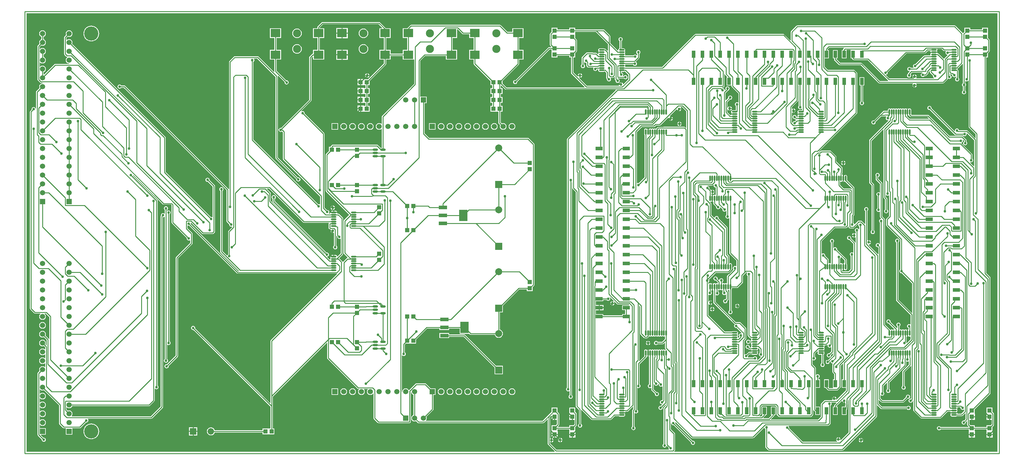
<source format=gtl>
G04 Layer_Physical_Order=1*
G04 Layer_Color=255*
%FSLAX25Y25*%
%MOIN*%
G70*
G01*
G75*
%ADD10O,0.06299X0.01772*%
%ADD11R,0.11024X0.09449*%
%ADD12R,0.05000X0.05000*%
%ADD13R,0.07874X0.03937*%
%ADD14O,0.01772X0.06299*%
%ADD15R,0.03937X0.07874*%
%ADD16R,0.05000X0.05000*%
%ADD17O,0.06102X0.02362*%
%ADD18O,0.06102X0.01772*%
%ADD19R,0.09449X0.12598*%
%ADD20R,0.09449X0.03937*%
%ADD21C,0.01000*%
%ADD22R,0.05906X0.05906*%
%ADD23C,0.05906*%
%ADD24C,0.09100*%
%ADD25R,0.05906X0.05906*%
%ADD26C,0.07874*%
%ADD27R,0.07874X0.07874*%
%ADD28R,0.07284X0.07284*%
%ADD29C,0.07284*%
%ADD30C,0.16000*%
%ADD31C,0.03000*%
G36*
X658175Y463251D02*
Y455853D01*
X657713Y455662D01*
X655922Y457453D01*
X655491Y457740D01*
X654984Y457841D01*
X654496D01*
X654103Y458104D01*
X653445Y458235D01*
X648917D01*
X648260Y458104D01*
X647702Y457731D01*
X647329Y457174D01*
X647199Y456516D01*
X647329Y455858D01*
X647650Y455378D01*
X647558Y455316D01*
X647141Y454692D01*
X647094Y454457D01*
X651181D01*
Y453457D01*
X647094D01*
X647141Y453221D01*
X647558Y452597D01*
X647650Y452535D01*
X647329Y452055D01*
X647296Y451886D01*
X646753Y451721D01*
X645637Y452837D01*
X645207Y453125D01*
X644700Y453226D01*
X641749D01*
X641737Y453237D01*
X641307Y453525D01*
X640800Y453625D01*
X634551D01*
X634043Y453525D01*
X633613Y453237D01*
X629063Y448687D01*
X628775Y448257D01*
X628675Y447749D01*
Y440180D01*
X628342Y439958D01*
X627833Y439197D01*
X627655Y438300D01*
X627833Y437403D01*
X628342Y436642D01*
X629103Y436133D01*
X630000Y435955D01*
X630897Y436133D01*
X631658Y436642D01*
X632167Y437403D01*
X632345Y438300D01*
X632167Y439197D01*
X631658Y439958D01*
X631325Y440180D01*
Y442415D01*
X631825Y442566D01*
X631842Y442542D01*
X632603Y442033D01*
X633500Y441855D01*
X633875Y441548D01*
Y439000D01*
X633975Y438493D01*
X634263Y438063D01*
X635363Y436963D01*
X635793Y436675D01*
X636300Y436575D01*
X641789D01*
X642024Y436134D01*
X641933Y435997D01*
X641755Y435100D01*
X641933Y434203D01*
X642442Y433442D01*
X643203Y432933D01*
X644100Y432755D01*
X644997Y432933D01*
X645758Y433442D01*
X646267Y434203D01*
X646369Y434718D01*
X647113D01*
X647380Y434218D01*
X647329Y434142D01*
X647199Y433484D01*
X647329Y432826D01*
X647702Y432269D01*
X648260Y431896D01*
X648917Y431765D01*
X653445D01*
X654103Y431896D01*
X654496Y432159D01*
X654651D01*
X656275Y430535D01*
Y425084D01*
X656375Y424577D01*
X656663Y424147D01*
X657133Y423677D01*
X657055Y423284D01*
X657233Y422387D01*
X657742Y421626D01*
X658503Y421118D01*
X659400Y420939D01*
X660297Y421118D01*
X661058Y421626D01*
X661567Y422387D01*
X661745Y423284D01*
X661567Y424182D01*
X661371Y424474D01*
X661638Y424974D01*
X663900D01*
X664407Y425075D01*
X664837Y425363D01*
X665413Y425938D01*
X665874Y425747D01*
Y423600D01*
X665975Y423093D01*
X666263Y422663D01*
X667033Y421892D01*
X666955Y421500D01*
X667133Y420603D01*
X667642Y419842D01*
X668403Y419333D01*
X669300Y419155D01*
X670197Y419333D01*
X670958Y419842D01*
X671467Y420603D01*
X671645Y421500D01*
X671467Y422397D01*
X670958Y423158D01*
X670197Y423667D01*
X669300Y423845D01*
X669294Y423844D01*
X668926Y424194D01*
X669377Y424434D01*
X669676Y424374D01*
X676241D01*
X676463Y424042D01*
X677224Y423533D01*
X678121Y423355D01*
X679019Y423533D01*
X679779Y424042D01*
X680288Y424803D01*
X680466Y425700D01*
X680288Y426597D01*
X679779Y427358D01*
X679019Y427867D01*
X678121Y428045D01*
X677224Y427867D01*
X676463Y427358D01*
X676241Y427026D01*
X675611D01*
X675376Y427466D01*
X675467Y427603D01*
X675645Y428500D01*
X675467Y429397D01*
X674958Y430158D01*
X674197Y430667D01*
X673626Y430780D01*
Y431765D01*
X676083D01*
X676741Y431896D01*
X677134Y432159D01*
X677451D01*
X681275Y428335D01*
Y423349D01*
X675887Y417961D01*
X675408Y418107D01*
X675355Y418375D01*
X674802Y419202D01*
X673976Y419755D01*
X673500Y419849D01*
Y417400D01*
X673000D01*
Y416900D01*
X670550D01*
X670645Y416425D01*
X670684Y416366D01*
X670448Y415926D01*
X634508D01*
X625817Y424617D01*
X626063Y425078D01*
X626200Y425050D01*
Y427000D01*
X624251D01*
X624278Y426863D01*
X623817Y426617D01*
X619325Y431108D01*
Y448098D01*
X621300D01*
Y452823D01*
X622837Y454360D01*
X623125Y454790D01*
X623225Y455298D01*
Y467498D01*
X623125Y468005D01*
X622837Y468435D01*
X621300Y469972D01*
Y474698D01*
X621300D01*
Y475098D01*
X621300D01*
Y477072D01*
X644353D01*
X658175Y463251D01*
D02*
G37*
G36*
X1036847Y455579D02*
X1037277Y455291D01*
X1037784Y455190D01*
X1039529D01*
X1039796Y454690D01*
X1039534Y454297D01*
X1039355Y453400D01*
X1039534Y452503D01*
X1040042Y451742D01*
X1040803Y451233D01*
X1041430Y451109D01*
X1041594Y450566D01*
X1037874Y446846D01*
X1037817Y446762D01*
X1037174Y446698D01*
X1031537Y452335D01*
X1031107Y452622D01*
X1030600Y452723D01*
X1030419D01*
X1030184Y453164D01*
X1030221Y453221D01*
X1030268Y453457D01*
X1026181D01*
X1022094D01*
X1022141Y453221D01*
X1022558Y452597D01*
X1022650Y452535D01*
X1022329Y452055D01*
X1022199Y451398D01*
X1022329Y450740D01*
X1022380Y450664D01*
X1022113Y450164D01*
X1015539D01*
X1015031Y450063D01*
X1014601Y449776D01*
X1005392Y440567D01*
X1005000Y440645D01*
X1004103Y440467D01*
X1003342Y439958D01*
X1002833Y439197D01*
X1002655Y438300D01*
X1002833Y437403D01*
X1003286Y436726D01*
X1003133Y436226D01*
X1000381D01*
X1000158Y436558D01*
X999397Y437067D01*
X998500Y437245D01*
X997603Y437067D01*
X996842Y436558D01*
X996334Y435797D01*
X996155Y434900D01*
X996334Y434003D01*
X996842Y433242D01*
X997603Y432733D01*
X998500Y432555D01*
X998716Y432598D01*
X998963Y432137D01*
X997363Y430537D01*
X997075Y430107D01*
X996974Y429600D01*
Y429481D01*
X996642Y429258D01*
X996134Y428497D01*
X995955Y427600D01*
X996134Y426703D01*
X996642Y425942D01*
X997403Y425433D01*
X998300Y425255D01*
X999197Y425433D01*
X999958Y425942D01*
X1000467Y426703D01*
X1000645Y427600D01*
X1000467Y428497D01*
X999958Y429258D01*
X999947Y429373D01*
X1001529Y430955D01*
X1013297D01*
X1013346Y430455D01*
X1012903Y430367D01*
X1012142Y429858D01*
X1011633Y429097D01*
X1011455Y428200D01*
X1011633Y427303D01*
X1012142Y426542D01*
X1012903Y426033D01*
X1013800Y425855D01*
X1014697Y426033D01*
X1015458Y426542D01*
X1015681Y426874D01*
X1016488D01*
X1016996Y426975D01*
X1017426Y427263D01*
X1019706Y429543D01*
X1019993Y429973D01*
X1020094Y430480D01*
Y431459D01*
X1021213Y432578D01*
X1021675Y432386D01*
Y431484D01*
X1021775Y430977D01*
X1022063Y430547D01*
X1025333Y427277D01*
X1025255Y426884D01*
X1025434Y425987D01*
X1025942Y425226D01*
X1026703Y424718D01*
X1026614Y424226D01*
X1006689D01*
X1006421Y424725D01*
X1006755Y425224D01*
X1006849Y425700D01*
X1001950D01*
X1002045Y425224D01*
X1002378Y424725D01*
X1002111Y424226D01*
X976049D01*
X972258Y428016D01*
X972403Y428495D01*
X972597Y428533D01*
X973358Y429042D01*
X973866Y429803D01*
X974045Y430700D01*
X973967Y431093D01*
X995349Y452474D01*
X1016000D01*
X1016507Y452575D01*
X1016937Y452863D01*
X1019265Y455190D01*
X1021943D01*
X1022179Y454749D01*
X1022141Y454692D01*
X1022094Y454457D01*
X1026181D01*
X1030268D01*
X1030221Y454692D01*
X1029805Y455316D01*
X1029712Y455378D01*
X1030033Y455858D01*
X1030164Y456516D01*
X1030073Y456975D01*
X1030387Y457475D01*
X1034951D01*
X1036847Y455579D01*
D02*
G37*
G36*
X493863Y474563D02*
X494293Y474275D01*
X494800Y474174D01*
X501688D01*
Y469976D01*
X506674D01*
Y456524D01*
X501688D01*
Y445476D01*
X506674D01*
Y441000D01*
X506775Y440493D01*
X507063Y440063D01*
X525700Y421425D01*
Y416700D01*
X527674D01*
Y413300D01*
X525700D01*
Y406700D01*
X527674D01*
Y403300D01*
X525700D01*
Y396700D01*
X527674D01*
Y393300D01*
X525700D01*
Y386700D01*
X532300D01*
Y386700D01*
X532700D01*
Y386700D01*
X534675D01*
Y374000D01*
X534775Y373493D01*
X535063Y373063D01*
X536579Y371547D01*
X536344Y370980D01*
X536215Y370000D01*
X536344Y369020D01*
X536722Y368107D01*
X537324Y367323D01*
X538107Y366722D01*
X539020Y366344D01*
X540000Y366215D01*
X540980Y366344D01*
X541893Y366722D01*
X542676Y367323D01*
X543278Y368107D01*
X543656Y369020D01*
X543785Y370000D01*
X543656Y370980D01*
X543278Y371893D01*
X542676Y372676D01*
X541893Y373278D01*
X540980Y373656D01*
X540000Y373785D01*
X539020Y373656D01*
X538453Y373421D01*
X537325Y374549D01*
Y386700D01*
X539300D01*
Y393300D01*
X537325D01*
Y396700D01*
X539300D01*
Y403300D01*
X537325D01*
Y406700D01*
X539300D01*
Y413300D01*
X537325D01*
Y416093D01*
X537825Y416300D01*
X542263Y411863D01*
X542693Y411575D01*
X543200Y411475D01*
X666847D01*
X667038Y411013D01*
X612463Y356437D01*
X612175Y356007D01*
X612075Y355500D01*
Y74480D01*
X611742Y74258D01*
X611233Y73497D01*
X611055Y72600D01*
X611233Y71703D01*
X611742Y70942D01*
X612503Y70433D01*
X613400Y70255D01*
X614297Y70433D01*
X614434Y70524D01*
X614875Y70289D01*
Y66080D01*
X614542Y65858D01*
X614033Y65097D01*
X613855Y64200D01*
X614033Y63303D01*
X614542Y62542D01*
X615303Y62033D01*
X616200Y61855D01*
X617097Y62033D01*
X617858Y62542D01*
X618367Y63303D01*
X618545Y64200D01*
X618367Y65097D01*
X617858Y65858D01*
X617525Y66080D01*
Y306811D01*
X617575Y306841D01*
X618075Y306558D01*
Y300300D01*
X618175Y299793D01*
X618463Y299363D01*
X621975Y295851D01*
Y53500D01*
X622075Y52993D01*
X622363Y52563D01*
X625475Y49451D01*
Y33481D01*
X625142Y33258D01*
X624633Y32497D01*
X624455Y31600D01*
X624633Y30703D01*
X625142Y29942D01*
X625903Y29433D01*
X626800Y29255D01*
X627697Y29433D01*
X628458Y29942D01*
X628967Y30703D01*
X629145Y31600D01*
X628967Y32497D01*
X628458Y33258D01*
X628125Y33481D01*
Y49052D01*
X628587Y49243D01*
X639368Y38463D01*
X639798Y38175D01*
X640305Y38074D01*
X661316D01*
X661823Y38175D01*
X662253Y38463D01*
X665949Y42159D01*
X670504D01*
X670897Y41896D01*
X671555Y41765D01*
X676083D01*
X676740Y41896D01*
X677298Y42269D01*
X677671Y42826D01*
X677801Y43484D01*
X677671Y44142D01*
X677350Y44622D01*
X677442Y44684D01*
X677859Y45308D01*
X677906Y45543D01*
X673819D01*
Y46543D01*
X677906D01*
X677859Y46779D01*
X677821Y46836D01*
X678057Y47277D01*
X680000D01*
X680507Y47378D01*
X680937Y47665D01*
X686298Y53026D01*
X686760Y52834D01*
Y50206D01*
X686163Y49609D01*
X685875Y49179D01*
X685775Y48672D01*
Y30681D01*
X685442Y30458D01*
X684933Y29697D01*
X684755Y28800D01*
X684933Y27903D01*
X685442Y27142D01*
X686203Y26633D01*
X687100Y26455D01*
X687997Y26633D01*
X688758Y27142D01*
X689267Y27903D01*
X689445Y28800D01*
X689267Y29697D01*
X688758Y30458D01*
X688425Y30681D01*
Y45451D01*
X688926Y45719D01*
X689203Y45533D01*
X690100Y45355D01*
X690997Y45533D01*
X691758Y46042D01*
X692267Y46803D01*
X692445Y47700D01*
X692267Y48597D01*
X691758Y49358D01*
X691225Y49714D01*
Y74089D01*
X691666Y74324D01*
X691803Y74234D01*
X692700Y74055D01*
X693597Y74234D01*
X694358Y74742D01*
X694867Y75503D01*
X695045Y76400D01*
X694867Y77297D01*
X694358Y78058D01*
X693926Y78347D01*
Y101057D01*
X701922Y109053D01*
X702189Y109453D01*
X702297Y109566D01*
X702681Y109725D01*
X702808Y109641D01*
X703043Y109594D01*
Y113681D01*
Y117768D01*
X702808Y117721D01*
X702184Y117304D01*
X702122Y117212D01*
X701642Y117533D01*
X700984Y117664D01*
X700326Y117533D01*
X699769Y117160D01*
X699396Y116603D01*
X699265Y115945D01*
Y111417D01*
X699396Y110759D01*
X699590Y110470D01*
X693811Y104692D01*
X693423Y105010D01*
X693425Y105013D01*
X693526Y105520D01*
Y166947D01*
X693987Y167138D01*
X694674Y166451D01*
Y135700D01*
X694775Y135193D01*
X695063Y134763D01*
X699063Y130763D01*
X699493Y130475D01*
X700000Y130375D01*
X702200D01*
X702707Y130475D01*
X703137Y130763D01*
X704481Y132106D01*
X704667Y132385D01*
X705163Y132565D01*
X705285Y132573D01*
X705445Y132467D01*
X706102Y132336D01*
X706760Y132467D01*
X706991Y132621D01*
X707382Y132809D01*
X707773Y132621D01*
X708004Y132467D01*
X708661Y132336D01*
X709319Y132467D01*
X709550Y132621D01*
X709941Y132809D01*
X710332Y132621D01*
X710563Y132467D01*
X711220Y132336D01*
X711878Y132467D01*
X712109Y132621D01*
X712500Y132809D01*
X712891Y132621D01*
X713122Y132467D01*
X713780Y132336D01*
X714437Y132467D01*
X714668Y132621D01*
X715059Y132809D01*
X715450Y132621D01*
X715681Y132467D01*
X716339Y132336D01*
X716996Y132467D01*
X717227Y132621D01*
X717618Y132809D01*
X718009Y132621D01*
X718240Y132467D01*
X718898Y132336D01*
X719555Y132467D01*
X719786Y132621D01*
X720177Y132809D01*
X720568Y132621D01*
X720799Y132467D01*
X721457Y132336D01*
X722114Y132467D01*
X722190Y132518D01*
X722690Y132250D01*
Y129565D01*
X719451Y126326D01*
X714381D01*
X714158Y126658D01*
X713397Y127167D01*
X712500Y127345D01*
X711603Y127167D01*
X710842Y126658D01*
X710333Y125897D01*
X710155Y125000D01*
X710333Y124103D01*
X710842Y123342D01*
X711603Y122833D01*
X712500Y122655D01*
X713397Y122833D01*
X714158Y123342D01*
X714381Y123674D01*
X720000D01*
X720507Y123775D01*
X720937Y124063D01*
X722228Y125354D01*
X722690Y125162D01*
Y119400D01*
X722791Y118893D01*
X723078Y118463D01*
X723526Y118016D01*
X723400Y117602D01*
X723324Y117510D01*
X723127Y117379D01*
X722736Y117191D01*
X722345Y117379D01*
X722114Y117533D01*
X721457Y117664D01*
X720799Y117533D01*
X720568Y117379D01*
X720177Y117191D01*
X719786Y117379D01*
X719555Y117533D01*
X718898Y117664D01*
X718240Y117533D01*
X718009Y117379D01*
X717618Y117191D01*
X717227Y117379D01*
X716996Y117533D01*
X716339Y117664D01*
X715681Y117533D01*
X715450Y117379D01*
X715059Y117191D01*
X714668Y117379D01*
X714437Y117533D01*
X713780Y117664D01*
X713122Y117533D01*
X712891Y117379D01*
X712500Y117191D01*
X712109Y117379D01*
X711878Y117533D01*
X711220Y117664D01*
X710563Y117533D01*
X710332Y117379D01*
X709941Y117191D01*
X709550Y117379D01*
X709319Y117533D01*
X708661Y117664D01*
X708004Y117533D01*
X707773Y117379D01*
X707382Y117191D01*
X706991Y117379D01*
X706760Y117533D01*
X706102Y117664D01*
X705445Y117533D01*
X704965Y117212D01*
X704903Y117304D01*
X704279Y117721D01*
X704043Y117768D01*
Y113681D01*
Y109594D01*
X704279Y109641D01*
X704336Y109679D01*
X704777Y109443D01*
Y78449D01*
X704042Y77958D01*
X703533Y77197D01*
X703355Y76300D01*
X703533Y75403D01*
X704042Y74642D01*
X704803Y74133D01*
X705700Y73955D01*
X706597Y74133D01*
X706895Y74332D01*
X707336Y74097D01*
Y72039D01*
X707437Y71531D01*
X707724Y71101D01*
X711233Y67593D01*
X711155Y67200D01*
X711333Y66303D01*
X711842Y65542D01*
X712603Y65034D01*
X713500Y64855D01*
X714397Y65034D01*
X715158Y65542D01*
X715667Y66303D01*
X715845Y67200D01*
X715667Y68097D01*
X715158Y68858D01*
X714397Y69367D01*
X713500Y69545D01*
X713107Y69467D01*
X709987Y72588D01*
Y78288D01*
X710487Y78337D01*
X710533Y78103D01*
X711042Y77342D01*
X711803Y76833D01*
X712700Y76655D01*
X713597Y76833D01*
X714358Y77342D01*
X714867Y78103D01*
X714941Y78477D01*
X715484Y78642D01*
X715833Y78293D01*
X715755Y77900D01*
X715933Y77003D01*
X716442Y76242D01*
X717203Y75734D01*
X718100Y75555D01*
X718997Y75734D01*
X719375Y75985D01*
X719874Y75718D01*
Y60701D01*
X719428Y60320D01*
X719300Y60345D01*
X718403Y60167D01*
X717642Y59658D01*
X717133Y58897D01*
X716955Y58000D01*
X717133Y57103D01*
X717642Y56342D01*
X718403Y55834D01*
X719111Y55693D01*
X719312Y55186D01*
X718092Y53967D01*
X717700Y54045D01*
X716803Y53866D01*
X716042Y53358D01*
X715533Y52597D01*
X715355Y51700D01*
X715533Y50803D01*
X716042Y50042D01*
X716803Y49533D01*
X717700Y49355D01*
X718597Y49533D01*
X719358Y50042D01*
X719867Y50803D01*
X720045Y51700D01*
X719967Y52092D01*
X723213Y55338D01*
X723674Y55147D01*
Y54226D01*
X721263Y51814D01*
X720975Y51384D01*
X720875Y50877D01*
Y10914D01*
X720642Y10758D01*
X720133Y9997D01*
X719955Y9100D01*
X720133Y8203D01*
X720642Y7442D01*
X721403Y6933D01*
X722300Y6755D01*
X723197Y6933D01*
X723958Y7442D01*
X724446Y8172D01*
X724530Y8248D01*
X724951Y8375D01*
X726833Y6493D01*
X726755Y6100D01*
X726933Y5203D01*
X727185Y4826D01*
X726918Y4326D01*
X600149D01*
X592826Y11649D01*
Y12548D01*
X593266Y12784D01*
X593325Y12745D01*
X593800Y12651D01*
Y15100D01*
Y17549D01*
X593325Y17455D01*
X593266Y17416D01*
X592826Y17652D01*
Y41553D01*
X594038Y42766D01*
X594500Y42575D01*
Y42102D01*
X598000D01*
Y41602D01*
X598500D01*
Y38102D01*
X600574D01*
Y33051D01*
X599426Y31902D01*
X594700D01*
X594700Y25520D01*
X594500Y25102D01*
X594500Y24885D01*
Y22102D01*
X598000D01*
X601500D01*
Y24885D01*
X601500Y25102D01*
X601300Y25520D01*
X601300Y27277D01*
X614700D01*
X614700Y25520D01*
X614500Y25102D01*
X614500Y24885D01*
Y22102D01*
X618000D01*
X621500D01*
Y24885D01*
X621500Y25102D01*
X621300Y25520D01*
X621300Y25602D01*
Y30028D01*
X622737Y31465D01*
X623025Y31895D01*
X623126Y32402D01*
Y44802D01*
X623025Y45310D01*
X622737Y45740D01*
X621300Y47177D01*
Y51902D01*
X614700D01*
Y45520D01*
X614500Y45102D01*
X614500D01*
X614500Y45102D01*
Y42102D01*
X618000D01*
Y41602D01*
X618500D01*
Y38102D01*
X620474D01*
Y32951D01*
X619425Y31902D01*
X614700D01*
Y29928D01*
X601907D01*
X601700Y30428D01*
X602837Y31565D01*
X603125Y31995D01*
X603226Y32502D01*
Y44702D01*
X603125Y45210D01*
X602837Y45640D01*
X601300Y47177D01*
Y51902D01*
X594700D01*
Y47177D01*
X590563Y43040D01*
X584349Y36825D01*
X452805D01*
X452644Y37299D01*
X452676Y37323D01*
X453278Y38107D01*
X453656Y39020D01*
X453785Y40000D01*
X453656Y40980D01*
X453421Y41547D01*
X460937Y49063D01*
X461225Y49493D01*
X461326Y50000D01*
Y66247D01*
X463753D01*
Y73753D01*
X458122D01*
X452937Y78937D01*
X452507Y79225D01*
X452000Y79325D01*
X441986D01*
X441478Y79225D01*
X441048Y78937D01*
X433809Y71698D01*
X433318Y71795D01*
X433278Y71893D01*
X432677Y72676D01*
X431893Y73278D01*
X430980Y73656D01*
X430000Y73785D01*
X429020Y73656D01*
X428107Y73278D01*
X427323Y72676D01*
X426722Y71893D01*
X426344Y70980D01*
X426226Y70081D01*
X425726Y70113D01*
Y110584D01*
X426226Y110819D01*
X426803Y110433D01*
X427700Y110255D01*
X428597Y110433D01*
X429358Y110942D01*
X429867Y111703D01*
X430045Y112600D01*
X429867Y113497D01*
X429358Y114258D01*
X429026Y114480D01*
Y123151D01*
X430075Y124200D01*
X434700D01*
X434800Y124200D01*
Y124200D01*
X435200D01*
Y124200D01*
X441800D01*
Y128926D01*
X454049Y141174D01*
X468058D01*
Y139732D01*
X479107D01*
Y141174D01*
X490893D01*
Y135401D01*
X501642D01*
X502389Y134653D01*
X502820Y134366D01*
X503327Y134265D01*
X530422D01*
X530862Y133202D01*
X531622Y132212D01*
X532611Y131453D01*
X533763Y130975D01*
X535000Y130813D01*
X536237Y130975D01*
X537389Y131453D01*
X538378Y132212D01*
X539138Y133202D01*
X539615Y134354D01*
X539778Y135591D01*
X539615Y136827D01*
X539138Y137979D01*
X538378Y138969D01*
X537389Y139728D01*
X536326Y140169D01*
Y159672D01*
X539737D01*
Y167272D01*
X558040Y185574D01*
X566700D01*
Y183600D01*
X573300D01*
Y188326D01*
X574837Y189863D01*
X575125Y190293D01*
X575225Y190800D01*
Y349800D01*
X575125Y350307D01*
X574837Y350737D01*
X568937Y356637D01*
X568507Y356925D01*
X568000Y357026D01*
X456449D01*
X451326Y362149D01*
Y396247D01*
X453753D01*
Y403753D01*
X446325D01*
Y444151D01*
X451849Y449675D01*
X475188D01*
Y445476D01*
X487812D01*
Y456524D01*
X482826D01*
Y469976D01*
X487812D01*
Y479907D01*
X488312Y480114D01*
X493863Y474563D01*
D02*
G37*
G36*
X403439Y481486D02*
X403248Y481024D01*
X400188D01*
Y469976D01*
X405174D01*
Y456524D01*
X400188D01*
Y445476D01*
X405174D01*
Y441049D01*
X387425Y423300D01*
X382917Y423300D01*
X382500Y423500D01*
X382283Y423500D01*
X379500D01*
Y420000D01*
Y416500D01*
X382283D01*
X382500Y416500D01*
X382917Y416700D01*
X384675Y416700D01*
Y413300D01*
X382917Y413300D01*
X382500Y413500D01*
X382283Y413500D01*
X379500D01*
Y410000D01*
Y406500D01*
X382283D01*
X382500Y406500D01*
X382917Y406700D01*
X384675Y406700D01*
Y403300D01*
X382917Y403300D01*
X382500Y403500D01*
X382283Y403500D01*
X379500D01*
Y400000D01*
Y396500D01*
X382283D01*
X382500Y396500D01*
X382917Y396700D01*
X384675Y396700D01*
Y393300D01*
X382917Y393300D01*
X382500Y393500D01*
X382283Y393500D01*
X379500D01*
Y390000D01*
Y386500D01*
X382283D01*
X382500Y386500D01*
X382917Y386700D01*
X383000Y386700D01*
X389300D01*
Y393300D01*
X387326D01*
Y396700D01*
X389300D01*
Y403300D01*
X387326D01*
Y406700D01*
X389300D01*
Y413300D01*
X387326D01*
Y416700D01*
X389300D01*
Y421425D01*
X407437Y439563D01*
X407725Y439993D01*
X407826Y440500D01*
Y445476D01*
X412812D01*
Y449675D01*
X426688D01*
Y445476D01*
X439312D01*
X439474Y445043D01*
Y418049D01*
X403363Y381937D01*
X403075Y381507D01*
X402975Y381000D01*
Y373078D01*
X402474Y372832D01*
X401893Y373278D01*
X400980Y373656D01*
X400000Y373785D01*
X399020Y373656D01*
X398107Y373278D01*
X397323Y372676D01*
X396722Y371893D01*
X396344Y370980D01*
X396215Y370000D01*
X396344Y369020D01*
X396722Y368107D01*
X397323Y367323D01*
X398107Y366722D01*
X399020Y366344D01*
X400000Y366215D01*
X400980Y366344D01*
X401893Y366722D01*
X402474Y367168D01*
X402975Y366922D01*
Y345760D01*
X402559D01*
X401888Y345627D01*
X398577Y348937D01*
X398147Y349225D01*
X397640Y349325D01*
X347500D01*
X346993Y349225D01*
X346563Y348937D01*
X345563Y347937D01*
X345275Y347507D01*
X345175Y347000D01*
X343200D01*
Y342274D01*
X339963Y339037D01*
X339675Y338607D01*
X339575Y338100D01*
Y297400D01*
X339575Y297400D01*
X339575Y297399D01*
X339626Y297141D01*
X339675Y296893D01*
X339676Y296892D01*
X339676Y296892D01*
X339818Y296679D01*
X339963Y296463D01*
X339963Y296462D01*
X339963Y296462D01*
X366093Y270368D01*
X366093Y269867D01*
X360263Y264037D01*
X359975Y263607D01*
X359875Y263100D01*
Y226918D01*
X359975Y226411D01*
X360263Y225981D01*
X364332Y221912D01*
X364130Y221406D01*
X363811Y221343D01*
X363381Y221056D01*
X359263Y216937D01*
X359216Y216867D01*
X358685Y216973D01*
X358662Y217088D01*
X358375Y217518D01*
X354837Y221056D01*
X354835Y221079D01*
X358837Y225081D01*
X359125Y225511D01*
X359226Y226018D01*
Y266000D01*
X359125Y266507D01*
X358837Y266937D01*
X354719Y271056D01*
X354289Y271343D01*
X353782Y271444D01*
X352821D01*
X352585Y271885D01*
X352623Y271941D01*
X352670Y272177D01*
X348681D01*
Y272677D01*
D01*
Y272177D01*
X344692D01*
X344739Y271941D01*
X344777Y271885D01*
X344542Y271444D01*
X343594D01*
X343327Y271944D01*
X343567Y272303D01*
X343745Y273200D01*
X343567Y274097D01*
X343058Y274858D01*
X342297Y275367D01*
X341400Y275545D01*
X341007Y275467D01*
X338226Y278249D01*
Y361600D01*
X338125Y362107D01*
X337837Y362537D01*
X315767Y384608D01*
X315845Y385000D01*
X315667Y385897D01*
X315158Y386658D01*
X314397Y387167D01*
X313500Y387345D01*
X312603Y387167D01*
X312137Y386856D01*
X311819Y387244D01*
X323137Y398563D01*
X323425Y398993D01*
X323526Y399500D01*
Y447451D01*
X324726Y448652D01*
X325188Y448460D01*
Y445476D01*
X337812D01*
Y456524D01*
X332825D01*
Y469976D01*
X337812D01*
Y481024D01*
X332825D01*
Y481751D01*
X336549Y485474D01*
X399451D01*
X403439Y481486D01*
D02*
G37*
G36*
X924800Y458474D02*
X924063Y457737D01*
X923775Y457307D01*
X923674Y456800D01*
Y456341D01*
X922231D01*
Y446867D01*
X927769D01*
Y456341D01*
X928213Y456474D01*
X931787D01*
X932232Y456341D01*
Y446867D01*
X933774D01*
X933775Y446860D01*
X934063Y446430D01*
X935063Y445430D01*
X935493Y445143D01*
X936000Y445042D01*
X951484D01*
X974563Y421963D01*
X974619Y421925D01*
X974467Y421425D01*
X965149D01*
X945137Y441437D01*
X944707Y441725D01*
X944200Y441825D01*
X920549D01*
X916325Y446049D01*
Y446867D01*
X917768D01*
Y456341D01*
X912232D01*
Y446867D01*
X913675D01*
Y445500D01*
X913775Y444993D01*
X914063Y444563D01*
X919063Y439563D01*
X919493Y439275D01*
X920000Y439175D01*
X943651D01*
X963663Y419163D01*
X964093Y418875D01*
X964600Y418775D01*
X1002454D01*
X1002516Y418573D01*
X1002579Y418274D01*
X1002045Y417476D01*
X1001950Y417000D01*
X1006849D01*
X1006755Y417476D01*
X1006221Y418274D01*
X1006284Y418573D01*
X1006346Y418775D01*
X1036800D01*
X1037307Y418875D01*
X1037737Y419163D01*
X1041637Y423063D01*
X1041925Y423493D01*
X1041994Y423840D01*
X1042366Y424058D01*
X1042525Y424085D01*
X1042903Y423833D01*
X1043800Y423655D01*
X1044697Y423833D01*
X1045458Y424342D01*
X1045967Y425103D01*
X1046145Y426000D01*
X1045967Y426897D01*
X1045458Y427658D01*
X1044697Y428167D01*
X1043826Y428340D01*
Y429247D01*
X1044287Y429438D01*
X1044663Y429063D01*
X1045093Y428775D01*
X1045600Y428675D01*
X1046666D01*
X1047011Y428282D01*
X1046955Y428000D01*
X1047134Y427103D01*
X1047642Y426342D01*
X1048403Y425833D01*
X1049300Y425655D01*
X1050197Y425833D01*
X1050675Y426152D01*
X1051175Y425885D01*
Y425080D01*
X1050842Y424858D01*
X1050333Y424097D01*
X1050155Y423200D01*
X1050333Y422303D01*
X1050842Y421542D01*
X1051603Y421033D01*
X1052500Y420855D01*
X1053397Y421033D01*
X1054158Y421542D01*
X1054667Y422303D01*
X1054845Y423200D01*
X1054667Y424097D01*
X1054158Y424858D01*
X1053825Y425080D01*
Y432984D01*
X1053725Y433491D01*
X1053437Y433921D01*
X1052937Y434421D01*
X1052875Y434463D01*
Y435065D01*
X1052937Y435106D01*
X1058375Y440543D01*
X1058875Y440336D01*
Y418981D01*
X1058542Y418758D01*
X1058033Y417997D01*
X1057855Y417100D01*
X1058033Y416203D01*
X1058542Y415442D01*
X1058875Y415219D01*
Y410580D01*
X1058542Y410358D01*
X1058033Y409597D01*
X1057855Y408700D01*
X1058033Y407803D01*
X1058542Y407042D01*
X1059303Y406533D01*
X1060200Y406355D01*
X1061097Y406533D01*
X1061858Y407042D01*
X1062366Y407803D01*
X1062545Y408700D01*
X1062366Y409597D01*
X1061858Y410358D01*
X1061526Y410580D01*
Y415219D01*
X1061858Y415442D01*
X1062366Y416203D01*
X1062545Y417100D01*
X1062366Y417997D01*
X1061858Y418758D01*
X1061526Y418981D01*
Y420951D01*
X1062026Y421219D01*
X1062303Y421033D01*
X1063200Y420855D01*
X1064097Y421033D01*
X1064858Y421542D01*
X1064974Y421716D01*
X1065475Y421564D01*
Y369500D01*
X1065575Y368993D01*
X1065863Y368563D01*
X1073374Y361051D01*
Y356953D01*
X1072913Y356762D01*
X1064537Y365137D01*
X1064107Y365425D01*
X1063600Y365526D01*
X1054520D01*
X1054366Y366297D01*
X1053858Y367058D01*
X1053097Y367567D01*
X1052200Y367745D01*
X1051303Y367567D01*
X1050542Y367058D01*
X1050033Y366297D01*
X1049855Y365400D01*
X1049973Y364809D01*
X1049512Y364563D01*
X1023567Y390508D01*
X1023645Y390900D01*
X1023466Y391797D01*
X1022958Y392558D01*
X1022197Y393067D01*
X1021300Y393245D01*
X1020403Y393067D01*
X1019642Y392558D01*
X1019133Y391797D01*
X1018955Y390900D01*
X1019133Y390003D01*
X1019642Y389242D01*
X1020403Y388733D01*
X1021300Y388555D01*
X1021692Y388633D01*
X1049963Y360363D01*
X1050393Y360075D01*
X1050900Y359975D01*
X1059019D01*
X1059242Y359642D01*
X1060003Y359133D01*
X1060900Y358955D01*
X1061797Y359133D01*
X1062558Y359642D01*
X1063066Y360403D01*
X1063245Y361300D01*
X1063171Y361674D01*
X1063568Y362238D01*
X1063672Y362254D01*
X1071574Y354351D01*
Y325306D01*
X1071113Y325114D01*
X1067141Y329086D01*
X1067425Y329509D01*
X1068200Y329355D01*
X1069097Y329533D01*
X1069858Y330042D01*
X1070366Y330803D01*
X1070545Y331700D01*
X1070366Y332597D01*
X1069858Y333358D01*
X1069526Y333580D01*
Y338400D01*
X1069425Y338907D01*
X1069137Y339337D01*
X1057392Y351083D01*
X1057556Y351625D01*
X1057597Y351633D01*
X1058358Y352142D01*
X1058867Y352903D01*
X1059045Y353800D01*
X1058905Y354505D01*
X1059366Y354751D01*
X1060275Y353843D01*
Y352881D01*
X1059942Y352658D01*
X1059433Y351897D01*
X1059255Y351000D01*
X1059433Y350103D01*
X1059942Y349342D01*
X1060703Y348833D01*
X1061600Y348655D01*
X1062497Y348833D01*
X1063258Y349342D01*
X1063766Y350103D01*
X1063945Y351000D01*
X1063766Y351897D01*
X1063258Y352658D01*
X1062926Y352881D01*
Y354392D01*
X1062825Y354899D01*
X1062537Y355329D01*
X1058937Y358929D01*
X1058507Y359216D01*
X1058000Y359317D01*
X1043957D01*
X1020537Y382737D01*
X1020107Y383025D01*
X1019600Y383125D01*
X1001021D01*
X1000936Y383181D01*
X1000639Y383573D01*
X1000735Y384055D01*
Y388583D01*
X1000604Y389241D01*
X1000231Y389798D01*
X999674Y390171D01*
X999016Y390302D01*
X998358Y390171D01*
X997878Y389850D01*
X997816Y389942D01*
X997192Y390359D01*
X996957Y390406D01*
Y386319D01*
Y382232D01*
X997192Y382279D01*
X997343Y382379D01*
X997983Y382206D01*
X998079Y382063D01*
X999279Y380863D01*
X999709Y380575D01*
X1000216Y380474D01*
X1019051D01*
X1020538Y378987D01*
X1020347Y378525D01*
X999047D01*
X995823Y381749D01*
X995957Y381998D01*
Y386319D01*
Y390406D01*
X995721Y390359D01*
X995097Y389942D01*
X995035Y389850D01*
X994555Y390171D01*
X993898Y390302D01*
X993240Y390171D01*
X993009Y390017D01*
X992618Y389829D01*
X992227Y390017D01*
X991996Y390171D01*
X991339Y390302D01*
X990681Y390171D01*
X990450Y390017D01*
X990059Y389829D01*
X989668Y390017D01*
X989437Y390171D01*
X988780Y390302D01*
X988122Y390171D01*
X987891Y390017D01*
X987500Y389829D01*
X987109Y390017D01*
X986878Y390171D01*
X986220Y390302D01*
X985563Y390171D01*
X985332Y390017D01*
X984941Y389829D01*
X984550Y390017D01*
X984319Y390171D01*
X983661Y390302D01*
X983004Y390171D01*
X982773Y390017D01*
X982382Y389829D01*
X981991Y390017D01*
X981760Y390171D01*
X981102Y390302D01*
X980445Y390171D01*
X980214Y390017D01*
X979823Y389829D01*
X979432Y390017D01*
X979201Y390171D01*
X978543Y390302D01*
X977886Y390171D01*
X977655Y390017D01*
X977264Y389829D01*
X976873Y390017D01*
X976642Y390171D01*
X975984Y390302D01*
X975326Y390171D01*
X974769Y389798D01*
X974396Y389241D01*
X974265Y388583D01*
Y387645D01*
X969919D01*
X969412Y387544D01*
X968982Y387256D01*
X965178Y383452D01*
X958492Y376767D01*
X958100Y376845D01*
X957203Y376667D01*
X956442Y376158D01*
X955933Y375397D01*
X955755Y374500D01*
X955933Y373603D01*
X956442Y372842D01*
X957203Y372333D01*
X958100Y372155D01*
X958997Y372333D01*
X959758Y372842D01*
X960266Y373603D01*
X960445Y374500D01*
X960367Y374892D01*
X966684Y381210D01*
X972570Y381430D01*
X972611Y381394D01*
X972759Y380937D01*
X972642Y380858D01*
X972134Y380097D01*
X971955Y379200D01*
X972134Y378303D01*
X972642Y377542D01*
X973403Y377033D01*
X974300Y376855D01*
X974839Y376962D01*
X975086Y376501D01*
X953751Y355167D01*
X953464Y354737D01*
X953363Y354229D01*
Y306630D01*
X953464Y306123D01*
X953751Y305693D01*
X955974Y303469D01*
Y252481D01*
X955642Y252258D01*
X955134Y251497D01*
X954955Y250600D01*
X955134Y249703D01*
X955642Y248942D01*
X956403Y248433D01*
X957300Y248255D01*
X958197Y248433D01*
X958958Y248942D01*
X959466Y249703D01*
X959645Y250600D01*
X959466Y251497D01*
X958958Y252258D01*
X958626Y252481D01*
Y304018D01*
X958525Y304526D01*
X958237Y304956D01*
X956014Y307179D01*
Y353680D01*
X968713Y366379D01*
X969174Y366188D01*
Y307300D01*
X969275Y306793D01*
X969374Y306644D01*
Y289800D01*
X969475Y289293D01*
X969763Y288863D01*
X971074Y287551D01*
Y275980D01*
X970742Y275758D01*
X970234Y274997D01*
X970055Y274100D01*
X970234Y273203D01*
X970742Y272442D01*
X971503Y271933D01*
X972400Y271755D01*
X973297Y271933D01*
X974058Y272442D01*
X974566Y273203D01*
X974745Y274100D01*
X974566Y274997D01*
X974058Y275758D01*
X973726Y275980D01*
Y288100D01*
X973625Y288607D01*
X973337Y289037D01*
X972025Y290349D01*
Y291984D01*
X972526Y292219D01*
X973103Y291833D01*
X974000Y291655D01*
X974897Y291833D01*
X975134Y291991D01*
X975574Y291756D01*
Y268749D01*
X972841Y266016D01*
X972554Y265586D01*
X972453Y265079D01*
Y258330D01*
X972554Y257823D01*
X972841Y257393D01*
X988375Y241859D01*
Y208180D01*
X988042Y207958D01*
X987533Y207197D01*
X987355Y206300D01*
X987533Y205403D01*
X988042Y204642D01*
X988803Y204133D01*
X989700Y203955D01*
X990092Y204033D01*
X1001676Y192449D01*
Y159251D01*
X1001214Y159060D01*
X986226Y174049D01*
Y238820D01*
X986558Y239042D01*
X987066Y239803D01*
X987245Y240700D01*
X987066Y241597D01*
X986558Y242358D01*
X985797Y242867D01*
X984900Y243045D01*
X984003Y242867D01*
X983242Y242358D01*
X982734Y241597D01*
X982555Y240700D01*
X982734Y239803D01*
X983242Y239042D01*
X983574Y238820D01*
Y173500D01*
X983675Y172993D01*
X983963Y172563D01*
X999876Y156649D01*
Y146347D01*
X999376Y146080D01*
X999097Y146267D01*
X998200Y146445D01*
X997303Y146267D01*
X996542Y145758D01*
X996033Y144997D01*
X995855Y144100D01*
X996033Y143203D01*
X996542Y142442D01*
X997303Y141933D01*
X997690Y141856D01*
Y140557D01*
X997249Y140321D01*
X997192Y140359D01*
X996957Y140406D01*
Y136319D01*
Y132232D01*
X997192Y132279D01*
X997816Y132696D01*
X997878Y132788D01*
X998358Y132467D01*
X999016Y132336D01*
X999376Y132408D01*
X999876Y132047D01*
Y129149D01*
X995685Y124958D01*
X995222Y125202D01*
X995133Y125649D01*
X995223Y126100D01*
Y132081D01*
X995664Y132317D01*
X995721Y132279D01*
X995957Y132232D01*
Y136319D01*
Y140406D01*
X995721Y140359D01*
X995097Y139942D01*
X995035Y139850D01*
X994555Y140171D01*
X993898Y140302D01*
X993240Y140171D01*
X993009Y140017D01*
X992618Y139829D01*
X992227Y140017D01*
X991996Y140171D01*
X991339Y140302D01*
X990681Y140171D01*
X990450Y140017D01*
X990059Y139829D01*
X989668Y140017D01*
X989437Y140171D01*
X988780Y140302D01*
X988122Y140171D01*
X988046Y140120D01*
X987546Y140387D01*
Y143899D01*
X987879Y144121D01*
X988387Y144882D01*
X988566Y145780D01*
X988387Y146677D01*
X987879Y147438D01*
X987118Y147946D01*
X986220Y148125D01*
X985323Y147946D01*
X984562Y147438D01*
X984054Y146677D01*
X983875Y145780D01*
X984054Y144882D01*
X984562Y144121D01*
X984895Y143899D01*
Y142148D01*
X984395Y141941D01*
X977328Y149007D01*
X977407Y149400D01*
X977228Y150297D01*
X976720Y151058D01*
X975959Y151567D01*
X975061Y151745D01*
X974164Y151567D01*
X973403Y151058D01*
X972895Y150297D01*
X972716Y149400D01*
X972895Y148503D01*
X973403Y147742D01*
X974164Y147233D01*
X975061Y147055D01*
X975454Y147133D01*
X981794Y140793D01*
X981780Y140677D01*
X981227Y140277D01*
X981102Y140302D01*
X980445Y140171D01*
X980214Y140017D01*
X979823Y139829D01*
X979432Y140017D01*
X979201Y140171D01*
X978543Y140302D01*
X977886Y140171D01*
X977655Y140017D01*
X977419Y139903D01*
X976953Y140023D01*
X976900Y140058D01*
X970825Y146133D01*
Y265000D01*
X970725Y265507D01*
X970437Y265937D01*
X968025Y268349D01*
Y305600D01*
X967925Y306107D01*
X967637Y306537D01*
X963326Y310849D01*
Y312779D01*
X963597Y312833D01*
X964358Y313342D01*
X964867Y314103D01*
X965045Y315000D01*
X964867Y315897D01*
X964358Y316658D01*
X963597Y317167D01*
X962700Y317345D01*
X961803Y317167D01*
X961042Y316658D01*
X960534Y315897D01*
X960355Y315000D01*
X960534Y314103D01*
X960674Y313891D01*
Y310300D01*
X960775Y309793D01*
X961063Y309363D01*
X965374Y305051D01*
Y295545D01*
X964934Y295309D01*
X964697Y295467D01*
X963800Y295645D01*
X962903Y295467D01*
X962142Y294958D01*
X961633Y294197D01*
X961455Y293300D01*
X961633Y292403D01*
X962142Y291642D01*
X962475Y291420D01*
Y277481D01*
X962142Y277258D01*
X961633Y276497D01*
X961455Y275600D01*
X961633Y274703D01*
X962142Y273942D01*
X962903Y273433D01*
X963800Y273255D01*
X964697Y273433D01*
X964934Y273591D01*
X965374Y273356D01*
Y267800D01*
X965475Y267293D01*
X965763Y266863D01*
X966712Y265914D01*
X966511Y265407D01*
X965803Y265267D01*
X965042Y264758D01*
X964534Y263997D01*
X964355Y263100D01*
X964534Y262203D01*
X965042Y261442D01*
X965374Y261220D01*
Y237036D01*
X964874Y236885D01*
X964558Y237358D01*
X963797Y237867D01*
X962900Y238045D01*
X962003Y237867D01*
X961242Y237358D01*
X960734Y236597D01*
X960555Y235700D01*
X960734Y234803D01*
X961242Y234042D01*
X962003Y233533D01*
X962900Y233355D01*
X963028Y233380D01*
X963474Y232999D01*
Y225768D01*
X963013Y225576D01*
X952711Y235878D01*
X952905Y236392D01*
X953675Y236545D01*
X954502Y237098D01*
X955055Y237925D01*
X955149Y238400D01*
X952700D01*
Y238900D01*
X952200D01*
Y241350D01*
X951725Y241255D01*
X951629Y241191D01*
X951188Y241427D01*
Y274482D01*
X951521Y274705D01*
X952029Y275465D01*
X952208Y276363D01*
X952029Y277260D01*
X951521Y278021D01*
X950760Y278529D01*
X949863Y278708D01*
X948965Y278529D01*
X948205Y278021D01*
X947696Y277260D01*
X947518Y276363D01*
X947696Y275465D01*
X948205Y274705D01*
X948537Y274482D01*
Y259991D01*
X948075Y259799D01*
X944937Y262937D01*
X944507Y263225D01*
X944000Y263326D01*
X941400D01*
X940893Y263225D01*
X940463Y262937D01*
X936884Y259358D01*
X936341Y259523D01*
X936267Y259897D01*
X935758Y260658D01*
X935425Y260880D01*
Y268536D01*
X935937Y269048D01*
X936225Y269478D01*
X936325Y269985D01*
Y300616D01*
X936225Y301123D01*
X935937Y301553D01*
X928235Y309256D01*
Y313583D01*
X928104Y314241D01*
X927731Y314798D01*
X927174Y315171D01*
X926516Y315302D01*
X925858Y315171D01*
X925378Y314850D01*
X925316Y314942D01*
X924692Y315359D01*
X924457Y315406D01*
Y311319D01*
Y307232D01*
X924692Y307279D01*
X925316Y307696D01*
X925378Y307788D01*
X925858Y307467D01*
X926377Y307364D01*
X933675Y300067D01*
Y299153D01*
X933213Y298962D01*
X932937Y299237D01*
X932507Y299525D01*
X932000Y299625D01*
X924549D01*
X920164Y304010D01*
Y307251D01*
X920664Y307518D01*
X920740Y307467D01*
X921398Y307336D01*
X922055Y307467D01*
X922535Y307788D01*
X922597Y307696D01*
X923221Y307279D01*
X923457Y307232D01*
Y311319D01*
Y315406D01*
X923221Y315359D01*
X923164Y315321D01*
X922723Y315557D01*
Y316991D01*
X922925Y317293D01*
X923026Y317800D01*
Y322900D01*
X922925Y323407D01*
X922637Y323837D01*
X916139Y330336D01*
Y335687D01*
X916038Y336194D01*
X915750Y336624D01*
X910137Y342237D01*
X909707Y342525D01*
X909200Y342625D01*
X899200D01*
X898693Y342525D01*
X898263Y342237D01*
X897451Y341425D01*
X896953D01*
X896762Y341887D01*
X939337Y384463D01*
X939625Y384893D01*
X939725Y385400D01*
Y430200D01*
X939625Y430707D01*
X939337Y431137D01*
X937037Y433437D01*
X936607Y433725D01*
X936100Y433825D01*
X906649D01*
X902925Y437549D01*
Y446867D01*
X907769D01*
Y456341D01*
X906326D01*
Y457251D01*
X908049Y458975D01*
X924593D01*
X924800Y458474D01*
D02*
G37*
G36*
X790275Y428693D02*
X790563Y428263D01*
X792731Y426094D01*
X792540Y425633D01*
X792232D01*
Y416159D01*
X797621D01*
Y415787D01*
X797722Y415279D01*
X798009Y414849D01*
X805474Y407384D01*
Y397344D01*
X805034Y397109D01*
X804797Y397267D01*
X803900Y397445D01*
X803003Y397267D01*
X802242Y396758D01*
X801733Y395997D01*
X801555Y395100D01*
X801733Y394203D01*
X802242Y393442D01*
X802575Y393219D01*
Y388235D01*
X798917D01*
X798260Y388104D01*
X797702Y387731D01*
X797329Y387174D01*
X797199Y386516D01*
X797329Y385858D01*
X797650Y385378D01*
X797558Y385316D01*
X797141Y384692D01*
X797094Y384457D01*
X801181D01*
Y383457D01*
X797094D01*
X797129Y383279D01*
X796853Y382821D01*
X796485Y382787D01*
X792826Y386447D01*
Y389864D01*
X793326Y389913D01*
X793445Y389312D01*
X793998Y388485D01*
X794825Y387932D01*
X795300Y387838D01*
Y390287D01*
Y392737D01*
X794825Y392642D01*
X793998Y392090D01*
X793445Y391263D01*
X793326Y390662D01*
X792826Y390711D01*
Y397251D01*
X795907Y400333D01*
X796300Y400255D01*
X797197Y400433D01*
X797958Y400942D01*
X798467Y401703D01*
X798645Y402600D01*
X798467Y403497D01*
X797958Y404258D01*
X797197Y404767D01*
X796300Y404945D01*
X795403Y404767D01*
X794642Y404258D01*
X794133Y403497D01*
X793955Y402600D01*
X794033Y402208D01*
X791387Y399562D01*
X790926Y399753D01*
Y407651D01*
X793961Y410686D01*
X794197Y410733D01*
X794958Y411242D01*
X795467Y412003D01*
X795645Y412900D01*
X795467Y413797D01*
X794958Y414558D01*
X794197Y415067D01*
X793300Y415245D01*
X792403Y415067D01*
X791642Y414558D01*
X791133Y413797D01*
X790955Y412900D01*
X791133Y412003D01*
X791292Y411766D01*
X790633Y411108D01*
X790091Y411272D01*
X789967Y411897D01*
X789458Y412658D01*
X788697Y413167D01*
X787800Y413345D01*
X787455Y413276D01*
X787124Y413633D01*
X787307Y414075D01*
X788400D01*
X788907Y414175D01*
X789337Y414463D01*
X789625Y414893D01*
X789725Y415400D01*
Y428895D01*
X790226Y428944D01*
X790275Y428693D01*
D02*
G37*
G36*
X746774Y387099D02*
Y368553D01*
X746313Y368362D01*
X745537Y369137D01*
X745107Y369425D01*
X744600Y369526D01*
X714980D01*
X714472Y369425D01*
X714042Y369137D01*
X712842Y367937D01*
X712636Y367628D01*
X712187Y367454D01*
X712030Y367431D01*
X711878Y367533D01*
X711220Y367664D01*
X710563Y367533D01*
X710332Y367379D01*
X709941Y367191D01*
X709550Y367379D01*
X709319Y367533D01*
X708661Y367664D01*
X708004Y367533D01*
X707773Y367379D01*
X707382Y367191D01*
X706991Y367379D01*
X706760Y367533D01*
X706102Y367664D01*
X705445Y367533D01*
X704965Y367212D01*
X704903Y367305D01*
X704279Y367721D01*
X704043Y367768D01*
Y363681D01*
X703043D01*
Y367768D01*
X702808Y367721D01*
X702184Y367305D01*
X702122Y367212D01*
X701642Y367533D01*
X700984Y367664D01*
X700326Y367533D01*
X699769Y367160D01*
X699396Y366603D01*
X699265Y365945D01*
Y361417D01*
X699396Y360760D01*
X699659Y360367D01*
Y312633D01*
X692992Y305967D01*
X692600Y306045D01*
X691703Y305867D01*
X691566Y305776D01*
X691125Y306011D01*
Y363725D01*
X696654Y369254D01*
X710364D01*
X710871Y369355D01*
X711301Y369642D01*
X712533Y370875D01*
X716600D01*
X717107Y370975D01*
X717537Y371263D01*
X726269Y379995D01*
X726717Y379736D01*
X726650Y379400D01*
X728600D01*
Y381349D01*
X728264Y381283D01*
X728005Y381731D01*
X735617Y389343D01*
X736096Y389198D01*
X736170Y388825D01*
X736723Y387998D01*
X737550Y387445D01*
X738025Y387351D01*
Y389800D01*
X738525D01*
Y390300D01*
X740975D01*
X740880Y390775D01*
X740413Y391475D01*
X740602Y391974D01*
X741899D01*
X746774Y387099D01*
D02*
G37*
G36*
X873674Y393547D02*
X873542Y393458D01*
X873034Y392697D01*
X872855Y391800D01*
X873034Y390903D01*
X873542Y390142D01*
X874303Y389633D01*
X875200Y389455D01*
X876097Y389633D01*
X876674Y390019D01*
X877174Y389784D01*
Y388235D01*
X873917D01*
X873260Y388104D01*
X872702Y387731D01*
X872329Y387174D01*
X872199Y386516D01*
X872329Y385858D01*
X872650Y385378D01*
X872558Y385316D01*
X872141Y384692D01*
X872094Y384457D01*
X876181D01*
Y383457D01*
X872094D01*
X872141Y383221D01*
X872558Y382597D01*
X872650Y382535D01*
X872329Y382055D01*
X872199Y381398D01*
X872329Y380740D01*
X872351Y380708D01*
X872128Y380277D01*
X871657Y380247D01*
X871331Y380631D01*
X871345Y380700D01*
X871167Y381597D01*
X870658Y382358D01*
X869897Y382867D01*
X869000Y383045D01*
X868103Y382867D01*
X867342Y382358D01*
X866833Y381597D01*
X866655Y380700D01*
X866833Y379803D01*
X867342Y379042D01*
X868103Y378533D01*
X869000Y378355D01*
X869392Y378433D01*
X869924Y377901D01*
X870296Y377653D01*
X870347Y377562D01*
X870375Y377443D01*
X870417Y377092D01*
X869392Y376067D01*
X869000Y376145D01*
X868103Y375967D01*
X867342Y375458D01*
X866833Y374697D01*
X866767Y374365D01*
X866289Y374219D01*
X865926Y374583D01*
Y385382D01*
X866366Y385617D01*
X866625Y385445D01*
X867100Y385350D01*
Y387800D01*
Y390249D01*
X866625Y390155D01*
X866366Y389983D01*
X865926Y390218D01*
Y391851D01*
X872537Y398463D01*
X872825Y398893D01*
X872925Y399400D01*
Y416159D01*
X873674D01*
Y393547D01*
D02*
G37*
G36*
X777632Y303585D02*
X777555Y303200D01*
X777733Y302303D01*
X778242Y301542D01*
X779003Y301033D01*
X779836Y300868D01*
Y292750D01*
X779336Y292482D01*
X779260Y292533D01*
X778602Y292664D01*
X777945Y292533D01*
X777465Y292212D01*
X777403Y292305D01*
X776779Y292721D01*
X776543Y292768D01*
Y288681D01*
Y284594D01*
X776779Y284641D01*
X776836Y284679D01*
X777277Y284443D01*
Y282798D01*
X777378Y282290D01*
X777665Y281860D01*
X780433Y279093D01*
X780355Y278700D01*
X780533Y277803D01*
X781042Y277042D01*
X781803Y276533D01*
X782700Y276355D01*
X783597Y276533D01*
X784358Y277042D01*
X784867Y277803D01*
X784944Y278194D01*
X785487Y278359D01*
X787553Y276292D01*
X787475Y275900D01*
X787654Y275003D01*
X788162Y274242D01*
X788923Y273733D01*
X789820Y273555D01*
X790718Y273733D01*
X791479Y274242D01*
X791574Y274385D01*
X792074Y274234D01*
Y269881D01*
X791742Y269658D01*
X791233Y268897D01*
X791055Y268000D01*
X791233Y267103D01*
X791742Y266342D01*
X792503Y265833D01*
X793400Y265655D01*
X794297Y265833D01*
X794690Y266096D01*
X795190Y265829D01*
Y226700D01*
X795291Y226193D01*
X795578Y225763D01*
X803174Y218167D01*
Y212045D01*
X802734Y211809D01*
X802497Y211967D01*
X801600Y212145D01*
X800703Y211967D01*
X799942Y211458D01*
X799433Y210697D01*
X799255Y209800D01*
X799433Y208903D01*
X799935Y208153D01*
X793019Y201237D01*
X792732Y200807D01*
X792631Y200300D01*
Y192750D01*
X792131Y192482D01*
X792055Y192533D01*
X791398Y192664D01*
X790740Y192533D01*
X790509Y192379D01*
X790118Y192191D01*
X789727Y192379D01*
X789496Y192533D01*
X788839Y192664D01*
X788181Y192533D01*
X788105Y192482D01*
X787605Y192750D01*
Y194019D01*
X787938Y194242D01*
X788446Y195003D01*
X788625Y195900D01*
X788446Y196797D01*
X787938Y197558D01*
X787177Y198067D01*
X786280Y198245D01*
X785382Y198067D01*
X784621Y197558D01*
X784113Y196797D01*
X784009Y196273D01*
X783466Y196108D01*
X782067Y197508D01*
X782145Y197900D01*
X781967Y198797D01*
X781458Y199558D01*
X780697Y200067D01*
X779800Y200245D01*
X778903Y200067D01*
X778142Y199558D01*
X777633Y198797D01*
X777455Y197900D01*
X777633Y197003D01*
X778142Y196242D01*
X778903Y195733D01*
X779800Y195555D01*
X780193Y195633D01*
X782395Y193431D01*
Y192750D01*
X781895Y192482D01*
X781819Y192533D01*
X781161Y192664D01*
X780504Y192533D01*
X780273Y192379D01*
X779882Y192191D01*
X779491Y192379D01*
X779260Y192533D01*
X778602Y192664D01*
X777945Y192533D01*
X777465Y192212D01*
X777403Y192305D01*
X776779Y192721D01*
X776543Y192768D01*
Y188681D01*
Y184594D01*
X776779Y184641D01*
X776836Y184679D01*
X777277Y184443D01*
Y170898D01*
X777378Y170390D01*
X777665Y169960D01*
X801196Y146430D01*
X801222Y146413D01*
X801260Y146333D01*
X801306Y145755D01*
X800933Y145197D01*
X800755Y144300D01*
X800933Y143403D01*
X801442Y142642D01*
X802203Y142133D01*
X803100Y141955D01*
X803493Y142033D01*
X809237Y136288D01*
X808991Y135828D01*
X808400Y135945D01*
X807503Y135767D01*
X806742Y135258D01*
X806233Y134497D01*
X806055Y133600D01*
X806233Y132703D01*
X806742Y131942D01*
X806750Y131863D01*
X805512Y130625D01*
X805061Y130881D01*
X805164Y131398D01*
X805033Y132055D01*
X804879Y132286D01*
X804691Y132677D01*
X804879Y133068D01*
X805033Y133299D01*
X805164Y133957D01*
X805033Y134614D01*
X804879Y134845D01*
X804691Y135236D01*
X804879Y135627D01*
X805033Y135858D01*
X805164Y136516D01*
X805033Y137174D01*
X804660Y137731D01*
X804103Y138104D01*
X803445Y138235D01*
X798917D01*
X798260Y138104D01*
X797867Y137841D01*
X790333D01*
X771626Y156549D01*
Y168719D01*
X772125Y168870D01*
X772241Y168698D01*
X773068Y168145D01*
X773543Y168051D01*
Y170500D01*
Y172950D01*
X773068Y172855D01*
X772241Y172302D01*
X772125Y172129D01*
X771626Y172281D01*
Y179255D01*
X772066Y179491D01*
X772303Y179333D01*
X773200Y179155D01*
X774097Y179333D01*
X774858Y179842D01*
X775367Y180603D01*
X775545Y181500D01*
X775367Y182397D01*
X774858Y183158D01*
X774810Y183191D01*
Y184443D01*
X775251Y184679D01*
X775308Y184641D01*
X775543Y184594D01*
Y188681D01*
Y192768D01*
X775308Y192721D01*
X774684Y192305D01*
X774622Y192212D01*
X774142Y192533D01*
X773484Y192664D01*
X772826Y192533D01*
X772269Y192160D01*
X772125Y191946D01*
X771626Y192098D01*
Y193553D01*
X772058Y193842D01*
X772567Y194603D01*
X772745Y195500D01*
X772567Y196397D01*
X772340Y196737D01*
X779977Y204375D01*
X794216D01*
X794723Y204475D01*
X795153Y204763D01*
X797453Y207063D01*
X797740Y207493D01*
X797841Y208000D01*
Y208004D01*
X798104Y208397D01*
X798235Y209055D01*
Y213583D01*
X798104Y214241D01*
X797731Y214798D01*
X797174Y215171D01*
X796516Y215302D01*
X795858Y215171D01*
X795782Y215120D01*
X795282Y215387D01*
Y223100D01*
X795181Y223607D01*
X794894Y224037D01*
X793225Y225706D01*
Y255400D01*
X793125Y255907D01*
X792837Y256337D01*
X783167Y266007D01*
X783245Y266400D01*
X783067Y267297D01*
X782558Y268058D01*
X781797Y268567D01*
X780900Y268745D01*
X780003Y268567D01*
X779242Y268058D01*
X778733Y267297D01*
X778659Y266923D01*
X778116Y266758D01*
X774926Y269949D01*
Y282500D01*
X774825Y283007D01*
X774537Y283437D01*
X773736Y284239D01*
X773900Y284781D01*
X774142Y284829D01*
X774622Y285150D01*
X774684Y285058D01*
X775308Y284641D01*
X775543Y284594D01*
Y288681D01*
Y292768D01*
X775308Y292721D01*
X775263Y292691D01*
X774848Y292913D01*
Y293365D01*
X775263Y293586D01*
X775324Y293545D01*
X775800Y293450D01*
Y295900D01*
Y298349D01*
X775324Y298255D01*
X774699Y297837D01*
X774422Y298253D01*
X772767Y299907D01*
X772845Y300300D01*
X772667Y301197D01*
X772158Y301958D01*
X771397Y302467D01*
X770689Y302607D01*
X770738Y303108D01*
X775898D01*
X776405Y303208D01*
X776835Y303496D01*
X777171Y303831D01*
X777632Y303585D01*
D02*
G37*
G36*
X941072Y259091D02*
X940955Y258500D01*
X941133Y257603D01*
X941642Y256842D01*
X941975Y256620D01*
Y253787D01*
X941475Y253635D01*
X941058Y254258D01*
X940297Y254767D01*
X939400Y254945D01*
X938503Y254767D01*
X937742Y254258D01*
X937234Y253497D01*
X937055Y252600D01*
X937234Y251703D01*
X937742Y250942D01*
X938074Y250719D01*
Y249155D01*
X937574Y248888D01*
X937175Y249155D01*
X936700Y249250D01*
Y246800D01*
Y244351D01*
X937175Y244445D01*
X937574Y244712D01*
X938074Y244444D01*
Y238833D01*
X937574Y238682D01*
X937537Y238737D01*
X932767Y243508D01*
X932845Y243900D01*
X932666Y244797D01*
X932158Y245558D01*
X931397Y246067D01*
X930500Y246245D01*
X929603Y246067D01*
X928842Y245558D01*
X928333Y244797D01*
X928155Y243900D01*
X928333Y243003D01*
X928842Y242242D01*
X929603Y241733D01*
X930500Y241555D01*
X930892Y241633D01*
X935275Y237251D01*
Y227544D01*
X934834Y227309D01*
X934597Y227467D01*
X933700Y227645D01*
X932803Y227467D01*
X932042Y226958D01*
X931534Y226197D01*
X931355Y225300D01*
X931534Y224403D01*
X932042Y223642D01*
X932374Y223419D01*
Y208549D01*
X929851Y206026D01*
X923085D01*
X922723Y206388D01*
Y207081D01*
X923164Y207317D01*
X923221Y207279D01*
X923457Y207232D01*
Y211319D01*
Y215406D01*
X923221Y215359D01*
X922597Y214942D01*
X922535Y214850D01*
X922055Y215171D01*
X921398Y215302D01*
X920740Y215171D01*
X920664Y215120D01*
X920164Y215387D01*
Y220420D01*
X920497Y220642D01*
X921005Y221403D01*
X921140Y222081D01*
X921661Y222267D01*
X925190Y218738D01*
Y215557D01*
X924749Y215321D01*
X924692Y215359D01*
X924457Y215406D01*
Y211319D01*
Y207232D01*
X924692Y207279D01*
X925316Y207696D01*
X925378Y207788D01*
X925858Y207467D01*
X926516Y207336D01*
X927174Y207467D01*
X927731Y207840D01*
X928104Y208397D01*
X928235Y209055D01*
Y213583D01*
X928104Y214241D01*
X927841Y214633D01*
Y219287D01*
X927740Y219794D01*
X927453Y220224D01*
X916970Y230708D01*
X917048Y231100D01*
X916870Y231997D01*
X916361Y232758D01*
X915600Y233267D01*
X914703Y233445D01*
X913806Y233267D01*
X913045Y232758D01*
X912987Y232671D01*
X912487Y232823D01*
Y238520D01*
X912820Y238742D01*
X913328Y239503D01*
X913507Y240400D01*
X913328Y241297D01*
X912820Y242058D01*
X912059Y242567D01*
X911161Y242745D01*
X910264Y242567D01*
X909503Y242058D01*
X908995Y241297D01*
X908816Y240400D01*
X908995Y239503D01*
X909503Y238742D01*
X909836Y238520D01*
Y215387D01*
X909336Y215120D01*
X909260Y215171D01*
X908602Y215302D01*
X907945Y215171D01*
X907869Y215120D01*
X907369Y215387D01*
Y219357D01*
X907268Y219864D01*
X906981Y220294D01*
X903567Y223708D01*
X903645Y224100D01*
X903467Y224997D01*
X902958Y225758D01*
X902197Y226267D01*
X901300Y226445D01*
X900403Y226267D01*
X900166Y226109D01*
X899726Y226344D01*
Y240151D01*
X914449Y254874D01*
X926900D01*
X927407Y254975D01*
X927837Y255263D01*
X929475Y256900D01*
X929729Y256855D01*
X929974Y256717D01*
Y256200D01*
X930075Y255693D01*
X930363Y255263D01*
X930463Y255163D01*
X930893Y254875D01*
X931400Y254774D01*
X935500D01*
X936007Y254875D01*
X936437Y255163D01*
X940612Y259337D01*
X941072Y259091D01*
D02*
G37*
G36*
X313876Y261504D02*
X314306Y261216D01*
X314813Y261116D01*
X342975D01*
X343227Y260615D01*
X343075Y260389D01*
X342974Y259882D01*
Y255200D01*
X343075Y254693D01*
X343363Y254263D01*
X343763Y253863D01*
X344193Y253575D01*
X344700Y253474D01*
X345115D01*
X345351Y253034D01*
X345245Y252875D01*
X345150Y252400D01*
X347600D01*
Y251900D01*
X348100D01*
Y249450D01*
X348575Y249545D01*
X348634Y249584D01*
X349075Y249348D01*
Y235180D01*
X348742Y234958D01*
X348233Y234197D01*
X348055Y233300D01*
X348233Y232403D01*
X348742Y231642D01*
X349503Y231133D01*
X350400Y230955D01*
X351297Y231133D01*
X352058Y231642D01*
X352567Y232403D01*
X352745Y233300D01*
X352567Y234197D01*
X352058Y234958D01*
X351726Y235180D01*
Y245917D01*
X351971Y246055D01*
X352225Y246100D01*
X352833Y245493D01*
X352755Y245100D01*
X352933Y244203D01*
X353442Y243442D01*
X354203Y242933D01*
X355100Y242755D01*
X355997Y242933D01*
X356134Y243024D01*
X356575Y242789D01*
Y226567D01*
X353130Y223123D01*
X352652Y223268D01*
X352623Y223413D01*
X352206Y224037D01*
X351582Y224454D01*
X350847Y224600D01*
X349181D01*
Y222677D01*
X348681D01*
Y222177D01*
X344692D01*
X344739Y221941D01*
X345156Y221318D01*
X345249Y221256D01*
X344928Y220776D01*
X344797Y220118D01*
X344876Y219722D01*
X344576Y219225D01*
X344513Y219182D01*
X344285Y219148D01*
X341257Y222176D01*
X341422Y222719D01*
X341997Y222833D01*
X342758Y223342D01*
X343267Y224103D01*
X343445Y225000D01*
X343267Y225897D01*
X342758Y226658D01*
X341997Y227167D01*
X341100Y227345D01*
X340707Y227267D01*
X282425Y285549D01*
Y288120D01*
X282758Y288342D01*
X283267Y289103D01*
X283445Y290000D01*
X283267Y290897D01*
X282758Y291658D01*
X281997Y292167D01*
X281100Y292345D01*
X280203Y292167D01*
X279442Y291658D01*
X278933Y290897D01*
X278755Y290000D01*
X278933Y289103D01*
X279442Y288342D01*
X279774Y288120D01*
Y285000D01*
X279875Y284493D01*
X280163Y284063D01*
X338483Y225742D01*
X338466Y225674D01*
X337912Y225521D01*
X277726Y285708D01*
Y294359D01*
X277625Y294866D01*
X277337Y295297D01*
X273321Y299313D01*
X273513Y299775D01*
X275605D01*
X313876Y261504D01*
D02*
G37*
G36*
X665300Y172172D02*
X664981Y171783D01*
X664824Y171888D01*
X664276Y172255D01*
X663800Y172350D01*
Y170400D01*
X665750D01*
X665655Y170876D01*
X665288Y171424D01*
X665183Y171581D01*
X665572Y171900D01*
X668509Y168963D01*
X668939Y168675D01*
X669446Y168575D01*
X669446Y168575D01*
X681951D01*
X682295Y168230D01*
X682104Y167769D01*
X674367D01*
Y162232D01*
X677779D01*
Y157768D01*
X674367D01*
Y156325D01*
X653133D01*
Y157768D01*
X644484D01*
Y162031D01*
X647896D01*
Y165000D01*
Y167968D01*
X644484D01*
Y172231D01*
X653133D01*
Y173674D01*
X656620D01*
X656842Y173342D01*
X657603Y172833D01*
X658500Y172655D01*
X659397Y172833D01*
X660158Y173342D01*
X660667Y174103D01*
X660845Y175000D01*
X660667Y175897D01*
X660263Y176502D01*
X660651Y176821D01*
X665300Y172172D01*
D02*
G37*
G36*
X815419Y204375D02*
X815033Y203797D01*
X814855Y202900D01*
X815033Y202003D01*
X815542Y201242D01*
X815874Y201020D01*
Y134000D01*
X815975Y133493D01*
X816263Y133063D01*
X818865Y130460D01*
X819295Y130173D01*
X819757Y130081D01*
X819856Y129947D01*
X820018Y129572D01*
X819967Y129496D01*
X819836Y128839D01*
X819967Y128181D01*
X820018Y128105D01*
X819751Y127605D01*
X818561D01*
X818258Y128058D01*
X817497Y128567D01*
X816600Y128745D01*
X815703Y128567D01*
X814942Y128058D01*
X814433Y127297D01*
X814255Y126400D01*
X814433Y125503D01*
X814942Y124742D01*
X815703Y124233D01*
X816600Y124055D01*
X817497Y124233D01*
X818258Y124742D01*
X818400Y124954D01*
X819751D01*
X820018Y124454D01*
X819967Y124378D01*
X819836Y123720D01*
X819967Y123063D01*
X820121Y122832D01*
X820309Y122441D01*
X820121Y122050D01*
X819967Y121819D01*
X819836Y121161D01*
X819967Y120504D01*
X820018Y120428D01*
X819751Y119928D01*
X818805D01*
X818423Y120376D01*
X818447Y120500D01*
X818269Y121397D01*
X817761Y122158D01*
X817000Y122667D01*
X816102Y122845D01*
X815205Y122667D01*
X814444Y122158D01*
X813936Y121397D01*
X813757Y120500D01*
X813936Y119603D01*
X814444Y118842D01*
X815205Y118333D01*
X816102Y118155D01*
X816495Y118233D01*
X817063Y117665D01*
X817493Y117378D01*
X818000Y117277D01*
X819581D01*
X819817Y116836D01*
X819779Y116779D01*
X819732Y116543D01*
X823819D01*
X827906D01*
X827859Y116779D01*
X827442Y117403D01*
X827350Y117465D01*
X827671Y117945D01*
X827802Y118602D01*
X827758Y118822D01*
X828219Y119068D01*
X829675Y117612D01*
Y113881D01*
X829342Y113658D01*
X828833Y112897D01*
X828655Y112000D01*
X828833Y111103D01*
X829342Y110342D01*
X830103Y109833D01*
X830727Y109709D01*
X830892Y109167D01*
X827751Y106026D01*
X826711D01*
X826476Y106466D01*
X826567Y106603D01*
X826745Y107500D01*
X826567Y108397D01*
X826058Y109158D01*
X825297Y109667D01*
X824400Y109845D01*
X823503Y109667D01*
X822742Y109158D01*
X822386Y108625D01*
X816545D01*
X816309Y109066D01*
X816467Y109303D01*
X816645Y110200D01*
X816567Y110592D01*
X818133Y112159D01*
X820504D01*
X820897Y111896D01*
X821555Y111765D01*
X826083D01*
X826741Y111896D01*
X827298Y112269D01*
X827671Y112826D01*
X827802Y113484D01*
X827671Y114142D01*
X827350Y114622D01*
X827442Y114684D01*
X827859Y115308D01*
X827906Y115543D01*
X823819D01*
X819732D01*
X819779Y115308D01*
X819817Y115251D01*
X819581Y114810D01*
X817584D01*
X817077Y114709D01*
X816647Y114421D01*
X814692Y112467D01*
X814300Y112545D01*
X813403Y112367D01*
X812698Y111896D01*
X812198Y112026D01*
Y127124D01*
X814037Y128963D01*
X814325Y129393D01*
X814425Y129900D01*
Y141202D01*
X814325Y141710D01*
X814037Y142140D01*
X807873Y148304D01*
X807443Y148592D01*
X806935Y148693D01*
X802682D01*
X779928Y171447D01*
Y178954D01*
X780369Y179190D01*
X780603Y179033D01*
X781500Y178855D01*
X782397Y179033D01*
X783158Y179542D01*
X783667Y180303D01*
X783845Y181200D01*
X783667Y182097D01*
X783158Y182858D01*
X782487Y183307D01*
Y184613D01*
X782987Y184880D01*
X783063Y184829D01*
X783720Y184699D01*
X784378Y184829D01*
X784609Y184984D01*
X785000Y185171D01*
X785391Y184984D01*
X785622Y184829D01*
X786280Y184699D01*
X786937Y184829D01*
X787013Y184880D01*
X787513Y184613D01*
Y182517D01*
X787433Y182397D01*
X787255Y181500D01*
X787433Y180603D01*
X787942Y179842D01*
X788703Y179333D01*
X789600Y179155D01*
X790497Y179333D01*
X791175Y179786D01*
X791675Y179633D01*
Y175149D01*
X791092Y174567D01*
X790700Y174645D01*
X789803Y174467D01*
X789042Y173958D01*
X788533Y173197D01*
X788355Y172300D01*
X788533Y171403D01*
X789042Y170642D01*
X789803Y170133D01*
X790700Y169955D01*
X791597Y170133D01*
X792358Y170642D01*
X792867Y171403D01*
X793045Y172300D01*
X792967Y172693D01*
X793937Y173663D01*
X794225Y174093D01*
X794325Y174600D01*
Y182698D01*
X794225Y183205D01*
X793937Y183635D01*
X793241Y184331D01*
X793487Y184792D01*
X793957Y184699D01*
X794614Y184829D01*
X794690Y184880D01*
X795190Y184613D01*
Y161796D01*
X794858Y161574D01*
X794349Y160813D01*
X794171Y159916D01*
X794349Y159018D01*
X794858Y158258D01*
X795618Y157749D01*
X796516Y157571D01*
X797413Y157749D01*
X798174Y158258D01*
X798682Y159018D01*
X798861Y159916D01*
X798682Y160813D01*
X798174Y161574D01*
X797841Y161796D01*
Y185367D01*
X798104Y185760D01*
X798235Y186417D01*
Y187275D01*
X804000D01*
X804507Y187375D01*
X804937Y187663D01*
X810237Y192963D01*
X810525Y193393D01*
X810625Y193900D01*
Y200951D01*
X814549Y204874D01*
X815184D01*
X815419Y204375D01*
D02*
G37*
G36*
X905827Y123014D02*
X906227Y122463D01*
X906155Y122100D01*
X906334Y121203D01*
X906842Y120442D01*
X907603Y119933D01*
X908500Y119755D01*
X909397Y119933D01*
X909875Y120252D01*
X910375Y119985D01*
Y115549D01*
X908092Y113267D01*
X907700Y113345D01*
X906803Y113167D01*
X906042Y112658D01*
X905534Y111897D01*
X905355Y111000D01*
X905534Y110103D01*
X906042Y109342D01*
X906803Y108833D01*
X907700Y108655D01*
X908597Y108833D01*
X909358Y109342D01*
X909867Y110103D01*
X910045Y111000D01*
X909967Y111392D01*
X911713Y113138D01*
X912175Y112947D01*
Y111249D01*
X906693Y105767D01*
X906300Y105845D01*
X905403Y105667D01*
X904642Y105158D01*
X904134Y104397D01*
X903955Y103500D01*
X904134Y102603D01*
X904642Y101842D01*
X905403Y101333D01*
X906300Y101155D01*
X907197Y101333D01*
X907958Y101842D01*
X908467Y102603D01*
X908645Y103500D01*
X908567Y103893D01*
X909011Y104337D01*
X909476Y104094D01*
X909634Y103303D01*
X910142Y102542D01*
X910903Y102033D01*
X911659Y101883D01*
X911880Y101522D01*
X911916Y101368D01*
X911875Y101307D01*
X911775Y100800D01*
Y92300D01*
X911875Y91793D01*
X912163Y91363D01*
X913675Y89851D01*
Y83841D01*
X912232D01*
Y74367D01*
X912014Y73957D01*
X907985D01*
X907769Y74367D01*
Y83841D01*
X902232D01*
Y74367D01*
X903894D01*
X904063Y74115D01*
X906483Y71695D01*
X906913Y71407D01*
X907420Y71306D01*
X916832D01*
X917339Y71407D01*
X917769Y71695D01*
X920869Y74794D01*
X921156Y75224D01*
X921257Y75731D01*
Y99783D01*
X923213Y101739D01*
X923674Y101547D01*
Y83841D01*
X922231D01*
Y74367D01*
X927075D01*
Y71549D01*
X916593Y61068D01*
X916132Y61314D01*
X916150Y61400D01*
X911250D01*
X911345Y60925D01*
X911384Y60866D01*
X911148Y60426D01*
X903400D01*
X902893Y60325D01*
X902463Y60037D01*
X899120Y56695D01*
X898833Y56265D01*
X898732Y55758D01*
Y41464D01*
X895451Y38183D01*
X842211D01*
X842019Y38645D01*
X845937Y42563D01*
X846225Y42993D01*
X846325Y43500D01*
X846775Y43659D01*
X847768D01*
Y53133D01*
X842231D01*
Y43659D01*
X842631D01*
X842822Y43197D01*
X839651Y40025D01*
X833953D01*
X833762Y40487D01*
X835937Y42663D01*
X836225Y43093D01*
X836325Y43600D01*
Y43659D01*
X837768D01*
Y53133D01*
X832232D01*
Y43659D01*
X832531D01*
X832722Y43197D01*
X831451Y41925D01*
X829407D01*
X829200Y42426D01*
X830937Y44163D01*
X831225Y44593D01*
X831326Y45100D01*
Y53051D01*
X832549Y54274D01*
X847451D01*
X848674Y53051D01*
Y44600D01*
X848775Y44093D01*
X849063Y43663D01*
X851063Y41663D01*
X851493Y41375D01*
X852000Y41274D01*
X887000D01*
X887507Y41375D01*
X887937Y41663D01*
X889706Y43431D01*
X889993Y43861D01*
X890094Y44369D01*
Y48664D01*
X890461Y48820D01*
X890594Y48831D01*
X892063Y47363D01*
X892231Y47250D01*
Y43659D01*
X897768D01*
Y53133D01*
X892826D01*
Y74367D01*
X897768D01*
Y83841D01*
X896325D01*
Y85519D01*
X896658Y85742D01*
X897167Y86503D01*
X897345Y87400D01*
X897167Y88297D01*
X896658Y89058D01*
X895897Y89566D01*
X895000Y89745D01*
X894103Y89566D01*
X893342Y89058D01*
X893326Y89034D01*
X892826Y89186D01*
Y96800D01*
X892725Y97307D01*
X892437Y97737D01*
X889326Y100849D01*
Y105456D01*
X889766Y105692D01*
X889903Y105601D01*
X890800Y105422D01*
X891697Y105601D01*
X892458Y106109D01*
X892966Y106870D01*
X893145Y107768D01*
X892966Y108665D01*
X892458Y109426D01*
X892126Y109648D01*
Y113253D01*
X894311Y115439D01*
X894822Y115243D01*
X895196Y114684D01*
X895288Y114622D01*
X894967Y114142D01*
X894836Y113484D01*
X894967Y112826D01*
X895340Y112269D01*
X895897Y111896D01*
X896555Y111765D01*
X899278D01*
Y102084D01*
X898945Y101862D01*
X898437Y101101D01*
X898258Y100204D01*
X898437Y99306D01*
X898945Y98545D01*
X899706Y98037D01*
X900604Y97859D01*
X901501Y98037D01*
X902262Y98545D01*
X902770Y99306D01*
X902949Y100204D01*
X902770Y101101D01*
X902262Y101862D01*
X901929Y102084D01*
Y112022D01*
X902298Y112269D01*
X902671Y112826D01*
X902802Y113484D01*
X902671Y114142D01*
X902350Y114622D01*
X902442Y114684D01*
X902859Y115308D01*
X902906Y115543D01*
X898819D01*
Y116543D01*
X902906D01*
X902859Y116779D01*
X902442Y117403D01*
X902350Y117465D01*
X902671Y117945D01*
X902802Y118602D01*
X902671Y119260D01*
X902517Y119491D01*
X902329Y119882D01*
X902517Y120273D01*
X902671Y120504D01*
X902802Y121161D01*
X902671Y121819D01*
X902620Y121895D01*
X902887Y122395D01*
X904527D01*
X905034Y122496D01*
X905464Y122783D01*
X905709Y123028D01*
X905827Y123014D01*
D02*
G37*
G36*
X1097961Y2039D02*
X733321D01*
X733114Y2539D01*
X733537Y2963D01*
X733825Y3393D01*
X733925Y3900D01*
Y22400D01*
X733825Y22907D01*
X733537Y23337D01*
X729325Y27549D01*
Y33896D01*
X729825Y33945D01*
X729933Y33403D01*
X730442Y32642D01*
X731203Y32133D01*
X732100Y31955D01*
X732492Y32033D01*
X752033Y12493D01*
X751955Y12100D01*
X752133Y11203D01*
X752642Y10442D01*
X753403Y9933D01*
X754300Y9755D01*
X755197Y9933D01*
X755958Y10442D01*
X756467Y11203D01*
X756645Y12100D01*
X756467Y12997D01*
X755958Y13758D01*
X755197Y14267D01*
X754300Y14445D01*
X753907Y14367D01*
X734367Y33907D01*
X734445Y34300D01*
X734371Y34674D01*
X734768Y35238D01*
X734872Y35254D01*
X752363Y17763D01*
X752793Y17475D01*
X753300Y17375D01*
X822100D01*
X822607Y17475D01*
X823037Y17763D01*
X834500Y29225D01*
X834978Y29080D01*
X835034Y28803D01*
X835542Y28042D01*
X835874Y27819D01*
Y7500D01*
X835975Y6993D01*
X836263Y6563D01*
X839063Y3763D01*
X839493Y3475D01*
X840000Y3374D01*
X923003D01*
X923510Y3475D01*
X923940Y3763D01*
X961637Y41460D01*
X961925Y41890D01*
X962026Y42397D01*
Y54147D01*
X962487Y54338D01*
X966263Y50563D01*
X966693Y50275D01*
X967200Y50174D01*
X995819D01*
X996042Y49842D01*
X996803Y49333D01*
X997700Y49155D01*
X998597Y49333D01*
X999358Y49842D01*
X999866Y50603D01*
X1000045Y51500D01*
X999866Y52397D01*
X999358Y53158D01*
X998597Y53667D01*
X997700Y53845D01*
X996803Y53667D01*
X996042Y53158D01*
X995819Y52825D01*
X967749D01*
X964126Y56449D01*
Y60147D01*
X964587Y60338D01*
X966763Y58163D01*
X967193Y57875D01*
X967700Y57775D01*
X991800D01*
X992307Y57875D01*
X992737Y58163D01*
X996607Y62033D01*
X997000Y61955D01*
X997897Y62134D01*
X998658Y62642D01*
X999166Y63403D01*
X999345Y64300D01*
X999166Y65197D01*
X998658Y65958D01*
X997897Y66466D01*
X997000Y66645D01*
X996103Y66466D01*
X995342Y65958D01*
X994833Y65197D01*
X994655Y64300D01*
X994733Y63907D01*
X991251Y60426D01*
X968249D01*
X966125Y62549D01*
Y65583D01*
X966625Y65850D01*
X967003Y65598D01*
X967900Y65420D01*
X968797Y65598D01*
X969558Y66107D01*
X970067Y66868D01*
X970245Y67765D01*
X970067Y68662D01*
X969558Y69423D01*
X969226Y69646D01*
Y76451D01*
X972913Y80138D01*
X973374Y79947D01*
Y72781D01*
X973042Y72558D01*
X972534Y71797D01*
X972355Y70900D01*
X972534Y70003D01*
X973042Y69242D01*
X973803Y68734D01*
X974700Y68555D01*
X975597Y68734D01*
X976358Y69242D01*
X976867Y70003D01*
X977045Y70900D01*
X976867Y71797D01*
X976358Y72558D01*
X976025Y72781D01*
Y80351D01*
X994437Y98763D01*
X994725Y99193D01*
X994825Y99700D01*
Y104093D01*
X995266Y104329D01*
X995559Y104133D01*
X996457Y103955D01*
X997354Y104133D01*
X997634Y104320D01*
X998075Y104085D01*
Y100649D01*
X991100Y93675D01*
X990813Y93245D01*
X990712Y92738D01*
Y76380D01*
X990379Y76158D01*
X989871Y75397D01*
X989692Y74500D01*
X989871Y73603D01*
X990379Y72842D01*
X991140Y72334D01*
X992038Y72155D01*
X992935Y72334D01*
X993696Y72842D01*
X994204Y73603D01*
X994383Y74500D01*
X994204Y75397D01*
X993696Y76158D01*
X993363Y76380D01*
Y92189D01*
X999975Y98800D01*
X1000474Y98593D01*
Y62352D01*
X1000100Y62045D01*
X999203Y61866D01*
X998442Y61358D01*
X997933Y60597D01*
X997755Y59700D01*
X997933Y58803D01*
X998442Y58042D01*
X999203Y57534D01*
X1000100Y57355D01*
X1000997Y57534D01*
X1001758Y58042D01*
X1002267Y58803D01*
X1002445Y59700D01*
X1002421Y59823D01*
X1002575Y59949D01*
X1003074Y59712D01*
Y48800D01*
X1003175Y48293D01*
X1003463Y47863D01*
X1011163Y40163D01*
X1011593Y39875D01*
X1012100Y39775D01*
X1033600D01*
X1034107Y39875D01*
X1034537Y40163D01*
X1041651Y47277D01*
X1044581D01*
X1044817Y46836D01*
X1044779Y46779D01*
X1044732Y46543D01*
X1048819D01*
X1052906D01*
X1052859Y46779D01*
X1052442Y47403D01*
X1052350Y47465D01*
X1052671Y47945D01*
X1052802Y48602D01*
X1052671Y49260D01*
X1052517Y49491D01*
X1052329Y49882D01*
X1052517Y50273D01*
X1052671Y50504D01*
X1052802Y51161D01*
X1052671Y51819D01*
X1052620Y51895D01*
X1052887Y52395D01*
X1055986D01*
X1056332Y52003D01*
X1056275Y51720D01*
X1056454Y50823D01*
X1056962Y50062D01*
X1057723Y49554D01*
X1058620Y49375D01*
X1059518Y49554D01*
X1059734Y49698D01*
X1060174Y49462D01*
Y47949D01*
X1057035Y44810D01*
X1053057D01*
X1052821Y45251D01*
X1052859Y45308D01*
X1052906Y45543D01*
X1048819D01*
X1044732D01*
X1044779Y45308D01*
X1045196Y44684D01*
X1045288Y44622D01*
X1044967Y44142D01*
X1044836Y43484D01*
X1044967Y42826D01*
X1045340Y42269D01*
X1045897Y41896D01*
X1046555Y41765D01*
X1051083D01*
X1051741Y41896D01*
X1052133Y42159D01*
X1057584D01*
X1058091Y42260D01*
X1058521Y42547D01*
X1061513Y45538D01*
X1061975Y45347D01*
Y39049D01*
X1060293Y37367D01*
X1059900Y37445D01*
X1059003Y37267D01*
X1058242Y36758D01*
X1057734Y35997D01*
X1057555Y35100D01*
X1057734Y34203D01*
X1058242Y33442D01*
X1059003Y32933D01*
X1059900Y32755D01*
X1060797Y32933D01*
X1061558Y33442D01*
X1062066Y34203D01*
X1062245Y35100D01*
X1062167Y35493D01*
X1063313Y36638D01*
X1063774Y36447D01*
Y32502D01*
X1063875Y31995D01*
X1064163Y31565D01*
X1065300Y30428D01*
X1065093Y29928D01*
X1033983D01*
X1033761Y30261D01*
X1033000Y30769D01*
X1032102Y30948D01*
X1031205Y30769D01*
X1030444Y30261D01*
X1029936Y29500D01*
X1029757Y28602D01*
X1029936Y27705D01*
X1030444Y26944D01*
X1031205Y26436D01*
X1032102Y26257D01*
X1033000Y26436D01*
X1033761Y26944D01*
X1033983Y27277D01*
X1065700D01*
X1065700Y25520D01*
X1065500Y25102D01*
X1065500Y24885D01*
Y22102D01*
X1069000D01*
X1072500D01*
Y24885D01*
X1072500Y25102D01*
X1072300Y25520D01*
X1072300Y27277D01*
X1085700D01*
X1085700Y25520D01*
X1085500Y25102D01*
X1085500Y24885D01*
Y22102D01*
X1089000D01*
X1092500D01*
Y24885D01*
X1092500Y25102D01*
X1092300Y25520D01*
X1092300Y25602D01*
Y30028D01*
X1093737Y31465D01*
X1094025Y31895D01*
X1094125Y32402D01*
Y44802D01*
X1094025Y45310D01*
X1093737Y45740D01*
X1092300Y47177D01*
Y51902D01*
X1085700D01*
Y45520D01*
X1085500Y45102D01*
X1085500D01*
X1085500Y45102D01*
Y42102D01*
X1089000D01*
Y41602D01*
X1089500D01*
Y38102D01*
X1091475D01*
Y32951D01*
X1090425Y31902D01*
X1085700D01*
Y29928D01*
X1072300D01*
Y31902D01*
X1067575D01*
X1066426Y33051D01*
Y38102D01*
X1068500D01*
Y41602D01*
X1069000D01*
Y42102D01*
X1072500D01*
Y45102D01*
X1072500D01*
X1072300Y45302D01*
Y50028D01*
X1089637Y67365D01*
X1089925Y67795D01*
X1090026Y68302D01*
Y199100D01*
X1089925Y199607D01*
X1089637Y200037D01*
X1085326Y204349D01*
Y448098D01*
X1087300D01*
Y452823D01*
X1088837Y454360D01*
X1089125Y454790D01*
X1089225Y455298D01*
Y467498D01*
X1089125Y468005D01*
X1088837Y468435D01*
X1087300Y469972D01*
Y474698D01*
X1087300D01*
Y475098D01*
X1087300D01*
Y481698D01*
X1080700D01*
Y479723D01*
X1067300D01*
Y481698D01*
X1060700D01*
Y476972D01*
X1059389Y475661D01*
X1058790Y475689D01*
X1058752Y475716D01*
X1058737Y475737D01*
X1050637Y483837D01*
X1050207Y484125D01*
X1049700Y484226D01*
X872000D01*
X871493Y484125D01*
X871063Y483837D01*
X864963Y477737D01*
X864675Y477307D01*
X864575Y476800D01*
Y467653D01*
X864113Y467462D01*
X857437Y474137D01*
X857007Y474425D01*
X856500Y474525D01*
X757100D01*
X756593Y474425D01*
X756163Y474137D01*
X719394Y437369D01*
X677887D01*
X677620Y437869D01*
X677671Y437945D01*
X677802Y438602D01*
X677671Y439260D01*
X677620Y439336D01*
X677887Y439836D01*
X686606D01*
X687003Y439242D01*
X687764Y438733D01*
X688661Y438555D01*
X689559Y438733D01*
X690320Y439242D01*
X690828Y440003D01*
X691007Y440900D01*
X690828Y441797D01*
X690320Y442558D01*
X689912Y442831D01*
X689849Y443474D01*
X693437Y447063D01*
X693725Y447493D01*
X693825Y448000D01*
Y452119D01*
X694158Y452342D01*
X694667Y453103D01*
X694845Y454000D01*
X694667Y454897D01*
X694158Y455658D01*
X693397Y456167D01*
X692500Y456345D01*
X691603Y456167D01*
X690842Y455658D01*
X690333Y454897D01*
X690155Y454000D01*
X690333Y453103D01*
X690842Y452342D01*
X691175Y452119D01*
Y450624D01*
X690674Y450472D01*
X690658Y450497D01*
X689897Y451005D01*
X689000Y451184D01*
X688103Y451005D01*
X687342Y450497D01*
X687119Y450164D01*
X677887D01*
X677620Y450664D01*
X677671Y450740D01*
X677802Y451398D01*
X677671Y452055D01*
X677517Y452286D01*
X677329Y452677D01*
X677517Y453068D01*
X677671Y453299D01*
X677802Y453957D01*
X677671Y454614D01*
X677517Y454845D01*
X677329Y455236D01*
X677517Y455627D01*
X677671Y455858D01*
X677802Y456516D01*
X677671Y457174D01*
X677298Y457731D01*
X676741Y458104D01*
X676083Y458235D01*
X673826D01*
Y466719D01*
X674158Y466942D01*
X674667Y467703D01*
X674845Y468600D01*
X674667Y469497D01*
X674158Y470258D01*
X673397Y470767D01*
X672500Y470945D01*
X671603Y470767D01*
X670842Y470258D01*
X670333Y469497D01*
X670155Y468600D01*
X670333Y467703D01*
X670842Y466942D01*
X671174Y466719D01*
Y458159D01*
X670897Y458104D01*
X670340Y457731D01*
X669967Y457174D01*
X669836Y456516D01*
X669860Y456399D01*
X669457Y455858D01*
X669329Y455845D01*
X660825Y464349D01*
Y472100D01*
X660725Y472607D01*
X660437Y473037D01*
X654140Y479335D01*
X653710Y479622D01*
X653202Y479723D01*
X621300D01*
Y481698D01*
X614700D01*
Y479723D01*
X601300D01*
Y481698D01*
X594700D01*
Y476972D01*
X593163Y475435D01*
X592875Y475005D01*
X592774Y474498D01*
Y462298D01*
X592875Y461790D01*
X593163Y461360D01*
X594300Y460223D01*
X594093Y459723D01*
X591798D01*
X591290Y459622D01*
X590860Y459335D01*
X553993Y422467D01*
X553600Y422545D01*
X552703Y422367D01*
X551942Y421858D01*
X551433Y421097D01*
X551255Y420200D01*
X551433Y419303D01*
X551942Y418542D01*
X552703Y418033D01*
X553600Y417855D01*
X554497Y418033D01*
X555258Y418542D01*
X555767Y419303D01*
X555945Y420200D01*
X555867Y420592D01*
X592347Y457072D01*
X594700D01*
Y455098D01*
X594700D01*
Y454698D01*
X594700D01*
Y448098D01*
X601300D01*
Y450072D01*
X614700D01*
Y448098D01*
X616675D01*
Y430559D01*
X616775Y430052D01*
X617063Y429622D01*
X632097Y414587D01*
X631906Y414125D01*
X543749D01*
X539300Y418574D01*
Y421425D01*
X557437Y439563D01*
X557725Y439993D01*
X557826Y440500D01*
Y445476D01*
X562812D01*
Y456524D01*
X557826D01*
Y469976D01*
X562812D01*
Y481024D01*
X550188D01*
Y476826D01*
X544949D01*
X537337Y484437D01*
X536907Y484725D01*
X536400Y484826D01*
X436000D01*
X435493Y484725D01*
X435063Y484437D01*
X432063Y481437D01*
X431787Y481024D01*
X426688D01*
Y469976D01*
X431674D01*
Y456524D01*
X426688D01*
Y452325D01*
X412812D01*
Y456524D01*
X407826D01*
Y469976D01*
X412812D01*
Y481024D01*
X407580D01*
X407437Y481237D01*
X400937Y487737D01*
X400507Y488025D01*
X400000Y488126D01*
X336000D01*
X335493Y488025D01*
X335063Y487737D01*
X330563Y483237D01*
X330275Y482807D01*
X330174Y482300D01*
Y481024D01*
X325188D01*
Y469976D01*
X330174D01*
Y456524D01*
X325188D01*
Y452323D01*
X324693Y452225D01*
X324263Y451937D01*
X321263Y448937D01*
X320975Y448507D01*
X320875Y448000D01*
Y400049D01*
X289193Y368367D01*
X288800Y368445D01*
X287903Y368267D01*
X287142Y367758D01*
X286633Y366997D01*
X286455Y366100D01*
X286633Y365203D01*
X287142Y364442D01*
X287903Y363933D01*
X288800Y363755D01*
X289697Y363933D01*
X290354Y364372D01*
X291274Y363451D01*
Y333400D01*
X291375Y332893D01*
X291663Y332463D01*
X333375Y290751D01*
Y282045D01*
X332934Y281809D01*
X332697Y281967D01*
X331800Y282145D01*
X331407Y282067D01*
X258125Y355349D01*
Y443119D01*
X258458Y443342D01*
X258967Y444103D01*
X259145Y445000D01*
X258967Y445897D01*
X258715Y446275D01*
X258982Y446774D01*
X262351D01*
X283074Y426051D01*
Y334400D01*
X283175Y333893D01*
X283463Y333463D01*
X306533Y310392D01*
X306455Y310000D01*
X306633Y309103D01*
X307142Y308342D01*
X307903Y307833D01*
X308800Y307655D01*
X309697Y307833D01*
X310458Y308342D01*
X310967Y309103D01*
X311145Y310000D01*
X310967Y310897D01*
X310458Y311658D01*
X309697Y312167D01*
X308800Y312345D01*
X308407Y312267D01*
X285725Y334949D01*
Y426600D01*
X285625Y427107D01*
X286040Y427386D01*
X293233Y420192D01*
X293155Y419800D01*
X293333Y418903D01*
X293842Y418142D01*
X294603Y417633D01*
X295500Y417455D01*
X296397Y417633D01*
X297158Y418142D01*
X297667Y418903D01*
X297845Y419800D01*
X297667Y420697D01*
X297158Y421458D01*
X296397Y421967D01*
X295500Y422145D01*
X295108Y422067D01*
X284326Y432849D01*
Y445476D01*
X289312D01*
Y456524D01*
X284326D01*
Y469976D01*
X289312D01*
Y481024D01*
X276688D01*
Y469976D01*
X281675D01*
Y456524D01*
X276688D01*
Y445476D01*
X281675D01*
Y432300D01*
X281775Y431793D01*
X281360Y431515D01*
X263837Y449037D01*
X263407Y449325D01*
X262900Y449426D01*
X237000D01*
X236493Y449325D01*
X236063Y449037D01*
X230863Y443837D01*
X230575Y443407D01*
X230474Y442900D01*
Y299335D01*
X229975Y299183D01*
X229837Y299389D01*
X113288Y415937D01*
X112858Y416225D01*
X112351Y416326D01*
X108880D01*
X108658Y416658D01*
X107897Y417167D01*
X107000Y417345D01*
X106103Y417167D01*
X105342Y416658D01*
X104833Y415897D01*
X104655Y415000D01*
X104833Y414103D01*
X105342Y413342D01*
X106103Y412833D01*
X107000Y412655D01*
X107897Y412833D01*
X108658Y413342D01*
X108880Y413674D01*
X111802D01*
X227574Y297902D01*
Y263000D01*
X227675Y262493D01*
X227963Y262063D01*
X230733Y259293D01*
X230655Y258900D01*
X230833Y258003D01*
X231342Y257242D01*
X232103Y256733D01*
X233000Y256555D01*
X233374Y256629D01*
X233938Y256232D01*
X233954Y256128D01*
X229863Y252037D01*
X229575Y251607D01*
X229474Y251100D01*
Y225280D01*
X229142Y225058D01*
X228633Y224297D01*
X228595Y224103D01*
X228116Y223958D01*
X223225Y228849D01*
Y297119D01*
X223558Y297342D01*
X224067Y298103D01*
X224245Y299000D01*
X224067Y299897D01*
X223558Y300658D01*
X222797Y301167D01*
X221900Y301345D01*
X221003Y301167D01*
X220242Y300658D01*
X219733Y299897D01*
X219555Y299000D01*
X219733Y298103D01*
X220242Y297342D01*
X220574Y297119D01*
Y228300D01*
X220675Y227793D01*
X220963Y227363D01*
X241700Y206626D01*
X241493Y206125D01*
X240849D01*
X187367Y259608D01*
X187445Y260000D01*
X187371Y260374D01*
X187768Y260938D01*
X187872Y260954D01*
X200163Y248663D01*
X200593Y248375D01*
X201100Y248274D01*
X211976D01*
X212483Y248375D01*
X212913Y248663D01*
X214237Y249987D01*
X214525Y250417D01*
X214626Y250924D01*
Y302600D01*
X214525Y303107D01*
X214237Y303537D01*
X208567Y309208D01*
X208645Y309600D01*
X208467Y310497D01*
X207958Y311258D01*
X207197Y311767D01*
X206300Y311945D01*
X205403Y311767D01*
X204642Y311258D01*
X204133Y310497D01*
X203955Y309600D01*
X204133Y308703D01*
X204642Y307942D01*
X205403Y307433D01*
X206300Y307255D01*
X206693Y307333D01*
X211975Y302051D01*
Y267482D01*
X211474Y267215D01*
X211097Y267467D01*
X210200Y267645D01*
X209807Y267567D01*
X158925Y318449D01*
Y357400D01*
X158825Y357907D01*
X158537Y358337D01*
X53421Y463453D01*
X53656Y464020D01*
X53785Y465000D01*
X53656Y465980D01*
X53278Y466893D01*
X52676Y467676D01*
X51893Y468278D01*
X50980Y468656D01*
X50000Y468785D01*
X49020Y468656D01*
X48107Y468278D01*
X47526Y467832D01*
X47025Y468078D01*
Y470151D01*
X48453Y471579D01*
X49020Y471344D01*
X50000Y471215D01*
X50980Y471344D01*
X51893Y471722D01*
X52676Y472324D01*
X53278Y473107D01*
X53656Y474020D01*
X53785Y475000D01*
X53656Y475980D01*
X53278Y476893D01*
X52676Y477676D01*
X51893Y478278D01*
X50980Y478656D01*
X50000Y478785D01*
X49020Y478656D01*
X48107Y478278D01*
X47324Y477676D01*
X46722Y476893D01*
X46344Y475980D01*
X46215Y475000D01*
X46344Y474020D01*
X46579Y473453D01*
X44763Y471637D01*
X44475Y471207D01*
X44374Y470700D01*
Y452000D01*
X44475Y451493D01*
X44763Y451063D01*
X46763Y449063D01*
X47193Y448775D01*
X47700Y448674D01*
X47803D01*
X47973Y448174D01*
X47324Y447677D01*
X46722Y446893D01*
X46344Y445980D01*
X46215Y445000D01*
X46344Y444020D01*
X46722Y443107D01*
X47324Y442323D01*
X48107Y441722D01*
X49020Y441344D01*
X49920Y441225D01*
X49887Y440726D01*
X34400D01*
X33893Y440625D01*
X33463Y440337D01*
X21825Y428700D01*
X21326Y428907D01*
Y431487D01*
X21893Y431722D01*
X22677Y432324D01*
X23278Y433107D01*
X23656Y434020D01*
X23785Y435000D01*
X23656Y435980D01*
X23278Y436893D01*
X22677Y437676D01*
X21893Y438278D01*
X20980Y438656D01*
X20000Y438785D01*
X19020Y438656D01*
X18107Y438278D01*
X17425Y437755D01*
X16926Y437911D01*
Y442089D01*
X17425Y442245D01*
X18107Y441722D01*
X19020Y441344D01*
X20000Y441215D01*
X20980Y441344D01*
X21893Y441722D01*
X22677Y442323D01*
X23278Y443107D01*
X23656Y444020D01*
X23785Y445000D01*
X23656Y445980D01*
X23278Y446893D01*
X22677Y447677D01*
X21893Y448278D01*
X21326Y448513D01*
Y451487D01*
X21893Y451722D01*
X22677Y452323D01*
X23278Y453107D01*
X23656Y454020D01*
X23785Y455000D01*
X23656Y455980D01*
X23278Y456893D01*
X22677Y457677D01*
X21893Y458278D01*
X20980Y458656D01*
X20000Y458785D01*
X19020Y458656D01*
X18107Y458278D01*
X17425Y457755D01*
X16926Y457911D01*
Y460051D01*
X18453Y461579D01*
X19020Y461344D01*
X20000Y461215D01*
X20980Y461344D01*
X21893Y461722D01*
X22677Y462324D01*
X23278Y463107D01*
X23656Y464020D01*
X23785Y465000D01*
X23656Y465980D01*
X23278Y466893D01*
X22677Y467676D01*
X21893Y468278D01*
X21326Y468513D01*
Y471487D01*
X21893Y471722D01*
X22677Y472324D01*
X23278Y473107D01*
X23656Y474020D01*
X23785Y475000D01*
X23656Y475980D01*
X23278Y476893D01*
X22677Y477676D01*
X21893Y478278D01*
X20980Y478656D01*
X20000Y478785D01*
X19020Y478656D01*
X18107Y478278D01*
X17323Y477676D01*
X16722Y476893D01*
X16344Y475980D01*
X16215Y475000D01*
X16344Y474020D01*
X16722Y473107D01*
X17323Y472324D01*
X18107Y471722D01*
X18675Y471487D01*
Y468513D01*
X18107Y468278D01*
X17323Y467676D01*
X16722Y466893D01*
X16344Y465980D01*
X16215Y465000D01*
X16344Y464020D01*
X16579Y463453D01*
X14663Y461537D01*
X14375Y461107D01*
X14275Y460600D01*
Y423100D01*
X14375Y422593D01*
X14663Y422163D01*
X17163Y419663D01*
X17593Y419375D01*
X18100Y419275D01*
X19887D01*
X19919Y418775D01*
X19020Y418656D01*
X18107Y418278D01*
X17323Y417676D01*
X16722Y416893D01*
X16344Y415980D01*
X16215Y415000D01*
X16344Y414020D01*
X16579Y413453D01*
X13010Y409885D01*
X12723Y409454D01*
X12622Y408947D01*
Y390548D01*
X12390Y390471D01*
X12122Y390464D01*
X11658Y391158D01*
X10897Y391667D01*
X10000Y391845D01*
X9103Y391667D01*
X8342Y391158D01*
X7834Y390397D01*
X7655Y389500D01*
X7733Y389107D01*
X6163Y387537D01*
X5875Y387107D01*
X5774Y386600D01*
Y164000D01*
X5875Y163493D01*
X6163Y163063D01*
X10463Y158763D01*
X10893Y158475D01*
X11400Y158375D01*
X17412D01*
X17582Y157875D01*
X17323Y157676D01*
X16722Y156893D01*
X16344Y155980D01*
X16215Y155000D01*
X16344Y154020D01*
X16722Y153107D01*
X17323Y152323D01*
X18107Y151722D01*
X19020Y151344D01*
X20000Y151215D01*
X20980Y151344D01*
X21893Y151722D01*
X22677Y152323D01*
X23278Y153107D01*
X23656Y154020D01*
X23785Y155000D01*
X23656Y155980D01*
X23278Y156893D01*
X22677Y157676D01*
X22418Y157875D01*
X22588Y158375D01*
X23751D01*
X27674Y154451D01*
Y129760D01*
X27174Y129608D01*
X26990Y129884D01*
X23421Y133453D01*
X23656Y134020D01*
X23785Y135000D01*
X23656Y135980D01*
X23278Y136893D01*
X22677Y137677D01*
X21893Y138278D01*
X20980Y138656D01*
X20000Y138785D01*
X19020Y138656D01*
X18107Y138278D01*
X17323Y137677D01*
X16722Y136893D01*
X16344Y135980D01*
X16215Y135000D01*
X16344Y134020D01*
X16722Y133107D01*
X17323Y132324D01*
X18107Y131722D01*
X19020Y131344D01*
X20000Y131215D01*
X20980Y131344D01*
X21547Y131579D01*
X24727Y128398D01*
Y122801D01*
X24265Y122609D01*
X23421Y123453D01*
X23656Y124020D01*
X23785Y125000D01*
X23656Y125980D01*
X23278Y126893D01*
X22677Y127676D01*
X21893Y128278D01*
X20980Y128656D01*
X20000Y128785D01*
X19020Y128656D01*
X18107Y128278D01*
X17323Y127676D01*
X16722Y126893D01*
X16344Y125980D01*
X16215Y125000D01*
X16344Y124020D01*
X16722Y123107D01*
X17323Y122324D01*
X18107Y121722D01*
X19020Y121344D01*
X20000Y121215D01*
X20980Y121344D01*
X21547Y121579D01*
X22927Y120198D01*
Y118114D01*
X22427Y117868D01*
X21893Y118278D01*
X20980Y118656D01*
X20000Y118785D01*
X19020Y118656D01*
X18107Y118278D01*
X17323Y117676D01*
X16722Y116893D01*
X16344Y115980D01*
X16215Y115000D01*
X16344Y114020D01*
X16722Y113107D01*
X17323Y112323D01*
X18107Y111722D01*
X19020Y111344D01*
X20000Y111215D01*
X20980Y111344D01*
X21893Y111722D01*
X22427Y112132D01*
X22927Y111886D01*
Y108114D01*
X22427Y107868D01*
X21893Y108278D01*
X20980Y108656D01*
X20000Y108785D01*
X19020Y108656D01*
X18107Y108278D01*
X17323Y107676D01*
X16722Y106893D01*
X16344Y105980D01*
X16215Y105000D01*
X16344Y104020D01*
X16722Y103107D01*
X17323Y102323D01*
X18107Y101722D01*
X19020Y101344D01*
X20000Y101215D01*
X20980Y101344D01*
X21893Y101722D01*
X22427Y102132D01*
X22927Y101886D01*
Y98114D01*
X22427Y97868D01*
X21893Y98278D01*
X20980Y98656D01*
X20000Y98785D01*
X19020Y98656D01*
X18107Y98278D01*
X17323Y97676D01*
X16722Y96893D01*
X16344Y95980D01*
X16215Y95000D01*
X16344Y94020D01*
X16579Y93453D01*
X14763Y91637D01*
X14475Y91207D01*
X14375Y90700D01*
Y21300D01*
X14475Y20793D01*
X14763Y20363D01*
X19133Y15992D01*
X19055Y15600D01*
X19233Y14703D01*
X19742Y13942D01*
X20503Y13433D01*
X21400Y13255D01*
X22297Y13433D01*
X23058Y13942D01*
X23567Y14703D01*
X23745Y15600D01*
X23567Y16497D01*
X23058Y17258D01*
X22297Y17767D01*
X21400Y17945D01*
X21008Y17867D01*
X18089Y20785D01*
X18281Y21247D01*
X23753D01*
Y28753D01*
X17026D01*
Y31922D01*
X17526Y32168D01*
X18107Y31722D01*
X19020Y31344D01*
X20000Y31215D01*
X20980Y31344D01*
X21893Y31722D01*
X22677Y32324D01*
X23278Y33107D01*
X23656Y34020D01*
X23785Y35000D01*
X23656Y35980D01*
X23278Y36893D01*
X22677Y37677D01*
X21893Y38278D01*
X20980Y38656D01*
X20000Y38785D01*
X19020Y38656D01*
X18107Y38278D01*
X17526Y37832D01*
X17026Y38078D01*
Y41922D01*
X17526Y42169D01*
X18107Y41722D01*
X19020Y41344D01*
X20000Y41215D01*
X20980Y41344D01*
X21893Y41722D01*
X22677Y42323D01*
X23278Y43107D01*
X23656Y44020D01*
X23785Y45000D01*
X23656Y45980D01*
X23278Y46893D01*
X22677Y47677D01*
X21893Y48278D01*
X20980Y48656D01*
X20000Y48785D01*
X19020Y48656D01*
X18107Y48278D01*
X17526Y47831D01*
X17026Y48078D01*
Y51922D01*
X17526Y52169D01*
X18107Y51722D01*
X19020Y51344D01*
X20000Y51215D01*
X20980Y51344D01*
X21893Y51722D01*
X22677Y52324D01*
X23278Y53107D01*
X23656Y54020D01*
X23785Y55000D01*
X23656Y55980D01*
X23278Y56893D01*
X22677Y57677D01*
X21893Y58278D01*
X20980Y58656D01*
X20000Y58785D01*
X19020Y58656D01*
X18107Y58278D01*
X17526Y57832D01*
X17026Y58078D01*
Y61922D01*
X17526Y62169D01*
X18107Y61722D01*
X19020Y61344D01*
X20000Y61215D01*
X20980Y61344D01*
X21893Y61722D01*
X22677Y62323D01*
X23278Y63107D01*
X23656Y64020D01*
X23785Y65000D01*
X23656Y65980D01*
X23278Y66893D01*
X22677Y67677D01*
X21893Y68278D01*
X20980Y68656D01*
X20000Y68785D01*
X19020Y68656D01*
X18107Y68278D01*
X17526Y67831D01*
X17026Y68078D01*
Y71922D01*
X17526Y72168D01*
X18107Y71722D01*
X19020Y71344D01*
X20000Y71215D01*
X20980Y71344D01*
X21547Y71579D01*
X38675Y54451D01*
Y34000D01*
X38775Y33493D01*
X39063Y33063D01*
X43063Y29063D01*
X43493Y28775D01*
X44000Y28675D01*
X46247D01*
Y21247D01*
X53753D01*
Y28675D01*
X62000D01*
X62507Y28775D01*
X62937Y29063D01*
X69007Y35133D01*
X69400Y35055D01*
X70297Y35233D01*
X71058Y35742D01*
X71566Y36503D01*
X71745Y37400D01*
X71566Y38297D01*
X71181Y38875D01*
X71416Y39375D01*
X142800D01*
X143307Y39475D01*
X143737Y39763D01*
X155637Y51663D01*
X155925Y52093D01*
X156026Y52600D01*
Y267260D01*
X156897Y267433D01*
X157574Y267886D01*
X158074Y267733D01*
Y106880D01*
X157742Y106658D01*
X157233Y105897D01*
X157055Y105000D01*
X157233Y104103D01*
X157742Y103342D01*
X158503Y102833D01*
X159400Y102655D01*
X160297Y102833D01*
X161058Y103342D01*
X161567Y104103D01*
X161745Y105000D01*
X161567Y105897D01*
X161058Y106658D01*
X160725Y106880D01*
Y122756D01*
X161166Y122991D01*
X161403Y122833D01*
X162300Y122655D01*
X163197Y122833D01*
X163958Y123342D01*
X164467Y124103D01*
X164645Y125000D01*
X164467Y125897D01*
X163958Y126658D01*
X163626Y126881D01*
Y270620D01*
X163958Y270842D01*
X164467Y271603D01*
X164645Y272500D01*
X164467Y273397D01*
X163958Y274158D01*
X163197Y274667D01*
X162300Y274845D01*
X161403Y274667D01*
X161166Y274509D01*
X160725Y274745D01*
Y275519D01*
X161058Y275742D01*
X161567Y276503D01*
X161745Y277400D01*
X161567Y278297D01*
X161058Y279058D01*
X160297Y279567D01*
X159400Y279745D01*
X158503Y279567D01*
X157742Y279058D01*
X157233Y278297D01*
X157055Y277400D01*
X157233Y276503D01*
X157742Y275742D01*
X158074Y275519D01*
Y271467D01*
X157574Y271314D01*
X156897Y271767D01*
X156000Y271945D01*
X155103Y271767D01*
X154342Y271258D01*
X153833Y270497D01*
X153655Y269600D01*
X153735Y269196D01*
X153475Y268807D01*
X153375Y268300D01*
Y53149D01*
X142251Y42026D01*
X53078D01*
X52832Y42526D01*
X53278Y43107D01*
X53656Y44020D01*
X53785Y45000D01*
X53656Y45980D01*
X53278Y46893D01*
X52676Y47677D01*
X51893Y48278D01*
X50980Y48656D01*
X50000Y48785D01*
X49020Y48656D01*
X48453Y48421D01*
X47025Y49849D01*
Y51922D01*
X47526Y52169D01*
X48107Y51722D01*
X49020Y51344D01*
X50000Y51215D01*
X50980Y51344D01*
X51893Y51722D01*
X52676Y52324D01*
X53278Y53107D01*
X53513Y53675D01*
X140200D01*
X140707Y53775D01*
X141137Y54063D01*
X146137Y59063D01*
X146425Y59493D01*
X146526Y60000D01*
Y73133D01*
X147026Y73286D01*
X147703Y72834D01*
X148600Y72655D01*
X149497Y72834D01*
X150258Y73342D01*
X150767Y74103D01*
X150945Y75000D01*
X150767Y75897D01*
X150258Y76658D01*
X149925Y76881D01*
Y286100D01*
X149825Y286607D01*
X149537Y287037D01*
X122293Y314281D01*
X122338Y314515D01*
X122879Y314682D01*
X155697Y281863D01*
X156127Y281575D01*
X156635Y281474D01*
X165251D01*
X165775Y280951D01*
Y261200D01*
X165875Y260693D01*
X166163Y260263D01*
X182833Y243593D01*
X182755Y243200D01*
X182933Y242303D01*
X183442Y241542D01*
X184203Y241033D01*
X185100Y240855D01*
X185997Y241033D01*
X186234Y241191D01*
X186674Y240955D01*
Y238249D01*
X170763Y222337D01*
X170475Y221907D01*
X170375Y221400D01*
Y110949D01*
X160392Y100967D01*
X160000Y101045D01*
X159103Y100866D01*
X158342Y100358D01*
X157833Y99597D01*
X157655Y98700D01*
X157833Y97803D01*
X158342Y97042D01*
X159103Y96534D01*
X160000Y96355D01*
X160897Y96534D01*
X161658Y97042D01*
X162167Y97803D01*
X162345Y98700D01*
X162267Y99093D01*
X172637Y109463D01*
X172925Y109893D01*
X173026Y110400D01*
Y220851D01*
X188937Y236763D01*
X189225Y237193D01*
X189325Y237700D01*
Y248500D01*
X189225Y249007D01*
X188937Y249437D01*
X183526Y254849D01*
Y257755D01*
X183966Y257991D01*
X184203Y257833D01*
X185100Y257655D01*
X185493Y257733D01*
X239363Y203863D01*
X239793Y203575D01*
X240300Y203474D01*
X352193D01*
X352208Y203459D01*
X352437Y203012D01*
X277563Y128137D01*
X277275Y127707D01*
X277174Y127200D01*
Y64900D01*
Y57353D01*
X276713Y57162D01*
X192267Y141607D01*
X192345Y142000D01*
X192167Y142897D01*
X191658Y143658D01*
X190897Y144167D01*
X190000Y144345D01*
X189103Y144167D01*
X188342Y143658D01*
X187833Y142897D01*
X187655Y142000D01*
X187833Y141103D01*
X188342Y140342D01*
X189103Y139833D01*
X190000Y139655D01*
X190392Y139733D01*
X277174Y52951D01*
Y28300D01*
X275300D01*
X275200Y28300D01*
X274800D01*
X274700Y28300D01*
X268200D01*
Y26326D01*
X214259D01*
X213880Y27240D01*
X213168Y28168D01*
X212240Y28880D01*
X211159Y29327D01*
X210000Y29480D01*
X208840Y29327D01*
X207760Y28880D01*
X206832Y28168D01*
X206120Y27240D01*
X205673Y26160D01*
X205520Y25000D01*
X205673Y23841D01*
X206120Y22760D01*
X206832Y21832D01*
X207760Y21120D01*
X208840Y20673D01*
X210000Y20520D01*
X211159Y20673D01*
X212240Y21120D01*
X213168Y21832D01*
X213880Y22760D01*
X214259Y23674D01*
X268200D01*
Y21700D01*
X274700D01*
X274800Y21700D01*
X275200D01*
X275300Y21700D01*
X281800D01*
Y28300D01*
X279825D01*
Y53500D01*
Y64351D01*
X340813Y125338D01*
X341274Y125147D01*
Y108100D01*
X341375Y107593D01*
X341663Y107163D01*
X375463Y73363D01*
X375893Y73075D01*
X376400Y72974D01*
X376922D01*
X377168Y72474D01*
X376722Y71893D01*
X376344Y70980D01*
X376215Y70000D01*
X376344Y69020D01*
X376722Y68107D01*
X377324Y67323D01*
X378107Y66722D01*
X379020Y66344D01*
X380000Y66215D01*
X380980Y66344D01*
X381893Y66722D01*
X382677Y67323D01*
X383278Y68107D01*
X383656Y69020D01*
X383785Y70000D01*
X383656Y70980D01*
X383278Y71893D01*
X382832Y72474D01*
X383078Y72974D01*
X386922D01*
X387169Y72474D01*
X386722Y71893D01*
X386344Y70980D01*
X386215Y70000D01*
X386344Y69020D01*
X386722Y68107D01*
X387323Y67323D01*
X388107Y66722D01*
X389020Y66344D01*
X390000Y66215D01*
X390980Y66344D01*
X391893Y66722D01*
X392676Y67323D01*
X393175Y67973D01*
X393674Y67803D01*
Y40000D01*
X393775Y39493D01*
X394063Y39063D01*
X398363Y34763D01*
X398793Y34475D01*
X399300Y34374D01*
X434300D01*
X434807Y34475D01*
X435237Y34763D01*
X435525Y35193D01*
X435626Y35700D01*
Y69375D01*
X435778Y69484D01*
X436313Y69252D01*
X436344Y69020D01*
X436722Y68107D01*
X437324Y67323D01*
X438107Y66722D01*
X438674Y66487D01*
Y43513D01*
X438107Y43278D01*
X437324Y42676D01*
X436722Y41893D01*
X436344Y40980D01*
X436215Y40000D01*
X436344Y39020D01*
X436722Y38107D01*
X437324Y37323D01*
X438107Y36722D01*
X439020Y36344D01*
X440000Y36215D01*
X440980Y36344D01*
X441547Y36579D01*
X443563Y34563D01*
X443993Y34275D01*
X444500Y34174D01*
X584898D01*
X585405Y34275D01*
X585835Y34563D01*
X589713Y38440D01*
X590174Y38249D01*
Y11100D01*
X590275Y10593D01*
X590563Y10163D01*
X598186Y2539D01*
X597979Y2039D01*
X2039D01*
Y497961D01*
X1097961D01*
Y2039D01*
D02*
G37*
G36*
X929875Y60768D02*
Y23949D01*
X921343Y15417D01*
X921188Y15500D01*
X915950D01*
X916045Y15024D01*
X916598Y14198D01*
X917005Y13926D01*
X916853Y13426D01*
X878149D01*
X862790Y28785D01*
X862868Y29177D01*
X862689Y30075D01*
X862222Y30775D01*
X862355Y31275D01*
X906600D01*
X907107Y31375D01*
X907537Y31663D01*
X909337Y33463D01*
X909625Y33893D01*
X909725Y34400D01*
Y54320D01*
X910058Y54542D01*
X910567Y55303D01*
X910745Y56200D01*
X910567Y57097D01*
X910409Y57334D01*
X910645Y57775D01*
X915996D01*
X916203Y57275D01*
X914063Y55135D01*
X913775Y54705D01*
X913675Y54197D01*
Y53133D01*
X912232D01*
Y43659D01*
X917768D01*
Y53133D01*
X916325D01*
Y53648D01*
X922080Y59403D01*
X922559Y59258D01*
X922645Y58824D01*
X923198Y57998D01*
X924025Y57445D01*
X924500Y57350D01*
Y59800D01*
X925500D01*
Y57350D01*
X925777Y57406D01*
X926250Y57073D01*
X925907Y53133D01*
X922231D01*
Y43659D01*
X927769D01*
Y49339D01*
X927853Y49385D01*
X927889Y49430D01*
X927937Y49463D01*
X928050Y49631D01*
X928176Y49789D01*
X928192Y49844D01*
X928225Y49893D01*
X928264Y50091D01*
X928321Y50285D01*
X929249Y60965D01*
X929375Y61044D01*
X929875Y60768D01*
D02*
G37*
%LPC*%
G36*
X627200Y429950D02*
Y428000D01*
X629149D01*
X629055Y428476D01*
X628502Y429302D01*
X627675Y429855D01*
X627200Y429950D01*
D02*
G37*
G36*
X626200D02*
X625725Y429855D01*
X624898Y429302D01*
X624345Y428476D01*
X624251Y428000D01*
X626200D01*
Y429950D01*
D02*
G37*
G36*
X629149Y427000D02*
X627200D01*
Y425050D01*
X627675Y425145D01*
X628502Y425698D01*
X629055Y426524D01*
X629149Y427000D01*
D02*
G37*
G36*
X672500Y419849D02*
X672024Y419755D01*
X671198Y419202D01*
X670645Y418375D01*
X670550Y417900D01*
X672500D01*
Y419849D01*
D02*
G37*
G36*
X1004900Y428650D02*
Y426700D01*
X1006849D01*
X1006755Y427176D01*
X1006202Y428002D01*
X1005375Y428555D01*
X1004900Y428650D01*
D02*
G37*
G36*
X1003900D02*
X1003425Y428555D01*
X1002598Y428002D01*
X1002045Y427176D01*
X1001950Y426700D01*
X1003900D01*
Y428650D01*
D02*
G37*
G36*
X463753Y373753D02*
X456247D01*
Y366247D01*
X463753D01*
Y373753D01*
D02*
G37*
G36*
X550000Y373785D02*
X549020Y373656D01*
X548107Y373278D01*
X547324Y372676D01*
X546722Y371893D01*
X546344Y370980D01*
X546215Y370000D01*
X546344Y369020D01*
X546722Y368107D01*
X547324Y367323D01*
X548107Y366722D01*
X549020Y366344D01*
X550000Y366215D01*
X550980Y366344D01*
X551893Y366722D01*
X552676Y367323D01*
X553278Y368107D01*
X553656Y369020D01*
X553785Y370000D01*
X553656Y370980D01*
X553278Y371893D01*
X552676Y372676D01*
X551893Y373278D01*
X550980Y373656D01*
X550000Y373785D01*
D02*
G37*
G36*
X530000D02*
X529020Y373656D01*
X528107Y373278D01*
X527323Y372676D01*
X526722Y371893D01*
X526344Y370980D01*
X526215Y370000D01*
X526344Y369020D01*
X526722Y368107D01*
X527323Y367323D01*
X528107Y366722D01*
X529020Y366344D01*
X530000Y366215D01*
X530980Y366344D01*
X531893Y366722D01*
X532677Y367323D01*
X533278Y368107D01*
X533656Y369020D01*
X533785Y370000D01*
X533656Y370980D01*
X533278Y371893D01*
X532677Y372676D01*
X531893Y373278D01*
X530980Y373656D01*
X530000Y373785D01*
D02*
G37*
G36*
X520000D02*
X519020Y373656D01*
X518107Y373278D01*
X517323Y372676D01*
X516722Y371893D01*
X516344Y370980D01*
X516215Y370000D01*
X516344Y369020D01*
X516722Y368107D01*
X517323Y367323D01*
X518107Y366722D01*
X519020Y366344D01*
X520000Y366215D01*
X520980Y366344D01*
X521893Y366722D01*
X522677Y367323D01*
X523278Y368107D01*
X523656Y369020D01*
X523785Y370000D01*
X523656Y370980D01*
X523278Y371893D01*
X522677Y372676D01*
X521893Y373278D01*
X520980Y373656D01*
X520000Y373785D01*
D02*
G37*
G36*
X510000D02*
X509020Y373656D01*
X508107Y373278D01*
X507324Y372676D01*
X506722Y371893D01*
X506344Y370980D01*
X506215Y370000D01*
X506344Y369020D01*
X506722Y368107D01*
X507324Y367323D01*
X508107Y366722D01*
X509020Y366344D01*
X510000Y366215D01*
X510980Y366344D01*
X511893Y366722D01*
X512676Y367323D01*
X513278Y368107D01*
X513656Y369020D01*
X513785Y370000D01*
X513656Y370980D01*
X513278Y371893D01*
X512676Y372676D01*
X511893Y373278D01*
X510980Y373656D01*
X510000Y373785D01*
D02*
G37*
G36*
X500000D02*
X499020Y373656D01*
X498107Y373278D01*
X497324Y372676D01*
X496722Y371893D01*
X496344Y370980D01*
X496215Y370000D01*
X496344Y369020D01*
X496722Y368107D01*
X497324Y367323D01*
X498107Y366722D01*
X499020Y366344D01*
X500000Y366215D01*
X500980Y366344D01*
X501893Y366722D01*
X502676Y367323D01*
X503278Y368107D01*
X503656Y369020D01*
X503785Y370000D01*
X503656Y370980D01*
X503278Y371893D01*
X502676Y372676D01*
X501893Y373278D01*
X500980Y373656D01*
X500000Y373785D01*
D02*
G37*
G36*
X490000D02*
X489020Y373656D01*
X488107Y373278D01*
X487324Y372676D01*
X486722Y371893D01*
X486344Y370980D01*
X486215Y370000D01*
X486344Y369020D01*
X486722Y368107D01*
X487324Y367323D01*
X488107Y366722D01*
X489020Y366344D01*
X490000Y366215D01*
X490980Y366344D01*
X491893Y366722D01*
X492676Y367323D01*
X493278Y368107D01*
X493656Y369020D01*
X493785Y370000D01*
X493656Y370980D01*
X493278Y371893D01*
X492676Y372676D01*
X491893Y373278D01*
X490980Y373656D01*
X490000Y373785D01*
D02*
G37*
G36*
X480000D02*
X479020Y373656D01*
X478107Y373278D01*
X477323Y372676D01*
X476722Y371893D01*
X476344Y370980D01*
X476215Y370000D01*
X476344Y369020D01*
X476722Y368107D01*
X477323Y367323D01*
X478107Y366722D01*
X479020Y366344D01*
X480000Y366215D01*
X480980Y366344D01*
X481893Y366722D01*
X482677Y367323D01*
X483278Y368107D01*
X483656Y369020D01*
X483785Y370000D01*
X483656Y370980D01*
X483278Y371893D01*
X482677Y372676D01*
X481893Y373278D01*
X480980Y373656D01*
X480000Y373785D01*
D02*
G37*
G36*
X470000D02*
X469020Y373656D01*
X468107Y373278D01*
X467323Y372676D01*
X466722Y371893D01*
X466344Y370980D01*
X466215Y370000D01*
X466344Y369020D01*
X466722Y368107D01*
X467323Y367323D01*
X468107Y366722D01*
X469020Y366344D01*
X470000Y366215D01*
X470980Y366344D01*
X471893Y366722D01*
X472677Y367323D01*
X473278Y368107D01*
X473656Y369020D01*
X473785Y370000D01*
X473656Y370980D01*
X473278Y371893D01*
X472677Y372676D01*
X471893Y373278D01*
X470980Y373656D01*
X470000Y373785D01*
D02*
G37*
G36*
X704043Y127450D02*
Y125500D01*
X705993D01*
X705898Y125976D01*
X705346Y126802D01*
X704519Y127355D01*
X704043Y127450D01*
D02*
G37*
G36*
X703043D02*
X702568Y127355D01*
X701741Y126802D01*
X701189Y125976D01*
X701094Y125500D01*
X703043D01*
Y127450D01*
D02*
G37*
G36*
X705993Y124500D02*
X704043D01*
Y122550D01*
X704519Y122645D01*
X705346Y123198D01*
X705898Y124024D01*
X705993Y124500D01*
D02*
G37*
G36*
X703043D02*
X701094D01*
X701189Y124024D01*
X701741Y123198D01*
X702568Y122645D01*
X703043Y122550D01*
Y124500D01*
D02*
G37*
G36*
X479107Y136213D02*
X468058D01*
Y130676D01*
X479107D01*
Y132119D01*
X495416D01*
X530263Y97272D01*
Y89672D01*
X539737D01*
Y99146D01*
X532137D01*
X496902Y134382D01*
X496472Y134669D01*
X495965Y134770D01*
X479107D01*
Y136213D01*
D02*
G37*
G36*
X550000Y73785D02*
X549020Y73656D01*
X548107Y73278D01*
X547324Y72676D01*
X546722Y71893D01*
X546344Y70980D01*
X546215Y70000D01*
X546344Y69020D01*
X546722Y68107D01*
X547324Y67323D01*
X548107Y66722D01*
X549020Y66344D01*
X550000Y66215D01*
X550980Y66344D01*
X551893Y66722D01*
X552676Y67323D01*
X553278Y68107D01*
X553656Y69020D01*
X553785Y70000D01*
X553656Y70980D01*
X553278Y71893D01*
X552676Y72676D01*
X551893Y73278D01*
X550980Y73656D01*
X550000Y73785D01*
D02*
G37*
G36*
X540000D02*
X539020Y73656D01*
X538107Y73278D01*
X537324Y72676D01*
X536722Y71893D01*
X536344Y70980D01*
X536215Y70000D01*
X536344Y69020D01*
X536722Y68107D01*
X537324Y67323D01*
X538107Y66722D01*
X539020Y66344D01*
X540000Y66215D01*
X540980Y66344D01*
X541893Y66722D01*
X542676Y67323D01*
X543278Y68107D01*
X543656Y69020D01*
X543785Y70000D01*
X543656Y70980D01*
X543278Y71893D01*
X542676Y72676D01*
X541893Y73278D01*
X540980Y73656D01*
X540000Y73785D01*
D02*
G37*
G36*
X530000D02*
X529020Y73656D01*
X528107Y73278D01*
X527323Y72676D01*
X526722Y71893D01*
X526344Y70980D01*
X526215Y70000D01*
X526344Y69020D01*
X526722Y68107D01*
X527323Y67323D01*
X528107Y66722D01*
X529020Y66344D01*
X530000Y66215D01*
X530980Y66344D01*
X531893Y66722D01*
X532677Y67323D01*
X533278Y68107D01*
X533656Y69020D01*
X533785Y70000D01*
X533656Y70980D01*
X533278Y71893D01*
X532677Y72676D01*
X531893Y73278D01*
X530980Y73656D01*
X530000Y73785D01*
D02*
G37*
G36*
X520000D02*
X519020Y73656D01*
X518107Y73278D01*
X517323Y72676D01*
X516722Y71893D01*
X516344Y70980D01*
X516215Y70000D01*
X516344Y69020D01*
X516722Y68107D01*
X517323Y67323D01*
X518107Y66722D01*
X519020Y66344D01*
X520000Y66215D01*
X520980Y66344D01*
X521893Y66722D01*
X522677Y67323D01*
X523278Y68107D01*
X523656Y69020D01*
X523785Y70000D01*
X523656Y70980D01*
X523278Y71893D01*
X522677Y72676D01*
X521893Y73278D01*
X520980Y73656D01*
X520000Y73785D01*
D02*
G37*
G36*
X510000D02*
X509020Y73656D01*
X508107Y73278D01*
X507324Y72676D01*
X506722Y71893D01*
X506344Y70980D01*
X506215Y70000D01*
X506344Y69020D01*
X506722Y68107D01*
X507324Y67323D01*
X508107Y66722D01*
X509020Y66344D01*
X510000Y66215D01*
X510980Y66344D01*
X511893Y66722D01*
X512676Y67323D01*
X513278Y68107D01*
X513656Y69020D01*
X513785Y70000D01*
X513656Y70980D01*
X513278Y71893D01*
X512676Y72676D01*
X511893Y73278D01*
X510980Y73656D01*
X510000Y73785D01*
D02*
G37*
G36*
X500000D02*
X499020Y73656D01*
X498107Y73278D01*
X497324Y72676D01*
X496722Y71893D01*
X496344Y70980D01*
X496215Y70000D01*
X496344Y69020D01*
X496722Y68107D01*
X497324Y67323D01*
X498107Y66722D01*
X499020Y66344D01*
X500000Y66215D01*
X500980Y66344D01*
X501893Y66722D01*
X502676Y67323D01*
X503278Y68107D01*
X503656Y69020D01*
X503785Y70000D01*
X503656Y70980D01*
X503278Y71893D01*
X502676Y72676D01*
X501893Y73278D01*
X500980Y73656D01*
X500000Y73785D01*
D02*
G37*
G36*
X490000D02*
X489020Y73656D01*
X488107Y73278D01*
X487324Y72676D01*
X486722Y71893D01*
X486344Y70980D01*
X486215Y70000D01*
X486344Y69020D01*
X486722Y68107D01*
X487324Y67323D01*
X488107Y66722D01*
X489020Y66344D01*
X490000Y66215D01*
X490980Y66344D01*
X491893Y66722D01*
X492676Y67323D01*
X493278Y68107D01*
X493656Y69020D01*
X493785Y70000D01*
X493656Y70980D01*
X493278Y71893D01*
X492676Y72676D01*
X491893Y73278D01*
X490980Y73656D01*
X490000Y73785D01*
D02*
G37*
G36*
X480000D02*
X479020Y73656D01*
X478107Y73278D01*
X477323Y72676D01*
X476722Y71893D01*
X476344Y70980D01*
X476215Y70000D01*
X476344Y69020D01*
X476722Y68107D01*
X477323Y67323D01*
X478107Y66722D01*
X479020Y66344D01*
X480000Y66215D01*
X480980Y66344D01*
X481893Y66722D01*
X482677Y67323D01*
X483278Y68107D01*
X483656Y69020D01*
X483785Y70000D01*
X483656Y70980D01*
X483278Y71893D01*
X482677Y72676D01*
X481893Y73278D01*
X480980Y73656D01*
X480000Y73785D01*
D02*
G37*
G36*
X470000D02*
X469020Y73656D01*
X468107Y73278D01*
X467323Y72676D01*
X466722Y71893D01*
X466344Y70980D01*
X466215Y70000D01*
X466344Y69020D01*
X466722Y68107D01*
X467323Y67323D01*
X468107Y66722D01*
X469020Y66344D01*
X470000Y66215D01*
X470980Y66344D01*
X471893Y66722D01*
X472677Y67323D01*
X473278Y68107D01*
X473656Y69020D01*
X473785Y70000D01*
X473656Y70980D01*
X473278Y71893D01*
X472677Y72676D01*
X471893Y73278D01*
X470980Y73656D01*
X470000Y73785D01*
D02*
G37*
G36*
X617500Y41102D02*
X614500D01*
Y38102D01*
X617500D01*
Y41102D01*
D02*
G37*
G36*
X597500D02*
X594500D01*
Y38102D01*
X597500D01*
Y41102D01*
D02*
G37*
G36*
X621500Y21102D02*
X618500D01*
Y18102D01*
X621500D01*
Y21102D01*
D02*
G37*
G36*
X617500D02*
X614500D01*
Y18102D01*
X617500D01*
Y21102D01*
D02*
G37*
G36*
X601500D02*
X598500D01*
Y18102D01*
X601500D01*
Y21102D01*
D02*
G37*
G36*
X597500D02*
X594500D01*
Y18119D01*
X594499Y18100D01*
X594582Y18089D01*
X594583Y18102D01*
X597500D01*
Y21102D01*
D02*
G37*
G36*
X604902Y17650D02*
Y15700D01*
X606852D01*
X606757Y16175D01*
X606205Y17002D01*
X605378Y17555D01*
X604902Y17650D01*
D02*
G37*
G36*
X603902D02*
X603427Y17555D01*
X602600Y17002D01*
X602047Y16175D01*
X601953Y15700D01*
X603902D01*
Y17650D01*
D02*
G37*
G36*
X594800Y17549D02*
Y15600D01*
X596749D01*
X596655Y16075D01*
X596102Y16902D01*
X595275Y17455D01*
X594800Y17549D01*
D02*
G37*
G36*
X606852Y14700D02*
X604902D01*
Y12751D01*
X605378Y12845D01*
X606205Y13398D01*
X606757Y14224D01*
X606852Y14700D01*
D02*
G37*
G36*
X603902D02*
X601953D01*
X602047Y14224D01*
X602600Y13398D01*
X603427Y12845D01*
X603902Y12751D01*
Y14700D01*
D02*
G37*
G36*
X596749Y14600D02*
X594800D01*
Y12651D01*
X595275Y12745D01*
X596102Y13298D01*
X596655Y14124D01*
X596749Y14600D01*
D02*
G37*
G36*
X364512Y481224D02*
X358500D01*
Y476000D01*
X364512D01*
Y481224D01*
D02*
G37*
G36*
X357500D02*
X351488D01*
Y476000D01*
X357500D01*
Y481224D01*
D02*
G37*
G36*
X382283Y480711D02*
X380887Y480527D01*
X379585Y479988D01*
X378468Y479131D01*
X377610Y478013D01*
X377071Y476712D01*
X376887Y475315D01*
X377071Y473918D01*
X377610Y472617D01*
X378468Y471499D01*
X379585Y470642D01*
X380887Y470103D01*
X382283Y469919D01*
X383680Y470103D01*
X384981Y470642D01*
X386099Y471499D01*
X386957Y472617D01*
X387496Y473918D01*
X387680Y475315D01*
X387496Y476712D01*
X386957Y478013D01*
X386099Y479131D01*
X384981Y479988D01*
X383680Y480527D01*
X382283Y480711D01*
D02*
G37*
G36*
X364512Y475000D02*
X358500D01*
Y469776D01*
X364512D01*
Y475000D01*
D02*
G37*
G36*
X357500D02*
X351488D01*
Y469776D01*
X357500D01*
Y475000D01*
D02*
G37*
G36*
X382283Y462995D02*
X380887Y462811D01*
X379585Y462272D01*
X378468Y461414D01*
X377610Y460296D01*
X377071Y458995D01*
X376887Y457598D01*
X377071Y456202D01*
X377610Y454900D01*
X378468Y453783D01*
X379585Y452925D01*
X380887Y452386D01*
X382283Y452202D01*
X383680Y452386D01*
X384981Y452925D01*
X386099Y453783D01*
X386957Y454900D01*
X387496Y456202D01*
X387680Y457598D01*
X387496Y458995D01*
X386957Y460296D01*
X386099Y461414D01*
X384981Y462272D01*
X383680Y462811D01*
X382283Y462995D01*
D02*
G37*
G36*
X364512Y456724D02*
X358500D01*
Y451500D01*
X364512D01*
Y456724D01*
D02*
G37*
G36*
X357500D02*
X351488D01*
Y451500D01*
X357500D01*
Y456724D01*
D02*
G37*
G36*
X364512Y450500D02*
X358500D01*
Y445276D01*
X364512D01*
Y450500D01*
D02*
G37*
G36*
X357500D02*
X351488D01*
Y445276D01*
X357500D01*
Y450500D01*
D02*
G37*
G36*
X387000Y429950D02*
Y428000D01*
X388949D01*
X388855Y428476D01*
X388302Y429302D01*
X387475Y429855D01*
X387000Y429950D01*
D02*
G37*
G36*
X386000D02*
X385525Y429855D01*
X384698Y429302D01*
X384145Y428476D01*
X384050Y428000D01*
X386000D01*
Y429950D01*
D02*
G37*
G36*
X388949Y427000D02*
X387000D01*
Y425050D01*
X387475Y425145D01*
X388302Y425698D01*
X388855Y426524D01*
X388949Y427000D01*
D02*
G37*
G36*
X386000D02*
X384050D01*
X384145Y426524D01*
X384698Y425698D01*
X385525Y425145D01*
X386000Y425050D01*
Y427000D01*
D02*
G37*
G36*
X378500Y423500D02*
X375500D01*
Y420500D01*
X378500D01*
Y423500D01*
D02*
G37*
G36*
Y419500D02*
X375500D01*
Y416500D01*
X378500D01*
Y419500D01*
D02*
G37*
G36*
Y413500D02*
X375500D01*
Y410500D01*
X378500D01*
Y413500D01*
D02*
G37*
G36*
Y409500D02*
X375500D01*
Y406500D01*
X378500D01*
Y409500D01*
D02*
G37*
G36*
Y403500D02*
X375500D01*
Y400500D01*
X378500D01*
Y403500D01*
D02*
G37*
G36*
Y399500D02*
X375500D01*
Y396500D01*
X378500D01*
Y399500D01*
D02*
G37*
G36*
Y393500D02*
X375500D01*
Y390500D01*
X378500D01*
Y393500D01*
D02*
G37*
G36*
Y389500D02*
X375500D01*
Y386500D01*
X378500D01*
Y389500D01*
D02*
G37*
G36*
X353753Y373753D02*
X346247D01*
Y366247D01*
X353753D01*
Y373753D01*
D02*
G37*
G36*
X390000Y373785D02*
X389020Y373656D01*
X388107Y373278D01*
X387323Y372676D01*
X386722Y371893D01*
X386344Y370980D01*
X386215Y370000D01*
X386344Y369020D01*
X386722Y368107D01*
X387323Y367323D01*
X388107Y366722D01*
X389020Y366344D01*
X390000Y366215D01*
X390980Y366344D01*
X391893Y366722D01*
X392676Y367323D01*
X393278Y368107D01*
X393656Y369020D01*
X393785Y370000D01*
X393656Y370980D01*
X393278Y371893D01*
X392676Y372676D01*
X391893Y373278D01*
X390980Y373656D01*
X390000Y373785D01*
D02*
G37*
G36*
X380000D02*
X379020Y373656D01*
X378107Y373278D01*
X377324Y372676D01*
X376722Y371893D01*
X376344Y370980D01*
X376215Y370000D01*
X376344Y369020D01*
X376722Y368107D01*
X377324Y367323D01*
X378107Y366722D01*
X379020Y366344D01*
X380000Y366215D01*
X380980Y366344D01*
X381893Y366722D01*
X382677Y367323D01*
X383278Y368107D01*
X383656Y369020D01*
X383785Y370000D01*
X383656Y370980D01*
X383278Y371893D01*
X382677Y372676D01*
X381893Y373278D01*
X380980Y373656D01*
X380000Y373785D01*
D02*
G37*
G36*
X370000D02*
X369020Y373656D01*
X368107Y373278D01*
X367323Y372676D01*
X366722Y371893D01*
X366344Y370980D01*
X366215Y370000D01*
X366344Y369020D01*
X366722Y368107D01*
X367323Y367323D01*
X368107Y366722D01*
X369020Y366344D01*
X370000Y366215D01*
X370980Y366344D01*
X371893Y366722D01*
X372676Y367323D01*
X373278Y368107D01*
X373656Y369020D01*
X373785Y370000D01*
X373656Y370980D01*
X373278Y371893D01*
X372676Y372676D01*
X371893Y373278D01*
X370980Y373656D01*
X370000Y373785D01*
D02*
G37*
G36*
X360000D02*
X359020Y373656D01*
X358107Y373278D01*
X357324Y372676D01*
X356722Y371893D01*
X356344Y370980D01*
X356215Y370000D01*
X356344Y369020D01*
X356722Y368107D01*
X357324Y367323D01*
X358107Y366722D01*
X359020Y366344D01*
X360000Y366215D01*
X360980Y366344D01*
X361893Y366722D01*
X362677Y367323D01*
X363278Y368107D01*
X363656Y369020D01*
X363785Y370000D01*
X363656Y370980D01*
X363278Y371893D01*
X362677Y372676D01*
X361893Y373278D01*
X360980Y373656D01*
X360000Y373785D01*
D02*
G37*
G36*
X348100Y280550D02*
Y278600D01*
X350049D01*
X349955Y279076D01*
X349402Y279902D01*
X348575Y280455D01*
X348100Y280550D01*
D02*
G37*
G36*
X347100D02*
X346624Y280455D01*
X345798Y279902D01*
X345245Y279076D01*
X345150Y278600D01*
X347100D01*
Y280550D01*
D02*
G37*
G36*
X350049Y277600D02*
X348100D01*
Y275651D01*
X348575Y275745D01*
X349402Y276298D01*
X349955Y277125D01*
X350049Y277600D01*
D02*
G37*
G36*
X347100D02*
X345150D01*
X345245Y277125D01*
X345798Y276298D01*
X346624Y275745D01*
X347100Y275651D01*
Y277600D01*
D02*
G37*
G36*
X350847Y274600D02*
X349181D01*
Y273177D01*
X352670D01*
X352623Y273413D01*
X352206Y274037D01*
X351582Y274454D01*
X350847Y274600D01*
D02*
G37*
G36*
X348181D02*
X346516D01*
X345780Y274454D01*
X345156Y274037D01*
X344739Y273413D01*
X344692Y273177D01*
X348181D01*
Y274600D01*
D02*
G37*
G36*
X1006849Y416000D02*
X1004900D01*
Y414050D01*
X1005375Y414145D01*
X1006202Y414698D01*
X1006755Y415524D01*
X1006849Y416000D01*
D02*
G37*
G36*
X1003900D02*
X1001950D01*
X1002045Y415524D01*
X1002598Y414698D01*
X1003425Y414145D01*
X1003900Y414050D01*
Y416000D01*
D02*
G37*
G36*
X947768Y425633D02*
X942231D01*
Y416159D01*
X943674D01*
Y398281D01*
X943342Y398058D01*
X942834Y397297D01*
X942655Y396400D01*
X942834Y395503D01*
X943342Y394742D01*
X944103Y394233D01*
X945000Y394055D01*
X945897Y394233D01*
X946658Y394742D01*
X947167Y395503D01*
X947345Y396400D01*
X947167Y397297D01*
X946658Y398058D01*
X946325Y398281D01*
Y416159D01*
X947768D01*
Y425633D01*
D02*
G37*
G36*
X924457Y331150D02*
Y329200D01*
X926406D01*
X926311Y329676D01*
X925759Y330502D01*
X924932Y331055D01*
X924457Y331150D01*
D02*
G37*
G36*
X923457D02*
X922981Y331055D01*
X922154Y330502D01*
X921602Y329676D01*
X921507Y329200D01*
X923457D01*
Y331150D01*
D02*
G37*
G36*
X926406Y328200D02*
X924457D01*
Y326251D01*
X924932Y326345D01*
X925759Y326898D01*
X926311Y327725D01*
X926406Y328200D01*
D02*
G37*
G36*
X923457D02*
X921507D01*
X921602Y327725D01*
X922154Y326898D01*
X922981Y326345D01*
X923457Y326251D01*
Y328200D01*
D02*
G37*
G36*
X953200Y241350D02*
Y239400D01*
X955149D01*
X955055Y239876D01*
X954502Y240702D01*
X953675Y241255D01*
X953200Y241350D01*
D02*
G37*
G36*
X796300Y392737D02*
Y390787D01*
X798249D01*
X798155Y391263D01*
X797602Y392090D01*
X796775Y392642D01*
X796300Y392737D01*
D02*
G37*
G36*
X798249Y389787D02*
X796300D01*
Y387838D01*
X796775Y387932D01*
X797602Y388485D01*
X798155Y389312D01*
X798249Y389787D01*
D02*
G37*
G36*
X740975Y389300D02*
X739025D01*
Y387351D01*
X739501Y387445D01*
X740328Y387998D01*
X740880Y388825D01*
X740975Y389300D01*
D02*
G37*
G36*
X729600Y381349D02*
Y379400D01*
X731550D01*
X731455Y379875D01*
X730902Y380702D01*
X730076Y381255D01*
X729600Y381349D01*
D02*
G37*
G36*
X731550Y378400D02*
X729600D01*
Y376450D01*
X730076Y376545D01*
X730902Y377098D01*
X731455Y377924D01*
X731550Y378400D01*
D02*
G37*
G36*
X728600D02*
X726650D01*
X726745Y377924D01*
X727298Y377098D01*
X728125Y376545D01*
X728600Y376450D01*
Y378400D01*
D02*
G37*
G36*
X739500Y375349D02*
Y373400D01*
X741449D01*
X741355Y373875D01*
X740802Y374702D01*
X739976Y375255D01*
X739500Y375349D01*
D02*
G37*
G36*
X738500D02*
X738025Y375255D01*
X737198Y374702D01*
X736645Y373875D01*
X736551Y373400D01*
X738500D01*
Y375349D01*
D02*
G37*
G36*
X741449Y372400D02*
X739500D01*
Y370450D01*
X739976Y370545D01*
X740802Y371098D01*
X741355Y371924D01*
X741449Y372400D01*
D02*
G37*
G36*
X738500D02*
X736551D01*
X736645Y371924D01*
X737198Y371098D01*
X738025Y370545D01*
X738500Y370450D01*
Y372400D01*
D02*
G37*
G36*
X868100Y390249D02*
Y388300D01*
X870049D01*
X869955Y388775D01*
X869402Y389602D01*
X868575Y390155D01*
X868100Y390249D01*
D02*
G37*
G36*
X870049Y387300D02*
X868100D01*
Y385350D01*
X868575Y385445D01*
X869402Y385998D01*
X869955Y386824D01*
X870049Y387300D01*
D02*
G37*
G36*
X776800Y298349D02*
Y296400D01*
X778750D01*
X778655Y296876D01*
X778102Y297702D01*
X777276Y298255D01*
X776800Y298349D01*
D02*
G37*
G36*
X778750Y295400D02*
X776800D01*
Y293450D01*
X777276Y293545D01*
X778102Y294098D01*
X778655Y294924D01*
X778750Y295400D01*
D02*
G37*
G36*
X774543Y172950D02*
Y171000D01*
X776493D01*
X776398Y171476D01*
X775846Y172302D01*
X775019Y172855D01*
X774543Y172950D01*
D02*
G37*
G36*
X776493Y170000D02*
X774543D01*
Y168051D01*
X775019Y168145D01*
X775846Y168698D01*
X776398Y169525D01*
X776493Y170000D01*
D02*
G37*
G36*
X776543Y165750D02*
Y163800D01*
X778493D01*
X778398Y164276D01*
X777846Y165102D01*
X777019Y165655D01*
X776543Y165750D01*
D02*
G37*
G36*
X775543D02*
X775068Y165655D01*
X774241Y165102D01*
X773689Y164276D01*
X773594Y163800D01*
X775543D01*
Y165750D01*
D02*
G37*
G36*
X778493Y162800D02*
X776543D01*
Y160851D01*
X777019Y160945D01*
X777846Y161498D01*
X778398Y162325D01*
X778493Y162800D01*
D02*
G37*
G36*
X775543D02*
X773594D01*
X773689Y162325D01*
X774241Y161498D01*
X775068Y160945D01*
X775543Y160851D01*
Y162800D01*
D02*
G37*
G36*
X935700Y249250D02*
X935225Y249155D01*
X934398Y248602D01*
X933845Y247776D01*
X933751Y247300D01*
X935700D01*
Y249250D01*
D02*
G37*
G36*
Y246300D02*
X933751D01*
X933845Y245825D01*
X934398Y244998D01*
X935225Y244445D01*
X935700Y244351D01*
Y246300D01*
D02*
G37*
G36*
X347100Y251400D02*
X345150D01*
X345245Y250924D01*
X345798Y250098D01*
X346624Y249545D01*
X347100Y249450D01*
Y251400D01*
D02*
G37*
G36*
X348181Y224600D02*
X346516D01*
X345780Y224454D01*
X345156Y224037D01*
X344739Y223413D01*
X344692Y223177D01*
X348181D01*
Y224600D01*
D02*
G37*
G36*
X662800Y172350D02*
X662324Y172255D01*
X661498Y171702D01*
X660945Y170876D01*
X660850Y170400D01*
X662800D01*
Y172350D01*
D02*
G37*
G36*
X665750Y169400D02*
X663800D01*
Y167450D01*
X664276Y167545D01*
X665102Y168098D01*
X665655Y168924D01*
X665750Y169400D01*
D02*
G37*
G36*
X662800D02*
X660850D01*
X660945Y168924D01*
X661498Y168098D01*
X662324Y167545D01*
X662800Y167450D01*
Y169400D01*
D02*
G37*
G36*
X653333Y167968D02*
X648896D01*
Y165500D01*
X653333D01*
Y167968D01*
D02*
G37*
G36*
Y164500D02*
X648896D01*
Y162031D01*
X653333D01*
Y164500D01*
D02*
G37*
G36*
X804800Y169350D02*
Y167400D01*
X806750D01*
X806655Y167876D01*
X806102Y168702D01*
X805276Y169255D01*
X804800Y169350D01*
D02*
G37*
G36*
X803800D02*
X803325Y169255D01*
X802498Y168702D01*
X801945Y167876D01*
X801851Y167400D01*
X803800D01*
Y169350D01*
D02*
G37*
G36*
X806750Y166400D02*
X804800D01*
Y164451D01*
X805276Y164545D01*
X806102Y165098D01*
X806655Y165925D01*
X806750Y166400D01*
D02*
G37*
G36*
X803800D02*
X801851D01*
X801945Y165925D01*
X802498Y165098D01*
X803325Y164545D01*
X803800Y164451D01*
Y166400D01*
D02*
G37*
G36*
X914200Y64350D02*
Y62400D01*
X916150D01*
X916055Y62875D01*
X915502Y63702D01*
X914675Y64255D01*
X914200Y64350D01*
D02*
G37*
G36*
X913200D02*
X912725Y64255D01*
X911898Y63702D01*
X911345Y62875D01*
X911250Y62400D01*
X913200D01*
Y64350D01*
D02*
G37*
G36*
X307283Y480711D02*
X305887Y480527D01*
X304585Y479988D01*
X303468Y479131D01*
X302610Y478013D01*
X302071Y476712D01*
X301887Y475315D01*
X302071Y473918D01*
X302610Y472617D01*
X303468Y471499D01*
X304585Y470642D01*
X305887Y470103D01*
X307283Y469919D01*
X308680Y470103D01*
X309981Y470642D01*
X311099Y471499D01*
X311957Y472617D01*
X312496Y473918D01*
X312680Y475315D01*
X312496Y476712D01*
X311957Y478013D01*
X311099Y479131D01*
X309981Y479988D01*
X308680Y480527D01*
X307283Y480711D01*
D02*
G37*
G36*
X75000Y483843D02*
X73275Y483673D01*
X71616Y483170D01*
X70087Y482352D01*
X68747Y481253D01*
X67648Y479913D01*
X66830Y478384D01*
X66327Y476725D01*
X66157Y475000D01*
X66327Y473275D01*
X66830Y471616D01*
X67648Y470087D01*
X68747Y468747D01*
X70087Y467648D01*
X71616Y466830D01*
X73275Y466327D01*
X75000Y466157D01*
X76725Y466327D01*
X78384Y466830D01*
X79913Y467648D01*
X81253Y468747D01*
X82352Y470087D01*
X83170Y471616D01*
X83673Y473275D01*
X83843Y475000D01*
X83673Y476725D01*
X83170Y478384D01*
X82352Y479913D01*
X81253Y481253D01*
X79913Y482352D01*
X78384Y483170D01*
X76725Y483673D01*
X75000Y483843D01*
D02*
G37*
G36*
X307283Y462995D02*
X305887Y462811D01*
X304585Y462272D01*
X303468Y461414D01*
X302610Y460296D01*
X302071Y458995D01*
X301887Y457598D01*
X302071Y456202D01*
X302610Y454900D01*
X303468Y453783D01*
X304585Y452925D01*
X305887Y452386D01*
X307283Y452202D01*
X308680Y452386D01*
X309981Y452925D01*
X311099Y453783D01*
X311957Y454900D01*
X312496Y456202D01*
X312680Y457598D01*
X312496Y458995D01*
X311957Y460296D01*
X311099Y461414D01*
X309981Y462272D01*
X308680Y462811D01*
X307283Y462995D01*
D02*
G37*
G36*
X20000Y148785D02*
X19020Y148656D01*
X18107Y148278D01*
X17323Y147677D01*
X16722Y146893D01*
X16344Y145980D01*
X16215Y145000D01*
X16344Y144020D01*
X16722Y143107D01*
X17323Y142324D01*
X18107Y141722D01*
X19020Y141344D01*
X20000Y141215D01*
X20980Y141344D01*
X21893Y141722D01*
X22677Y142324D01*
X23278Y143107D01*
X23656Y144020D01*
X23785Y145000D01*
X23656Y145980D01*
X23278Y146893D01*
X22677Y147677D01*
X21893Y148278D01*
X20980Y148656D01*
X20000Y148785D01*
D02*
G37*
G36*
X353753Y73753D02*
X346247D01*
Y66247D01*
X353753D01*
Y73753D01*
D02*
G37*
G36*
X370000Y73785D02*
X369020Y73656D01*
X368107Y73278D01*
X367323Y72676D01*
X366722Y71893D01*
X366344Y70980D01*
X366215Y70000D01*
X366344Y69020D01*
X366722Y68107D01*
X367323Y67323D01*
X368107Y66722D01*
X369020Y66344D01*
X370000Y66215D01*
X370980Y66344D01*
X371893Y66722D01*
X372676Y67323D01*
X373278Y68107D01*
X373656Y69020D01*
X373785Y70000D01*
X373656Y70980D01*
X373278Y71893D01*
X372676Y72676D01*
X371893Y73278D01*
X370980Y73656D01*
X370000Y73785D01*
D02*
G37*
G36*
X360000D02*
X359020Y73656D01*
X358107Y73278D01*
X357324Y72676D01*
X356722Y71893D01*
X356344Y70980D01*
X356215Y70000D01*
X356344Y69020D01*
X356722Y68107D01*
X357324Y67323D01*
X358107Y66722D01*
X359020Y66344D01*
X360000Y66215D01*
X360980Y66344D01*
X361893Y66722D01*
X362677Y67323D01*
X363278Y68107D01*
X363656Y69020D01*
X363785Y70000D01*
X363656Y70980D01*
X363278Y71893D01*
X362677Y72676D01*
X361893Y73278D01*
X360980Y73656D01*
X360000Y73785D01*
D02*
G37*
G36*
X1088500Y41102D02*
X1085500D01*
Y38102D01*
X1088500D01*
Y41102D01*
D02*
G37*
G36*
X1072500D02*
X1069500D01*
Y38102D01*
X1072500D01*
Y41102D01*
D02*
G37*
G36*
X194642Y29642D02*
X190500D01*
Y25500D01*
X194642D01*
Y29642D01*
D02*
G37*
G36*
X189500D02*
X185358D01*
Y25500D01*
X189500D01*
Y29642D01*
D02*
G37*
G36*
X194642Y24500D02*
X190500D01*
Y20358D01*
X194642D01*
Y24500D01*
D02*
G37*
G36*
X189500D02*
X185358D01*
Y20358D01*
X189500D01*
Y24500D01*
D02*
G37*
G36*
X1092500Y21102D02*
X1089500D01*
Y18102D01*
X1092500D01*
Y21102D01*
D02*
G37*
G36*
X1088500D02*
X1085500D01*
Y18102D01*
X1088500D01*
Y21102D01*
D02*
G37*
G36*
X1072500D02*
X1069500D01*
Y18102D01*
X1072500D01*
Y21102D01*
D02*
G37*
G36*
X1068500D02*
X1065500D01*
Y18102D01*
X1068500D01*
Y21102D01*
D02*
G37*
G36*
X75000Y33843D02*
X73275Y33673D01*
X71616Y33169D01*
X70087Y32352D01*
X68747Y31253D01*
X67648Y29913D01*
X66830Y28384D01*
X66327Y26725D01*
X66157Y25000D01*
X66327Y23275D01*
X66830Y21616D01*
X67648Y20087D01*
X68747Y18747D01*
X70087Y17648D01*
X71616Y16830D01*
X73275Y16327D01*
X75000Y16157D01*
X76725Y16327D01*
X78384Y16830D01*
X79913Y17648D01*
X81253Y18747D01*
X82352Y20087D01*
X83170Y21616D01*
X83673Y23275D01*
X83843Y25000D01*
X83673Y26725D01*
X83170Y28384D01*
X82352Y29913D01*
X81253Y31253D01*
X79913Y32352D01*
X78384Y33169D01*
X76725Y33673D01*
X75000Y33843D01*
D02*
G37*
G36*
X944403Y17549D02*
Y15600D01*
X946353D01*
X946258Y16075D01*
X945706Y16902D01*
X944879Y17455D01*
X944403Y17549D01*
D02*
G37*
G36*
X943403D02*
X942928Y17455D01*
X942101Y16902D01*
X941548Y16075D01*
X941454Y15600D01*
X943403D01*
Y17549D01*
D02*
G37*
G36*
X946353Y14600D02*
X944403D01*
Y12651D01*
X944879Y12745D01*
X945706Y13298D01*
X946258Y14124D01*
X946353Y14600D01*
D02*
G37*
G36*
X943403D02*
X941454D01*
X941548Y14124D01*
X942101Y13298D01*
X942928Y12745D01*
X943403Y12651D01*
Y14600D01*
D02*
G37*
G36*
X918900Y18450D02*
Y16500D01*
X920850D01*
X920755Y16975D01*
X920202Y17802D01*
X919375Y18355D01*
X918900Y18450D01*
D02*
G37*
G36*
X917900D02*
X917425Y18355D01*
X916598Y17802D01*
X916045Y16975D01*
X915950Y16500D01*
X917900D01*
Y18450D01*
D02*
G37*
%LPD*%
D10*
X1048819Y43484D02*
D03*
Y46043D02*
D03*
Y48602D02*
D03*
Y51161D02*
D03*
Y53720D02*
D03*
Y56280D02*
D03*
Y58839D02*
D03*
Y61398D02*
D03*
Y63957D02*
D03*
Y66516D02*
D03*
X1026181Y43484D02*
D03*
Y46043D02*
D03*
Y48602D02*
D03*
Y51161D02*
D03*
Y53720D02*
D03*
Y56280D02*
D03*
Y58839D02*
D03*
Y61398D02*
D03*
Y63957D02*
D03*
Y66516D02*
D03*
Y456516D02*
D03*
Y453957D02*
D03*
Y451398D02*
D03*
Y448839D02*
D03*
Y446280D02*
D03*
Y443720D02*
D03*
Y441161D02*
D03*
Y438602D02*
D03*
Y436043D02*
D03*
Y433484D02*
D03*
X1048819Y456516D02*
D03*
Y453957D02*
D03*
Y451398D02*
D03*
Y448839D02*
D03*
Y446280D02*
D03*
Y443720D02*
D03*
Y441161D02*
D03*
Y438602D02*
D03*
Y436043D02*
D03*
Y433484D02*
D03*
X673819Y43484D02*
D03*
Y46043D02*
D03*
Y48602D02*
D03*
Y51161D02*
D03*
Y53720D02*
D03*
Y56280D02*
D03*
Y58839D02*
D03*
Y61398D02*
D03*
Y63957D02*
D03*
Y66516D02*
D03*
X651181Y43484D02*
D03*
Y46043D02*
D03*
Y48602D02*
D03*
Y51161D02*
D03*
Y53720D02*
D03*
Y56280D02*
D03*
Y58839D02*
D03*
Y61398D02*
D03*
Y63957D02*
D03*
Y66516D02*
D03*
X898819Y113484D02*
D03*
Y116043D02*
D03*
Y118602D02*
D03*
Y121161D02*
D03*
Y123720D02*
D03*
Y126280D02*
D03*
Y128839D02*
D03*
Y131398D02*
D03*
Y133957D02*
D03*
Y136516D02*
D03*
X876181Y113484D02*
D03*
Y116043D02*
D03*
Y118602D02*
D03*
Y121161D02*
D03*
Y123720D02*
D03*
Y126280D02*
D03*
Y128839D02*
D03*
Y131398D02*
D03*
Y133957D02*
D03*
Y136516D02*
D03*
X823819Y113484D02*
D03*
Y116043D02*
D03*
Y118602D02*
D03*
Y121161D02*
D03*
Y123720D02*
D03*
Y126280D02*
D03*
Y128839D02*
D03*
Y131398D02*
D03*
Y133957D02*
D03*
Y136516D02*
D03*
X801181Y113484D02*
D03*
Y116043D02*
D03*
Y118602D02*
D03*
Y121161D02*
D03*
Y123720D02*
D03*
Y126280D02*
D03*
Y128839D02*
D03*
Y131398D02*
D03*
Y133957D02*
D03*
Y136516D02*
D03*
Y386516D02*
D03*
Y383957D02*
D03*
Y381398D02*
D03*
Y378839D02*
D03*
Y376280D02*
D03*
Y373720D02*
D03*
Y371161D02*
D03*
Y368602D02*
D03*
Y366043D02*
D03*
Y363484D02*
D03*
X823819Y386516D02*
D03*
Y383957D02*
D03*
Y381398D02*
D03*
Y378839D02*
D03*
Y376280D02*
D03*
Y373720D02*
D03*
Y371161D02*
D03*
Y368602D02*
D03*
Y366043D02*
D03*
Y363484D02*
D03*
X876181Y386516D02*
D03*
Y383957D02*
D03*
Y381398D02*
D03*
Y378839D02*
D03*
Y376280D02*
D03*
Y373720D02*
D03*
Y371161D02*
D03*
Y368602D02*
D03*
Y366043D02*
D03*
Y363484D02*
D03*
X898819Y386516D02*
D03*
Y383957D02*
D03*
Y381398D02*
D03*
Y378839D02*
D03*
Y376280D02*
D03*
Y373720D02*
D03*
Y371161D02*
D03*
Y368602D02*
D03*
Y366043D02*
D03*
Y363484D02*
D03*
X651181Y456516D02*
D03*
Y453957D02*
D03*
Y451398D02*
D03*
Y448839D02*
D03*
Y446280D02*
D03*
Y443720D02*
D03*
Y441161D02*
D03*
Y438602D02*
D03*
Y436043D02*
D03*
Y433484D02*
D03*
X673819Y456516D02*
D03*
Y453957D02*
D03*
Y451398D02*
D03*
Y448839D02*
D03*
Y446280D02*
D03*
Y443720D02*
D03*
Y441161D02*
D03*
Y438602D02*
D03*
Y436043D02*
D03*
Y433484D02*
D03*
D11*
X433000Y475500D02*
D03*
Y451000D02*
D03*
X481500Y475500D02*
D03*
Y451000D02*
D03*
X283000Y475500D02*
D03*
Y451000D02*
D03*
X331500Y475500D02*
D03*
Y451000D02*
D03*
X508000Y475500D02*
D03*
Y451000D02*
D03*
X556500Y475500D02*
D03*
Y451000D02*
D03*
X358000Y475500D02*
D03*
Y451000D02*
D03*
X406500Y475500D02*
D03*
Y451000D02*
D03*
D12*
X1084000Y458398D02*
D03*
Y451398D02*
D03*
Y478398D02*
D03*
Y471398D02*
D03*
X1064000Y478398D02*
D03*
Y471398D02*
D03*
Y458398D02*
D03*
Y451398D02*
D03*
X1089000Y41602D02*
D03*
Y48602D02*
D03*
Y21602D02*
D03*
Y28602D02*
D03*
X1069000Y21602D02*
D03*
Y28602D02*
D03*
Y41602D02*
D03*
Y48602D02*
D03*
X618000Y478398D02*
D03*
Y471398D02*
D03*
Y21602D02*
D03*
Y28602D02*
D03*
Y41602D02*
D03*
Y48602D02*
D03*
X598000Y21602D02*
D03*
Y28602D02*
D03*
Y41602D02*
D03*
Y48602D02*
D03*
Y478398D02*
D03*
Y471398D02*
D03*
X618000Y458398D02*
D03*
Y451398D02*
D03*
X598000Y458398D02*
D03*
Y451398D02*
D03*
X375000Y336700D02*
D03*
Y343700D02*
D03*
Y296700D02*
D03*
Y303700D02*
D03*
X570000Y328500D02*
D03*
Y321500D02*
D03*
Y193900D02*
D03*
Y186900D02*
D03*
X375000Y119000D02*
D03*
Y126000D02*
D03*
Y159100D02*
D03*
Y166100D02*
D03*
X400000Y271500D02*
D03*
Y278500D02*
D03*
Y219000D02*
D03*
Y226000D02*
D03*
D13*
X1051604Y195000D02*
D03*
Y175000D02*
D03*
Y165000D02*
D03*
Y155000D02*
D03*
Y185000D02*
D03*
Y235000D02*
D03*
Y205000D02*
D03*
Y215000D02*
D03*
Y225000D02*
D03*
Y245000D02*
D03*
Y285000D02*
D03*
Y255000D02*
D03*
Y265000D02*
D03*
Y275000D02*
D03*
Y295000D02*
D03*
Y335000D02*
D03*
Y305000D02*
D03*
Y315000D02*
D03*
Y325000D02*
D03*
Y345000D02*
D03*
X1020896D02*
D03*
Y325000D02*
D03*
Y315000D02*
D03*
Y305000D02*
D03*
Y335000D02*
D03*
Y295000D02*
D03*
Y275000D02*
D03*
Y265000D02*
D03*
Y255000D02*
D03*
Y285000D02*
D03*
Y245000D02*
D03*
Y225000D02*
D03*
Y215000D02*
D03*
Y205000D02*
D03*
Y235000D02*
D03*
Y185000D02*
D03*
Y155000D02*
D03*
Y165000D02*
D03*
Y175000D02*
D03*
Y195000D02*
D03*
X648396Y305000D02*
D03*
Y325000D02*
D03*
Y335000D02*
D03*
Y345000D02*
D03*
Y315000D02*
D03*
Y265000D02*
D03*
Y295000D02*
D03*
Y285000D02*
D03*
Y275000D02*
D03*
Y255000D02*
D03*
Y215000D02*
D03*
Y245000D02*
D03*
Y235000D02*
D03*
Y225000D02*
D03*
Y205000D02*
D03*
Y165000D02*
D03*
Y195000D02*
D03*
Y185000D02*
D03*
Y175000D02*
D03*
Y155000D02*
D03*
X679104D02*
D03*
Y175000D02*
D03*
Y185000D02*
D03*
Y195000D02*
D03*
Y165000D02*
D03*
Y205000D02*
D03*
Y225000D02*
D03*
Y235000D02*
D03*
Y245000D02*
D03*
Y215000D02*
D03*
Y255000D02*
D03*
Y275000D02*
D03*
Y285000D02*
D03*
Y295000D02*
D03*
Y265000D02*
D03*
Y315000D02*
D03*
Y345000D02*
D03*
Y335000D02*
D03*
Y325000D02*
D03*
Y305000D02*
D03*
D14*
X999016Y386319D02*
D03*
X996457D02*
D03*
X993898D02*
D03*
X991339D02*
D03*
X988780D02*
D03*
X986220D02*
D03*
X983661D02*
D03*
X981102D02*
D03*
X978543D02*
D03*
X975984D02*
D03*
X999016Y363681D02*
D03*
X996457D02*
D03*
X993898D02*
D03*
X991339D02*
D03*
X988780D02*
D03*
X986220D02*
D03*
X983661D02*
D03*
X981102D02*
D03*
X978543D02*
D03*
X975984D02*
D03*
X926516Y311319D02*
D03*
X923957D02*
D03*
X921398D02*
D03*
X918839D02*
D03*
X916280D02*
D03*
X913720D02*
D03*
X911161D02*
D03*
X908602D02*
D03*
X906043D02*
D03*
X903484D02*
D03*
X926516Y288681D02*
D03*
X923957D02*
D03*
X921398D02*
D03*
X918839D02*
D03*
X916280D02*
D03*
X913720D02*
D03*
X911161D02*
D03*
X908602D02*
D03*
X906043D02*
D03*
X903484D02*
D03*
X999016Y136319D02*
D03*
X996457D02*
D03*
X993898D02*
D03*
X991339D02*
D03*
X988780D02*
D03*
X986220D02*
D03*
X983661D02*
D03*
X981102D02*
D03*
X978543D02*
D03*
X975984D02*
D03*
X999016Y113681D02*
D03*
X996457D02*
D03*
X993898D02*
D03*
X991339D02*
D03*
X988780D02*
D03*
X986220D02*
D03*
X983661D02*
D03*
X981102D02*
D03*
X978543D02*
D03*
X975984D02*
D03*
X700984Y113681D02*
D03*
X703543D02*
D03*
X706102D02*
D03*
X708661D02*
D03*
X711220D02*
D03*
X713780D02*
D03*
X716339D02*
D03*
X718898D02*
D03*
X721457D02*
D03*
X724016D02*
D03*
X700984Y136319D02*
D03*
X703543D02*
D03*
X706102D02*
D03*
X708661D02*
D03*
X711220D02*
D03*
X713780D02*
D03*
X716339D02*
D03*
X718898D02*
D03*
X721457D02*
D03*
X724016D02*
D03*
X700984Y363681D02*
D03*
X703543D02*
D03*
X706102D02*
D03*
X708661D02*
D03*
X711220D02*
D03*
X713780D02*
D03*
X716339D02*
D03*
X718898D02*
D03*
X721457D02*
D03*
X724016D02*
D03*
X700984Y386319D02*
D03*
X703543D02*
D03*
X706102D02*
D03*
X708661D02*
D03*
X711220D02*
D03*
X713780D02*
D03*
X716339D02*
D03*
X718898D02*
D03*
X721457D02*
D03*
X724016D02*
D03*
X926516Y211319D02*
D03*
X923957D02*
D03*
X921398D02*
D03*
X918839D02*
D03*
X916280D02*
D03*
X913720D02*
D03*
X911161D02*
D03*
X908602D02*
D03*
X906043D02*
D03*
X903484D02*
D03*
X926516Y188681D02*
D03*
X923957D02*
D03*
X921398D02*
D03*
X918839D02*
D03*
X916280D02*
D03*
X913720D02*
D03*
X911161D02*
D03*
X908602D02*
D03*
X906043D02*
D03*
X903484D02*
D03*
X773484Y288681D02*
D03*
X776043D02*
D03*
X778602D02*
D03*
X781161D02*
D03*
X783720D02*
D03*
X786280D02*
D03*
X788839D02*
D03*
X791398D02*
D03*
X793957D02*
D03*
X796516D02*
D03*
X773484Y311319D02*
D03*
X776043D02*
D03*
X778602D02*
D03*
X781161D02*
D03*
X783720D02*
D03*
X786280D02*
D03*
X788839D02*
D03*
X791398D02*
D03*
X793957D02*
D03*
X796516D02*
D03*
X773484Y188681D02*
D03*
X776043D02*
D03*
X778602D02*
D03*
X781161D02*
D03*
X783720D02*
D03*
X786280D02*
D03*
X788839D02*
D03*
X791398D02*
D03*
X793957D02*
D03*
X796516D02*
D03*
X773484Y211319D02*
D03*
X776043D02*
D03*
X778602D02*
D03*
X781161D02*
D03*
X783720D02*
D03*
X786280D02*
D03*
X788839D02*
D03*
X791398D02*
D03*
X793957D02*
D03*
X796516D02*
D03*
D15*
X795000Y48396D02*
D03*
X775000D02*
D03*
X765000D02*
D03*
X755000D02*
D03*
X785000D02*
D03*
X835000D02*
D03*
X805000D02*
D03*
X815000D02*
D03*
X825000D02*
D03*
X845000D02*
D03*
X885000D02*
D03*
X855000D02*
D03*
X865000D02*
D03*
X875000D02*
D03*
X895000D02*
D03*
X935000D02*
D03*
X905000D02*
D03*
X915000D02*
D03*
X925000D02*
D03*
X945000D02*
D03*
Y79104D02*
D03*
X925000D02*
D03*
X915000D02*
D03*
X905000D02*
D03*
X935000D02*
D03*
X895000D02*
D03*
X875000D02*
D03*
X865000D02*
D03*
X855000D02*
D03*
X885000D02*
D03*
X845000D02*
D03*
X825000D02*
D03*
X815000D02*
D03*
X805000D02*
D03*
X835000D02*
D03*
X785000D02*
D03*
X755000D02*
D03*
X765000D02*
D03*
X775000D02*
D03*
X795000D02*
D03*
X905000Y451604D02*
D03*
X925000D02*
D03*
X935000D02*
D03*
X945000D02*
D03*
X915000D02*
D03*
X865000D02*
D03*
X895000D02*
D03*
X885000D02*
D03*
X875000D02*
D03*
X855000D02*
D03*
X815000D02*
D03*
X845000D02*
D03*
X835000D02*
D03*
X825000D02*
D03*
X805000D02*
D03*
X765000D02*
D03*
X795000D02*
D03*
X785000D02*
D03*
X775000D02*
D03*
X755000D02*
D03*
Y420896D02*
D03*
X775000D02*
D03*
X785000D02*
D03*
X795000D02*
D03*
X765000D02*
D03*
X805000D02*
D03*
X825000D02*
D03*
X835000D02*
D03*
X845000D02*
D03*
X815000D02*
D03*
X855000D02*
D03*
X875000D02*
D03*
X885000D02*
D03*
X895000D02*
D03*
X865000D02*
D03*
X915000D02*
D03*
X945000D02*
D03*
X935000D02*
D03*
X925000D02*
D03*
X905000D02*
D03*
D16*
X386000Y410000D02*
D03*
X379000D02*
D03*
X386000Y400000D02*
D03*
X379000D02*
D03*
X386000Y390000D02*
D03*
X379000D02*
D03*
X386000Y420000D02*
D03*
X379000D02*
D03*
X536000Y400000D02*
D03*
X529000D02*
D03*
X536000Y410000D02*
D03*
X529000D02*
D03*
X536000Y420000D02*
D03*
X529000D02*
D03*
X536000Y390000D02*
D03*
X529000D02*
D03*
X353500Y343700D02*
D03*
X346500D02*
D03*
X353500Y303700D02*
D03*
X346500D02*
D03*
X353500Y126000D02*
D03*
X346500D02*
D03*
X353500Y166100D02*
D03*
X346500D02*
D03*
X431500Y127500D02*
D03*
X438500D02*
D03*
X431500Y155000D02*
D03*
X438500D02*
D03*
X431500Y252500D02*
D03*
X438500D02*
D03*
X431500Y280000D02*
D03*
X438500D02*
D03*
X278500Y25000D02*
D03*
X271500D02*
D03*
D17*
X395571Y343740D02*
D03*
Y340000D02*
D03*
Y336260D02*
D03*
X404429Y343740D02*
D03*
Y336260D02*
D03*
X395571Y303740D02*
D03*
Y300000D02*
D03*
Y296260D02*
D03*
X404429Y303740D02*
D03*
Y296260D02*
D03*
X395571Y126240D02*
D03*
Y122500D02*
D03*
Y118760D02*
D03*
X404429Y126240D02*
D03*
Y118760D02*
D03*
X395571Y166240D02*
D03*
Y162500D02*
D03*
Y158760D02*
D03*
X404429Y166240D02*
D03*
Y158760D02*
D03*
D18*
X348681Y272677D02*
D03*
Y270118D02*
D03*
Y267559D02*
D03*
Y265000D02*
D03*
Y262441D02*
D03*
Y259882D02*
D03*
Y257323D02*
D03*
X371319Y272677D02*
D03*
Y270118D02*
D03*
Y267559D02*
D03*
Y265000D02*
D03*
Y262441D02*
D03*
Y259882D02*
D03*
Y257323D02*
D03*
X348681Y222677D02*
D03*
Y220118D02*
D03*
Y217559D02*
D03*
Y215000D02*
D03*
Y212441D02*
D03*
Y209882D02*
D03*
Y207323D02*
D03*
X371319Y222677D02*
D03*
Y220118D02*
D03*
Y217559D02*
D03*
Y215000D02*
D03*
Y212441D02*
D03*
Y209882D02*
D03*
Y207323D02*
D03*
D19*
X496417Y142500D02*
D03*
X494917Y269200D02*
D03*
D20*
X473583Y133445D02*
D03*
Y142500D02*
D03*
Y151555D02*
D03*
X472083Y260145D02*
D03*
Y269200D02*
D03*
Y278255D02*
D03*
D21*
X445000Y444700D02*
X451300Y451000D01*
X445000Y334700D02*
Y444700D01*
X410300Y300000D02*
X445000Y334700D01*
X339100Y345225D02*
X345875Y352000D01*
Y359125D01*
X337000Y368000D02*
X345875Y359125D01*
X337000Y368000D02*
Y377000D01*
X340000Y380000D01*
X369000D01*
X403400Y166240D02*
Y168100D01*
X401900Y343740D02*
X404400D01*
X399640Y170000D02*
X403400Y166240D01*
X396840Y172800D02*
X399640Y170000D01*
X368000Y220118D02*
X371319D01*
X364318D02*
X368000D01*
X360200Y172800D02*
X396840D01*
X349300D02*
X360200D01*
X399640Y170000D02*
X401500D01*
X361900D02*
X399640D01*
X360200Y172800D02*
Y216000D01*
Y171700D02*
Y172800D01*
X1023000Y431484D02*
Y433484D01*
X975650Y382872D02*
X975984Y386319D01*
X975615Y382515D02*
X975650Y382872D01*
X975984Y382884D01*
X966115Y382515D02*
X975650Y382872D01*
X974300Y381200D02*
X975615Y382515D01*
X966115D02*
X969919Y386319D01*
X958100Y374500D02*
X966115Y382515D01*
X896900Y320200D02*
Y337277D01*
X1049800Y66516D02*
Y75300D01*
X735700Y359900D02*
X741800D01*
X812800Y205000D02*
X814000Y206200D01*
X809300Y201500D02*
X812800Y205000D01*
X821600Y136516D02*
Y204000D01*
X796516Y188600D02*
X804000D01*
X796516Y159916D02*
Y188600D01*
X725000Y98700D02*
X727700Y96000D01*
X724016Y99684D02*
X725000Y98700D01*
X724016Y99684D02*
Y106200D01*
X675500Y66516D02*
Y74400D01*
X925000Y50400D02*
X927000D01*
X996457Y394387D02*
Y408557D01*
Y386319D02*
Y394387D01*
X923957Y328700D02*
Y345749D01*
Y314757D02*
Y328700D01*
Y311319D02*
Y314757D01*
X950406Y21602D02*
X1029898D01*
X776043Y172500D02*
Y188681D01*
Y163300D02*
Y172500D01*
X718825Y370100D02*
X738525Y389800D01*
X718725Y370000D02*
X718825Y370100D01*
X720300D01*
X713300D02*
X718825D01*
X713200Y370000D02*
X713300Y370100D01*
X711900Y368700D02*
X713200Y370000D01*
X711800Y368600D02*
X711900Y368700D01*
X704900Y368600D02*
X705000Y368700D01*
X626700Y427500D02*
Y436700D01*
X659002Y21602D02*
X686402D01*
X618000D02*
X659002D01*
X339100Y281945D02*
Y286600D01*
X345600Y222677D02*
Y249900D01*
X345177Y272677D02*
Y275868D01*
X1060200Y408700D02*
Y417100D01*
X843957Y383957D02*
X846000Y386000D01*
X857500Y397500D01*
X841957Y383957D02*
X843957D01*
X923900Y286779D02*
X923957D01*
Y136957D02*
Y152857D01*
Y188681D01*
Y116143D02*
Y136957D01*
X659500Y463800D02*
Y472100D01*
Y447600D02*
Y463800D01*
X644902Y478398D02*
X653202D01*
X618000D02*
X644902D01*
X659500Y463800D02*
X669343Y453957D01*
X644902Y478398D02*
X659500Y463800D01*
X703543Y390157D02*
Y392000D01*
Y386319D02*
Y390157D01*
X666300Y386300D02*
X671700Y391700D01*
X659700Y379700D02*
X666300Y386300D01*
X759200Y209254D02*
Y292300D01*
X760700Y290800D01*
X764300Y149100D02*
Y198900D01*
Y143000D02*
Y149100D01*
X692200Y170800D02*
X696000Y167000D01*
X666300Y386300D02*
Y387031D01*
Y294500D02*
Y386300D01*
X892716Y357400D02*
X898800Y363484D01*
X886700Y351384D02*
X892716Y357400D01*
X796516Y311400D02*
X847800D01*
X796516D02*
Y315484D01*
X873900Y253900D02*
X897400Y277400D01*
X1024000Y66516D02*
Y69500D01*
X873900Y195900D02*
Y253900D01*
Y151100D02*
Y195900D01*
X873094Y137053D02*
X873900Y141684D01*
X873000Y136516D02*
X873094Y137053D01*
X770300Y196572D02*
Y200572D01*
Y195400D02*
Y195500D01*
Y196572D01*
Y156000D02*
Y195400D01*
X724016Y119400D02*
Y129016D01*
X672300Y429500D02*
Y433484D01*
X724016Y393116D02*
Y405600D01*
X653800Y66516D02*
Y71400D01*
X591500Y42102D02*
X598000Y48602D01*
X584898Y35500D02*
X591500Y42102D01*
X1064600Y252500D02*
X1066800Y250300D01*
X682200Y149300D02*
Y155000D01*
X371100Y122900D02*
X375000Y119000D01*
X363600Y130400D02*
X371100Y122900D01*
X342700Y299300D02*
Y300000D01*
X352000Y220118D02*
X353900D01*
X348681D02*
X352000D01*
X342600Y129000D02*
Y153700D01*
Y108100D02*
Y129000D01*
X344000Y130400D01*
X278500Y64900D02*
X342600Y129000D01*
X278500Y25000D02*
Y53500D01*
Y64900D02*
Y127200D01*
Y53500D02*
Y64900D01*
X803900Y386516D02*
Y395100D01*
X878500Y386516D02*
Y467400D01*
X890600Y319300D02*
X893500Y316400D01*
X900604Y100204D02*
Y113484D01*
X509265Y260145D02*
X534945D01*
X472083D02*
X509265D01*
X402600Y126240D02*
Y130200D01*
X945000Y455600D02*
X1014205D01*
X885000Y449600D02*
X887400D01*
X672500Y456516D02*
Y468600D01*
X835000Y424736D02*
X839241D01*
X896900Y386516D02*
Y389700D01*
X756977Y308343D02*
X773484D01*
X785000Y44180D02*
X787110D01*
X887300Y139958D02*
X888000D01*
X893000Y48300D02*
X895000D01*
X873900Y106100D02*
Y113484D01*
X831900Y92800D02*
Y94900D01*
X690100Y384100D02*
X700984D01*
X650000Y345000D02*
Y367800D01*
X1049600Y171900D02*
Y175000D01*
Y255000D02*
Y258000D01*
X990900Y268400D02*
Y284000D01*
X1018900Y305000D02*
Y308800D01*
Y295000D02*
Y298490D01*
X1017500Y285000D02*
Y290200D01*
X1018900Y181900D02*
Y185000D01*
X1018517Y161127D02*
Y165000D01*
X1023000Y76100D02*
Y155000D01*
X382077Y257323D02*
X400023D01*
X371319D02*
X382077D01*
X346500Y303700D02*
X350500Y299700D01*
X360500D01*
X369200Y291000D02*
X391200D01*
X393700Y291500D01*
X407128D02*
X409227Y289402D01*
Y124427D02*
Y289402D01*
X395571Y122500D02*
X407300D01*
X392200Y300000D02*
X395571D01*
X391200Y299000D02*
X392200Y300000D01*
X391200Y294000D02*
Y299000D01*
Y294000D02*
X393700Y291500D01*
X407128D01*
X407300Y122500D02*
X409227Y124427D01*
X368218Y270118D02*
X371319D01*
X340900Y297400D02*
X368218Y270118D01*
X340900Y297400D02*
Y338100D01*
X346500Y343700D01*
X62204Y205000D02*
X87204Y180000D01*
X50000Y205000D02*
X62204D01*
X45500Y190500D02*
X50000Y195000D01*
X45500Y173800D02*
Y190500D01*
X43700Y172000D02*
X45500Y173800D01*
X55647Y200700D02*
X71647Y184700D01*
X48286Y200700D02*
X55647D01*
X45700Y203286D02*
X48286Y200700D01*
X45700Y203286D02*
Y210700D01*
X50000Y215000D01*
X20000Y256200D02*
X86200Y190000D01*
X20000Y256200D02*
Y285000D01*
Y295000D02*
X27088D01*
X87300Y234788D01*
Y203400D02*
Y234788D01*
X126300Y329100D02*
X179300Y276100D01*
X126300Y329100D02*
Y376100D01*
X52400Y450000D02*
X126300Y376100D01*
X47700Y450000D02*
X52400D01*
X45700Y452000D02*
X47700Y450000D01*
X45700Y452000D02*
Y470700D01*
X50000Y475000D01*
X281100Y285000D02*
X341100Y225000D01*
X281100Y285000D02*
Y290000D01*
X336900Y277700D02*
X341400Y273200D01*
X336900Y277700D02*
Y361600D01*
X313500Y385000D02*
X336900Y361600D01*
X157600Y317900D02*
X210200Y265300D01*
X157600Y317900D02*
Y357400D01*
X50000Y465000D02*
X157600Y357400D01*
X7100Y386600D02*
X10000Y389500D01*
X7100Y164000D02*
Y386600D01*
Y164000D02*
X11400Y159700D01*
X24300D01*
X29000Y155000D01*
Y106000D02*
Y155000D01*
Y106000D02*
X50000Y85000D01*
X206300Y309600D02*
X213300Y302600D01*
Y250924D02*
Y302600D01*
X211976Y249600D02*
X213300Y250924D01*
X201100Y249600D02*
X211976D01*
X187800Y262900D02*
X201100Y249600D01*
X182400Y262900D02*
X187800D01*
X182200Y262700D02*
X182400Y262900D01*
X182200Y254300D02*
Y262700D01*
Y254300D02*
X188000Y248500D01*
Y237700D02*
Y248500D01*
X171700Y221400D02*
X188000Y237700D01*
X171700Y110400D02*
Y221400D01*
X160000Y98700D02*
X171700Y110400D01*
X62000Y30000D02*
X69400Y37400D01*
X44000Y30000D02*
X62000D01*
X40000Y34000D02*
X44000Y30000D01*
X40000Y34000D02*
Y55000D01*
X20000Y75000D02*
X40000Y55000D01*
X15700Y21300D02*
X21400Y15600D01*
X15700Y21300D02*
Y90700D01*
X20000Y95000D01*
X138200Y156900D02*
Y176000D01*
X51300Y70000D02*
X138200Y156900D01*
X30253Y70000D02*
X51300D01*
X24253Y76000D02*
X30253Y70000D01*
X24253Y76000D02*
Y120747D01*
X20000Y125000D02*
X24253Y120747D01*
X131700Y177700D02*
X138000Y184000D01*
X131700Y158800D02*
Y177700D01*
X52900Y80000D02*
X131700Y158800D01*
X47100Y80000D02*
X52900D01*
X26053Y101047D02*
X47100Y80000D01*
X26053Y101047D02*
Y128947D01*
X20000Y135000D02*
X26053Y128947D01*
X50000Y395000D02*
X77606Y367394D01*
Y361829D02*
Y367394D01*
Y361829D02*
X156635Y282800D01*
X165800D01*
X167100Y281500D01*
Y261200D02*
Y281500D01*
Y261200D02*
X185100Y243200D01*
X105100Y405000D02*
X152600Y357500D01*
Y317100D02*
Y357500D01*
Y317100D02*
X208800Y260900D01*
Y252500D02*
Y260900D01*
X162300Y125000D02*
Y272500D01*
X45700Y119300D02*
X50000Y115000D01*
X45700Y119300D02*
Y138400D01*
X48000Y140700D01*
X54500D01*
X91200Y177400D01*
Y250500D01*
X228900Y263000D02*
X233000Y258900D01*
X228900Y263000D02*
Y298451D01*
X112351Y415000D02*
X228900Y298451D01*
X107000Y415000D02*
X112351D01*
X9900Y215400D02*
Y367300D01*
Y215400D02*
X15900Y209400D01*
X26800D01*
X40800Y195400D01*
Y154200D02*
Y195400D01*
Y154200D02*
X50000Y145000D01*
X116000Y296400D02*
X125000Y287400D01*
Y246100D02*
Y287400D01*
Y246100D02*
X141100Y230000D01*
Y207326D02*
Y230000D01*
X68774Y135000D02*
X141100Y207326D01*
X50000Y135000D02*
X68774D01*
X30600Y350000D02*
X41200Y339400D01*
X17700Y350000D02*
X30600D01*
X15700Y352000D02*
X17700Y350000D01*
X15700Y352000D02*
Y358947D01*
X13947Y360700D02*
X15700Y358947D01*
X13947Y360700D02*
Y408947D01*
X20000Y415000D01*
X114800Y338300D02*
Y368300D01*
X90900Y392200D02*
X114800Y368300D01*
X90900Y392200D02*
Y408954D01*
X60454Y439400D02*
X90900Y408954D01*
X34400Y439400D02*
X60454D01*
X20000Y425000D02*
X34400Y439400D01*
X20000Y405000D02*
X25000Y400000D01*
X54000D01*
X58000Y396000D01*
Y390100D02*
Y396000D01*
Y390100D02*
X85428Y362672D01*
Y361000D02*
Y362672D01*
Y361000D02*
X86628Y359800D01*
X88300D01*
X109523Y338577D01*
Y335877D02*
Y338577D01*
Y335877D02*
X117000Y328400D01*
X15747Y390747D02*
X20000Y395000D01*
X15747Y362953D02*
Y390747D01*
Y362953D02*
X18000Y360700D01*
X27200D01*
X35600Y352300D01*
X65700Y385400D02*
X88300Y362800D01*
X65700Y385400D02*
Y410000D01*
X55100Y420600D02*
X65700Y410000D01*
X18100Y420600D02*
X55100D01*
X15600Y423100D02*
X18100Y420600D01*
X15600Y423100D02*
Y460600D01*
X20000Y465000D01*
X95200Y399600D02*
X117600Y377200D01*
Y345000D02*
Y377200D01*
X20000Y315000D02*
X45700Y289300D01*
Y280700D02*
Y289300D01*
Y280700D02*
X67400D01*
X138300Y209800D01*
X813202Y354498D02*
X887400Y280300D01*
X768102Y354498D02*
X813202D01*
X760500Y362100D02*
X768102Y354498D01*
X760500Y362100D02*
Y432000D01*
X764500Y436000D01*
X781000D01*
X785000Y432000D01*
Y420896D02*
Y432000D01*
X915000Y79104D02*
Y90400D01*
X913100Y92300D02*
X915000Y90400D01*
X913100Y92300D02*
Y100800D01*
X921000Y108700D01*
X679104Y185000D02*
X690100D01*
X1020896Y315000D02*
X1029800D01*
X1035300Y309500D01*
X1056000D01*
X1058700Y306800D01*
Y243500D02*
Y306800D01*
X1054200Y239000D02*
X1058700Y243500D01*
X1038000Y239000D02*
X1054200D01*
X1035300Y236300D02*
X1038000Y239000D01*
X1035300Y158000D02*
Y236300D01*
Y158000D02*
X1038300Y155000D01*
X827700Y359500D02*
X889650Y297550D01*
X778295Y359500D02*
X827700D01*
X769400Y368395D02*
X778295Y359500D01*
X769400Y368395D02*
Y413190D01*
X775000Y418790D01*
Y420896D01*
X501308Y275591D02*
X535000D01*
X494917Y269200D02*
X501308Y275591D01*
X453500Y142500D02*
X473583D01*
X438500Y127500D02*
X453500Y142500D01*
X503327Y135591D02*
X535000D01*
X496417Y142500D02*
X503327Y135591D01*
X257300Y292000D02*
X264600Y299300D01*
X271459D01*
X276400Y294359D01*
Y285159D02*
Y294359D01*
Y285159D02*
X344000Y217559D01*
X348681D01*
X962000Y314300D02*
X962700Y315000D01*
X962000Y310300D02*
Y314300D01*
Y310300D02*
X966700Y305600D01*
Y267800D02*
Y305600D01*
Y267800D02*
X969500Y265000D01*
Y145584D02*
Y265000D01*
Y145584D02*
X975984Y139100D01*
Y136319D02*
Y139100D01*
X969919Y386319D02*
X975984D01*
X975615Y382515D02*
X975984Y382884D01*
X812800Y205000D02*
Y294900D01*
X804000Y188600D02*
X809300Y193900D01*
X796516Y188600D02*
Y188681D01*
X1023000Y433484D02*
X1026181D01*
X1023000Y431484D02*
X1027600Y426884D01*
X974300Y379200D02*
Y381200D01*
X975984Y382884D02*
Y386319D01*
X897100Y206500D02*
X903484Y211319D01*
X897100Y138216D02*
Y206500D01*
Y138216D02*
X898800Y136516D01*
X898819D01*
X673819Y66516D02*
X675500D01*
X724016Y106200D02*
X727000D01*
X724016D02*
Y113681D01*
X872384Y363484D02*
X876181D01*
X794684D02*
X801181D01*
X794000Y362800D02*
X794684Y363484D01*
X765000Y365100D02*
Y420896D01*
X898169Y315500D02*
X903484D01*
X896900Y316769D02*
X898169Y315500D01*
X896900Y316769D02*
Y320200D01*
X903400Y326700D01*
X907800D01*
X945000Y48396D02*
Y56400D01*
X785000Y451604D02*
Y465000D01*
X778700Y471300D02*
X785000Y465000D01*
X770800Y471300D02*
X778700D01*
X768700Y469200D02*
X770800Y471300D01*
X876200Y478100D02*
X891800D01*
X899500Y470400D01*
Y434700D02*
Y470400D01*
Y434700D02*
X906100Y428100D01*
X916200D01*
X918300Y426000D01*
Y385300D02*
Y426000D01*
X1051604Y315000D02*
X1055900D01*
X1060500Y310400D01*
Y234700D02*
Y310400D01*
X1057400Y231600D02*
X1060500Y234700D01*
X1046500Y231600D02*
X1057400D01*
X1045300Y232800D02*
X1046500Y231600D01*
X1042300Y232800D02*
X1045300D01*
X1037200Y227700D02*
X1042300Y232800D01*
X1037200Y193800D02*
Y227700D01*
Y193800D02*
X1038300Y192700D01*
X915000Y48396D02*
Y54197D01*
X930200Y69397D01*
Y96288D01*
X962600Y128688D01*
Y224115D01*
X949863Y236852D02*
X962600Y224115D01*
X949863Y236852D02*
Y276363D01*
X935000Y44100D02*
Y48396D01*
Y44100D02*
X936100Y43000D01*
X947900D01*
X950900Y46000D01*
Y56200D01*
X1000100Y59700D02*
X1001800Y61400D01*
Y122300D01*
X1004802Y125302D01*
Y232698D01*
X978100Y259400D02*
X1004802Y232698D01*
X978100Y259400D02*
Y260300D01*
X771300Y372400D02*
X781300Y362400D01*
X771300Y372400D02*
Y410900D01*
X775800Y415400D01*
X788400D01*
Y432200D01*
X775000Y445600D02*
X788400Y432200D01*
X775000Y445600D02*
Y451604D01*
X758300Y351200D02*
Y438300D01*
X765000Y445000D01*
Y451604D01*
X648396Y175000D02*
X658500D01*
X1068200Y192100D02*
Y215900D01*
X1062300Y221800D02*
X1068200Y215900D01*
X1062300Y221800D02*
Y318900D01*
X1056200Y325000D02*
X1062300Y318900D01*
X1051604Y325000D02*
X1056200D01*
X925000Y48396D02*
Y50400D01*
X927000D02*
X928000Y61900D01*
X939800Y73700D01*
Y98100D01*
X966700Y125000D01*
Y263100D01*
X369000Y380000D02*
X379000Y390000D01*
X339100Y281945D02*
X345177Y275868D01*
Y272677D02*
X348681D01*
X339100Y286600D02*
Y345225D01*
Y286600D02*
X347600Y278100D01*
X345600Y249900D02*
X347600Y251900D01*
X345600Y222677D02*
X348681D01*
X686402Y21602D02*
X695600Y30800D01*
Y101090D01*
X703543Y109033D01*
Y113681D01*
X673819Y46043D02*
X678070D01*
X679000Y41600D01*
X659002Y21602D02*
X679000Y41600D01*
X614100Y45502D02*
X618000Y41602D01*
X614100Y45502D02*
Y51900D01*
X616000Y53800D01*
X620000D01*
X623700Y50100D01*
Y27302D02*
Y50100D01*
X618000Y21602D02*
X623700Y27302D01*
X1022180Y453957D02*
X1026181D01*
X1020223Y452000D02*
X1022180Y453957D01*
X1011052Y452000D02*
X1020223D01*
X995400Y436348D02*
X1011052Y452000D01*
X995400Y426100D02*
Y436348D01*
Y426100D02*
X996800Y424700D01*
X1002900D01*
X1004400Y426200D01*
X996457Y408557D02*
X1004400Y416500D01*
X598000Y21602D02*
X604402Y15200D01*
X943903Y15100D02*
X950406Y21602D01*
X898819Y116043D02*
X902457D01*
X903500Y115000D01*
Y93300D02*
Y115000D01*
X901600Y91400D02*
X903500Y93300D01*
X901600Y74000D02*
Y91400D01*
Y74000D02*
X913700Y61900D01*
X918400Y53200D02*
X925000Y59800D01*
X918400Y16000D02*
Y53200D01*
X703543Y113681D02*
Y125000D01*
X992000Y398843D02*
X996457Y394387D01*
X977051Y398843D02*
X992000D01*
X923957Y345749D02*
X977051Y398843D01*
X923957Y207843D02*
Y211319D01*
Y207843D02*
X925000Y206800D01*
X927600D01*
X928800Y208000D01*
Y240000D01*
X927600Y241200D02*
X928800Y240000D01*
X927600Y241200D02*
Y245300D01*
X929100Y246800D01*
X936200D01*
X952700Y238900D02*
Y301800D01*
X938700Y315800D02*
X952700Y301800D01*
X925000Y315800D02*
X938700D01*
X923957Y314757D02*
X925000Y315800D01*
X705000Y368700D02*
X711900D01*
X720300Y370100D02*
X729100Y378900D01*
X671700Y418700D02*
X673000Y417400D01*
X664716Y420484D02*
X666500Y418700D01*
X626700Y436700D02*
X642916Y420484D01*
X627600Y454200D02*
X642500D01*
X952700Y301800D02*
X954000Y299000D01*
Y246000D02*
Y299000D01*
Y246000D02*
X955400Y244600D01*
X960100Y249300D01*
Y307800D01*
X956496Y311404D02*
X960100Y307800D01*
X956496Y311404D02*
Y316000D01*
X959396Y318900D01*
X964000D01*
X968600Y314300D01*
Y269500D02*
Y314300D01*
Y269500D02*
X971600Y266500D01*
Y165957D02*
Y266500D01*
Y165957D02*
X996457Y141100D01*
Y136319D02*
Y141100D01*
X776043Y295643D02*
X776300Y295900D01*
X729100Y372900D02*
X739000D01*
X729100D02*
Y378900D01*
X666500Y418700D02*
X671700D01*
X642916Y420484D02*
X664716D01*
X626700Y436700D02*
Y453300D01*
X642743Y453957D02*
X651181D01*
X703543Y133043D02*
Y136319D01*
X702200Y131700D02*
X703543Y133043D01*
X700000Y131700D02*
X702200D01*
X696000Y135700D02*
X700000Y131700D01*
X696000Y135700D02*
Y167000D01*
X679104Y175000D02*
X688000D01*
X923957Y116143D02*
X927800Y112300D01*
X764300Y198900D02*
X771800Y206400D01*
X764300Y149100D02*
X772500Y140900D01*
X918200Y147100D02*
X923957Y152857D01*
X776043Y207443D02*
Y211319D01*
X775000Y206400D02*
X776043Y207443D01*
X771800Y206400D02*
X775000D01*
X762800Y141500D02*
X764300Y143000D01*
X760100Y141500D02*
X762800D01*
X758600Y143000D02*
X760100Y141500D01*
X758600Y143000D02*
Y208654D01*
X759200Y209254D01*
X756467Y295033D02*
X759200Y292300D01*
X756467Y295033D02*
Y304233D01*
X758467Y306233D01*
X774798D01*
X776043Y307478D02*
Y311319D01*
X996457Y358200D02*
Y363681D01*
Y358200D02*
X1001957Y352700D01*
X1004200D01*
X895343Y383957D02*
X898819D01*
X886100Y393200D02*
X895343Y383957D01*
X886100Y393200D02*
Y399300D01*
X890300Y403500D01*
Y405700D01*
X797419Y116043D02*
X801181D01*
X796976Y115600D02*
X797419Y116043D01*
X790743Y115600D02*
X796976D01*
X788300Y118043D02*
X790743Y115600D01*
X864200Y110043D02*
X870200Y116043D01*
X876181D01*
X975984Y111400D02*
Y113681D01*
X968000Y104600D02*
X975984Y111400D01*
X964500Y104600D02*
X968000D01*
X956300Y96400D02*
X964500Y104600D01*
X956300Y46000D02*
Y96400D01*
X937300Y27000D02*
X956300Y46000D01*
X1024000Y69500D02*
X1026000Y71500D01*
X1024000Y66516D02*
X1026181D01*
X672300Y433484D02*
X673819D01*
X672300Y429500D02*
X673300Y428500D01*
X706916Y422700D02*
X724016Y405600D01*
Y119400D02*
X729800Y113616D01*
Y98800D02*
Y113616D01*
Y98800D02*
X730500Y98100D01*
Y71719D02*
Y98100D01*
X726900Y68119D02*
X730500Y71719D01*
X726900Y42400D02*
Y68119D01*
Y42400D02*
X728000Y41300D01*
Y27000D02*
Y41300D01*
Y27000D02*
X732600Y22400D01*
Y3900D02*
Y22400D01*
X731700Y3000D02*
X732600Y3900D01*
X599600Y3000D02*
X731700D01*
X591500Y11100D02*
X599600Y3000D01*
X591500Y11100D02*
Y42102D01*
X1032102Y28602D02*
X1069000D01*
X975984Y296800D02*
Y363681D01*
Y296800D02*
X976900Y295884D01*
Y268200D02*
Y295884D01*
X973779Y265079D02*
X976900Y268200D01*
X973779Y258330D02*
Y265079D01*
Y258330D02*
X989700Y242408D01*
Y206300D02*
Y242408D01*
X770300Y156000D02*
X789784Y136516D01*
X770300Y200572D02*
X770964Y201236D01*
X871800Y153200D02*
Y201800D01*
Y153200D02*
X873900Y151100D01*
Y141684D02*
Y151100D01*
X770300Y195400D02*
X770400Y195500D01*
X724016Y194616D02*
X726900Y197500D01*
X724016Y136319D02*
Y194616D01*
X873900Y195900D02*
X875800Y197800D01*
X873000Y136516D02*
X876181D01*
X903484Y288681D02*
Y296294D01*
X886700Y313079D02*
X903484Y296294D01*
X886700Y313079D02*
Y351384D01*
X975984Y113681D02*
Y116584D01*
X977600Y118200D01*
X993792D01*
X1003002Y127410D01*
Y192998D01*
X989700Y206300D02*
X1003002Y192998D01*
X900000Y197800D02*
X903484Y194316D01*
Y188681D02*
Y194316D01*
X1064600Y252500D02*
Y320669D01*
X1056969Y328300D02*
X1064600Y320669D01*
X1039631Y328300D02*
X1056969D01*
X1036331Y325000D02*
X1039631Y328300D01*
X1020896Y325000D02*
X1036331D01*
X190000Y142000D02*
X278500Y53500D01*
X536000Y374000D02*
Y390000D01*
Y374000D02*
X540000Y370000D01*
X687100Y28800D02*
Y48672D01*
X688085Y49657D01*
Y122185D01*
X689300Y123400D01*
X682200Y149300D02*
X682800Y148700D01*
X679104Y155000D02*
X682200D01*
X344000Y130400D02*
X363600D01*
X460000Y50000D02*
Y70000D01*
X450000Y40000D02*
X460000Y50000D01*
X378400Y162500D02*
X395571D01*
X375000Y159100D02*
X378400Y162500D01*
X353900Y220118D02*
X357438Y216581D01*
Y206138D02*
Y216581D01*
X278500Y127200D02*
X357438Y206138D01*
X378300Y340000D02*
X395571D01*
X375000Y336700D02*
X378300Y340000D01*
X1018716Y456516D02*
X1026181D01*
X1016000Y453800D02*
X1018716Y456516D01*
X994800Y453800D02*
X1016000D01*
X971700Y430700D02*
X994800Y453800D01*
X1021924Y443720D02*
X1026181D01*
X1013304Y435100D02*
X1021924Y443720D01*
X998300Y427600D02*
Y429600D01*
X1000980Y432280D01*
X1016969D01*
Y434121D01*
X1021679Y438832D01*
Y440000D01*
X1022841Y441161D01*
X1026181D01*
Y438602D02*
X1031500D01*
X1033402Y436700D01*
X781600Y402700D02*
Y410200D01*
Y402700D02*
X784200Y400100D01*
Y378080D02*
Y400100D01*
Y378080D02*
X786000Y376280D01*
X801181D01*
X776700Y390200D02*
X781400Y394900D01*
X776700Y382459D02*
Y390200D01*
Y382459D02*
X785438Y373720D01*
X801181D01*
Y371161D02*
X804839D01*
X808400Y367600D01*
X789600Y382400D02*
Y408200D01*
X793300Y411900D01*
Y412900D01*
X783678Y368602D02*
X801181D01*
X774900Y377380D02*
X783678Y368602D01*
X774900Y377380D02*
Y398900D01*
X778300Y402300D01*
X651181Y451398D02*
X655700D01*
Y444500D02*
Y451398D01*
Y444500D02*
X662500Y437700D01*
Y429200D02*
Y437700D01*
X647761Y448839D02*
X651181D01*
X644700Y451900D02*
X647761Y448839D01*
X641200Y451900D02*
X644700D01*
X640800Y452300D02*
X641200Y451900D01*
X634551Y452300D02*
X640800D01*
X630000Y447749D02*
X634551Y452300D01*
X630000Y438300D02*
Y447749D01*
X647580Y438602D02*
X651181D01*
X646878Y437900D02*
X647580Y438602D01*
X636300Y437900D02*
X646878D01*
X635200Y439000D02*
X636300Y437900D01*
X635200Y439000D02*
Y442500D01*
X633500Y444200D02*
X635200Y442500D01*
X645043Y436043D02*
X651181D01*
X644100Y435100D02*
X645043Y436043D01*
X871100Y472800D02*
X873100D01*
X878500Y467400D01*
X876181Y386516D02*
X878500D01*
X871480Y376280D02*
X876181D01*
X869000Y373800D02*
X871480Y376280D01*
X893200Y399828D02*
X898064Y394964D01*
X893200Y399828D02*
Y408500D01*
X891700Y410000D02*
X893200Y408500D01*
X891700Y410000D02*
Y427100D01*
X884400Y434400D02*
X891700Y427100D01*
X884400Y434400D02*
Y443200D01*
X781161Y288681D02*
Y301939D01*
X779900Y303200D02*
X781161Y301939D01*
X793957Y288681D02*
Y295857D01*
X794000Y295900D01*
X891500Y316400D02*
X893500D01*
X890000Y319300D02*
X890600D01*
X888600Y320700D02*
X890000Y319300D01*
X888600Y320700D02*
Y338537D01*
X891940Y341877D01*
X894877D01*
X938400Y385400D01*
Y430200D01*
X936100Y432500D02*
X938400Y430200D01*
X906100Y432500D02*
X936100D01*
X901600Y437000D02*
X906100Y432500D01*
X901600Y437000D02*
Y460100D01*
X904900Y463400D01*
X948100D01*
X814300Y110200D02*
X817584Y113484D01*
X823819D01*
X816102Y120500D02*
X818000Y118602D01*
X823819D01*
X831000Y112000D02*
Y118161D01*
X828000Y121161D02*
X831000Y118161D01*
X823819Y121161D02*
X828000D01*
X823819Y123720D02*
X827620D01*
X831869Y127969D01*
Y159074D01*
X828900Y162042D02*
X831869Y159074D01*
X828900Y162042D02*
Y202072D01*
X816720Y126280D02*
X823819D01*
X816600Y126400D02*
X816720Y126280D01*
X819802Y131398D02*
X823819D01*
X817200Y134000D02*
X819802Y131398D01*
X817200Y134000D02*
Y202900D01*
X662000Y329800D02*
X664500Y327300D01*
Y296300D02*
Y327300D01*
X662000Y293800D02*
X664500Y296300D01*
X662000Y289300D02*
Y293800D01*
X740800Y270600D02*
X741500Y269900D01*
Y244500D02*
Y269900D01*
Y244500D02*
X742500Y243500D01*
X911161Y211319D02*
Y240400D01*
X908602Y202500D02*
Y211319D01*
Y202500D02*
X914372Y196731D01*
X938031D01*
X943300Y202000D01*
Y258500D01*
X835000Y305900D02*
X842400Y298500D01*
Y226300D02*
Y298500D01*
X901300Y224100D02*
X906043Y219357D01*
Y211319D02*
Y219357D01*
X898819Y113484D02*
X900604D01*
X626800Y31600D02*
Y50000D01*
X623300Y53500D02*
X626800Y50000D01*
X623300Y53500D02*
Y296400D01*
X619400Y300300D02*
X623300Y296400D01*
X619400Y300300D02*
Y329900D01*
X616200Y64200D02*
Y309200D01*
X890800Y107768D02*
Y113802D01*
X895600Y118602D01*
X898819D01*
X895039Y121161D02*
X898819D01*
X890800Y125400D02*
X895039Y121161D01*
X890800Y125400D02*
Y127400D01*
X749900Y176900D02*
Y312000D01*
X747015Y315815D02*
X748800Y317600D01*
X747015Y253985D02*
Y315815D01*
Y253985D02*
X748100Y252900D01*
Y209353D02*
Y252900D01*
X743997Y205250D02*
X748100Y209353D01*
X743997Y198880D02*
Y205250D01*
Y198880D02*
X744400Y198476D01*
Y181000D02*
Y198476D01*
X907100Y126294D02*
Y130100D01*
X904527Y123720D02*
X907100Y126294D01*
X898819Y123720D02*
X904527D01*
X737700Y276776D02*
Y307500D01*
X736100Y275176D02*
X737700Y276776D01*
X736100Y266100D02*
Y275176D01*
Y266100D02*
X737900Y264300D01*
Y185000D02*
Y264300D01*
Y185000D02*
X738100Y184800D01*
X908500Y122100D02*
X909900Y123500D01*
Y132900D01*
X904300D02*
X909900D01*
X903300Y126500D02*
X904300Y132900D01*
X898819Y126280D02*
X903300Y126500D01*
X743300Y294750D02*
X743600Y294450D01*
Y251800D02*
Y294450D01*
Y251800D02*
X745300Y250100D01*
X894300Y242400D02*
X899300Y247400D01*
X894300Y135000D02*
Y242400D01*
Y135000D02*
X895343Y133957D01*
X898819D01*
X701400Y307100D02*
X702800Y308500D01*
Y356100D01*
X706102Y359402D01*
Y363681D01*
X701000Y289000D02*
X704800Y292800D01*
Y355554D01*
X708661Y359416D01*
Y363681D01*
X707900Y337500D02*
Y354600D01*
X711220Y357920D01*
Y363681D01*
X713780D02*
Y367000D01*
X714980Y368200D01*
X744600D01*
X746200Y366600D01*
Y329960D02*
Y366600D01*
X716409Y300169D02*
X746200Y329960D01*
X716409Y266509D02*
Y300169D01*
X712100Y262200D02*
X716409Y266509D01*
X695765Y262200D02*
X712100D01*
X689765Y268200D02*
X695765Y262200D01*
X716339Y355439D02*
Y363681D01*
X710800Y349900D02*
X716339Y355439D01*
X631700Y338900D02*
X642200Y328400D01*
X653600D01*
X655100Y326900D01*
Y285600D02*
Y326900D01*
Y285600D02*
X658100Y282600D01*
Y259300D02*
Y282600D01*
Y259300D02*
X662000Y255400D01*
X662400Y235400D02*
X668500Y241500D01*
Y268231D01*
X671969Y271700D01*
X691700D01*
X699300Y264100D01*
X710000D01*
X714300Y268400D01*
Y336000D01*
X721457Y343157D01*
Y363681D01*
X673819Y48602D02*
X680000D01*
X686200Y54802D01*
Y136094D01*
X687600Y137494D01*
Y168131D01*
X684000Y171731D02*
X687600Y168131D01*
X670918Y171731D02*
X684000D01*
X662000Y180649D02*
X670918Y171731D01*
X662000Y180649D02*
Y215000D01*
X662300Y95000D02*
X681800D01*
X682700Y94100D01*
Y54400D02*
Y94100D01*
X682020Y53720D02*
X682700Y54400D01*
X673819Y53720D02*
X682020D01*
X670000Y61398D02*
X673819D01*
X668800Y62598D02*
X670000Y61398D01*
X668800Y62598D02*
Y82400D01*
X670400Y84000D01*
X706102Y76702D02*
Y113681D01*
X705700Y76300D02*
X706102Y76702D01*
X718898Y105902D02*
Y113681D01*
Y105902D02*
X719100Y105700D01*
X791600Y43258D02*
Y88700D01*
Y43258D02*
X791700Y43158D01*
X808300D01*
X810000Y44858D01*
Y57900D01*
X936100Y123200D02*
Y171500D01*
X928700Y178900D02*
X936100Y171500D01*
X788839Y182261D02*
X789600Y181500D01*
X788839Y182261D02*
Y188681D01*
X791398Y184300D02*
Y188681D01*
Y184300D02*
X793000Y182698D01*
Y174600D02*
Y182698D01*
X790700Y172300D02*
X793000Y174600D01*
X914200Y146783D02*
Y168400D01*
Y146783D02*
X917200Y143783D01*
Y116600D02*
Y143783D01*
Y116600D02*
X923900Y109900D01*
Y107100D02*
Y109900D01*
X916000Y99200D02*
X923900Y107100D01*
X916000Y98100D02*
Y99200D01*
X793957Y188681D02*
Y200300D01*
X801600Y207943D01*
Y209800D01*
X732500Y208700D02*
X733500Y207700D01*
Y102300D02*
Y207700D01*
Y102300D02*
X734200Y101600D01*
Y69628D02*
Y101600D01*
X732500Y67928D02*
X734200Y69628D01*
X732500Y39500D02*
Y67928D01*
Y39500D02*
X753300Y18700D01*
X822100D01*
X836000Y32600D01*
X906600D01*
X908400Y34400D01*
Y56200D01*
X999016Y136319D02*
Y143284D01*
X998200Y144100D02*
X999016Y143284D01*
X992898Y125100D02*
X993898Y126100D01*
Y136319D01*
X938245Y56500D02*
Y59050D01*
X950081Y70885D01*
Y96481D01*
X976411Y122811D01*
X984111D01*
X991339Y130039D01*
Y136319D01*
X983661D02*
Y140800D01*
X975061Y149400D02*
X983661Y140800D01*
X981102Y132000D02*
Y136319D01*
X978902Y129800D02*
X981102Y132000D01*
X975900Y129800D02*
X978902D01*
X966300Y120200D02*
X975900Y129800D01*
X958400Y92100D02*
X966300Y100000D01*
X958400Y43997D02*
Y92100D01*
X923403Y9000D02*
X958400Y43997D01*
X854700Y9000D02*
X923403D01*
X840000Y23700D02*
X854700Y9000D01*
X735300Y57100D02*
Y67128D01*
X736000Y67828D01*
Y103500D01*
X735300Y104200D02*
X736000Y103500D01*
X735300Y104200D02*
Y211900D01*
X735000Y212200D02*
X735300Y211900D01*
X732000Y212200D02*
X735000D01*
X730200Y214000D02*
X732000Y212200D01*
X730200Y214000D02*
Y278600D01*
X934100Y259000D02*
Y269085D01*
X935000Y269985D01*
Y300616D01*
X926516Y309100D02*
X935000Y300616D01*
X926516Y309100D02*
Y311319D01*
X921398D02*
Y317498D01*
X921700Y317800D01*
Y322900D01*
X914813Y329787D02*
X921700Y322900D01*
X914813Y329787D02*
Y335687D01*
X909200Y341300D02*
X914813Y335687D01*
X899200Y341300D02*
X909200D01*
X898000Y340100D02*
X899200Y341300D01*
X895185Y340100D02*
X898000D01*
X891400Y336315D02*
X895185Y340100D01*
X891400Y322100D02*
Y336315D01*
X845300Y291500D02*
X846200Y290600D01*
Y220800D02*
Y290600D01*
X841800Y216400D02*
X846200Y220800D01*
X841800Y189200D02*
Y216400D01*
Y189200D02*
X843000Y188000D01*
Y170500D02*
Y188000D01*
X842600Y170100D02*
X843000Y170500D01*
X738200Y48483D02*
Y173300D01*
X800000Y31700D02*
X811210D01*
X816368Y36858D01*
X896000D01*
X900058Y40915D01*
Y55758D01*
X903400Y59100D01*
X916500D01*
X928400Y71000D01*
Y100200D01*
X936498Y108298D01*
Y112000D01*
X959600Y135102D01*
Y223800D01*
X948000Y235400D02*
X959600Y223800D01*
X948000Y235400D02*
Y258000D01*
X944000Y262000D02*
X948000Y258000D01*
X941400Y262000D02*
X944000D01*
X935500Y256100D02*
X941400Y262000D01*
X931400Y256100D02*
X935500D01*
X931300Y256200D02*
X931400Y256100D01*
X931300Y256200D02*
Y270700D01*
X933100Y272500D01*
Y297200D01*
X932000Y298300D02*
X933100Y297200D01*
X924000Y298300D02*
X932000D01*
X918839Y303461D02*
X924000Y298300D01*
X918839Y303461D02*
Y311319D01*
X916280D02*
Y316980D01*
X918800Y319500D01*
Y321300D01*
X806300Y283100D02*
X808000Y284800D01*
X806300Y201300D02*
Y283100D01*
X803600Y198600D02*
X806300Y201300D01*
X747100Y200400D02*
X747300Y200200D01*
Y179400D02*
Y200200D01*
X746100Y178200D02*
X747300Y179400D01*
X746100Y47900D02*
Y178200D01*
Y47900D02*
X763050Y30950D01*
X780100D01*
X913720Y311319D02*
Y318500D01*
X1052200Y365400D02*
X1053400Y364200D01*
X1063600D01*
X1072900Y354900D01*
Y313800D02*
Y354900D01*
X1070700Y311600D02*
X1072900Y313800D01*
X1070700Y270100D02*
Y311600D01*
Y270100D02*
X1075900Y264900D01*
Y208300D02*
Y264900D01*
Y208300D02*
X1086900Y197300D01*
Y77100D02*
Y197300D01*
X1063300Y53500D02*
X1086900Y77100D01*
X1063300Y38500D02*
Y53500D01*
X1059900Y35100D02*
X1063300Y38500D01*
X732100Y34300D02*
X754300Y12100D01*
X613400Y72600D02*
Y355500D01*
X668900Y411000D01*
X709200D01*
X906300Y338400D02*
X910600Y334100D01*
Y314861D02*
Y334100D01*
Y314861D02*
X911161Y314300D01*
Y311319D02*
Y314300D01*
X729700Y45600D02*
Y68300D01*
X732300Y70900D01*
Y99900D01*
X731600Y100600D02*
X732300Y99900D01*
X731600Y100600D02*
Y198800D01*
X727400Y203000D02*
X731600Y198800D01*
X727400Y203000D02*
Y308400D01*
X731700Y312700D01*
X740200D01*
X906700Y320300D02*
X908602Y318398D01*
Y311319D02*
Y318398D01*
X906043Y311319D02*
Y316457D01*
X904000Y318500D02*
X906043Y316457D01*
X899700Y318500D02*
X904000D01*
X985000Y291227D02*
Y308200D01*
Y291227D02*
X985550Y290677D01*
Y265064D02*
Y290677D01*
Y265064D02*
X1001014Y249600D01*
X725100Y10100D02*
X729100Y6100D01*
X725100Y10100D02*
Y37600D01*
X999016Y383000D02*
Y386319D01*
Y383000D02*
X1000216Y381800D01*
X1019600D01*
X1043408Y357992D01*
X1058000D01*
X1061600Y354392D01*
Y351000D02*
Y354392D01*
X991339Y376000D02*
Y386319D01*
Y376000D02*
X995639Y371700D01*
X1023100D01*
X1044408Y350392D01*
X1056208D01*
X1068200Y338400D01*
Y331700D02*
Y338400D01*
X988780Y376000D02*
Y386319D01*
Y376000D02*
X995780Y369000D01*
X1007613D01*
X1046225Y330387D01*
X1058513D01*
X1068300Y320600D01*
Y316900D02*
Y320600D01*
X1050900Y361300D02*
X1060900D01*
X1021300Y390900D02*
X1050900Y361300D01*
X982100Y375900D02*
X983661Y377461D01*
Y386319D01*
X1045000Y51161D02*
X1048819D01*
X1043900Y52261D02*
X1045000Y51161D01*
X1043900Y52261D02*
Y68700D01*
X1045600Y70400D01*
Y96100D01*
X1031600Y110100D02*
X1045600Y96100D01*
X1031600Y110100D02*
Y122755D01*
X1043800Y134955D01*
Y194268D01*
X1040900Y197168D02*
X1043800Y194268D01*
X1040900Y197168D02*
Y202200D01*
X1046000Y207300D01*
Y227739D01*
X1043900Y229839D02*
X1046000Y227739D01*
X1039067Y212467D02*
X1043100Y216500D01*
X1039067Y196368D02*
Y212467D01*
Y196368D02*
X1041200Y194236D01*
Y136090D02*
Y194236D01*
X1029800Y124690D02*
X1041200Y136090D01*
X1029800Y109200D02*
Y124690D01*
Y109200D02*
X1042600Y96400D01*
Y72100D02*
Y96400D01*
X1053580Y56280D02*
X1056000Y58700D01*
X1048819Y56280D02*
X1053580D01*
X1048819Y58839D02*
X1052500D01*
X1053300Y59639D01*
Y73163D01*
X1082300Y102163D01*
Y192700D01*
X371319Y265000D02*
X379300D01*
X438500Y273100D02*
Y280000D01*
X457045Y278255D02*
X472083D01*
X455300Y280000D02*
X457045Y278255D01*
X438500Y280000D02*
X455300D01*
X371319Y215000D02*
X379000D01*
X380400Y213600D01*
X441945Y151555D02*
X473583D01*
X438500Y155000D02*
X441945Y151555D01*
X404429Y296260D02*
X415240D01*
X431500Y280000D01*
X534945Y260145D02*
X541900Y267100D01*
Y291000D01*
X409800Y303740D02*
X416260Y310200D01*
X404429Y303740D02*
X409800D01*
X885000Y449600D02*
Y451604D01*
X887400Y443100D02*
Y449600D01*
Y443100D02*
X889700Y440800D01*
X1047300Y430000D02*
X1049300Y428000D01*
X1045600Y430000D02*
X1047300D01*
X1044300Y431300D02*
X1045600Y430000D01*
X1044300Y431300D02*
Y438602D01*
X1048819D01*
X875000Y451604D02*
Y457800D01*
X865900Y466900D02*
X875000Y457800D01*
X865900Y466900D02*
Y476800D01*
X872000Y482900D01*
X1049700D01*
X1057800Y474800D01*
Y441843D02*
Y474800D01*
X1052000Y436043D02*
X1057800Y441843D01*
X1048819Y436043D02*
X1052000D01*
X855000Y438793D02*
Y451604D01*
X848900Y432693D02*
X855000Y438793D01*
X848900Y414801D02*
Y432693D01*
X824371Y390272D02*
X848900Y414801D01*
X820950Y390272D02*
X824371D01*
X819369Y388691D02*
X820950Y390272D01*
X819369Y382528D02*
Y388691D01*
Y382528D02*
X820500Y381398D01*
X823819D01*
X845000Y444612D02*
Y451604D01*
X840898Y440510D02*
X845000Y444612D01*
X840898Y438658D02*
Y440510D01*
X828400Y426161D02*
X840898Y438658D01*
X828400Y401015D02*
Y426161D01*
X817500Y390115D02*
X828400Y401015D01*
X817500Y381339D02*
Y390115D01*
Y381339D02*
X820000Y378839D01*
X823819D01*
X820000Y376280D02*
X823819D01*
X815700Y380580D02*
X820000Y376280D01*
X815700Y380580D02*
Y391400D01*
X821600Y397300D01*
Y426969D01*
X835000Y440369D01*
Y451604D01*
X815000Y430600D02*
Y451604D01*
Y430600D02*
X818400Y427200D01*
Y398033D02*
Y427200D01*
X813800Y393433D02*
X818400Y398033D01*
X813800Y377000D02*
Y393433D01*
Y377000D02*
X819639Y371161D01*
X823819D01*
X805000Y432300D02*
Y451604D01*
Y432300D02*
X809931Y427369D01*
Y376847D02*
Y427369D01*
Y376847D02*
X818176Y368602D01*
X823819D01*
X805000Y420896D02*
Y428700D01*
X800000Y433700D02*
X805000Y428700D01*
X800000Y433700D02*
Y463200D01*
X792900Y470300D02*
X800000Y463200D01*
X662500Y451400D02*
X662502Y451398D01*
X673819D01*
Y448839D02*
X689000D01*
X814600Y412900D02*
X815000Y413300D01*
Y420896D01*
X825000D02*
Y425800D01*
X838900Y439700D01*
Y443000D01*
X666020Y446280D02*
X673819D01*
Y443720D02*
X688220D01*
X692500Y448000D01*
Y454000D01*
X845604Y435200D02*
X849452Y439048D01*
X845604Y431099D02*
Y435200D01*
X839241Y424736D02*
X845604Y431099D01*
X835000Y420896D02*
Y424736D01*
X669300Y438602D02*
X673819D01*
X669300Y426076D02*
Y438602D01*
Y426076D02*
X669676Y425700D01*
X678121D01*
X855000Y409900D02*
Y420896D01*
X875000Y392000D02*
Y420896D01*
Y392000D02*
X875200Y391800D01*
X889000Y396600D02*
X890000D01*
X896900Y389700D01*
Y386516D02*
X898819D01*
X895000Y401088D02*
Y420896D01*
Y401088D02*
X897000Y399088D01*
X900987D01*
X903300Y396775D01*
Y380000D02*
Y396775D01*
X902139Y378839D02*
X903300Y380000D01*
X898819Y378839D02*
X902139D01*
X898819Y371161D02*
X910361D01*
X925000Y385800D01*
Y420896D01*
X755000Y44100D02*
Y48396D01*
Y44100D02*
X756000Y43100D01*
X768000D01*
X768400Y43500D01*
Y133800D01*
X764000Y138200D02*
X768400Y133800D01*
X757900Y138200D02*
X764000D01*
X756800Y139300D02*
X757900Y138200D01*
X756800Y139300D02*
Y210454D01*
X757300Y210954D01*
Y290600D01*
X754600Y293300D02*
X757300Y290600D01*
X754600Y293300D02*
Y305966D01*
X756977Y308343D01*
X773484D02*
Y311319D01*
X785000Y44180D02*
Y48396D01*
X787110Y44180D02*
X789931Y41358D01*
X810069D01*
X811210Y42500D01*
X817009D01*
X818300Y43791D01*
Y62200D01*
X844595Y87095D02*
X847100Y89600D01*
Y155259D01*
X848200Y156359D01*
Y297800D01*
X847200Y298800D02*
X848200Y297800D01*
X787720Y296700D02*
Y298700D01*
X783720Y302700D02*
X787720Y298700D01*
X783720Y302700D02*
Y311319D01*
X786280Y303520D02*
Y311319D01*
Y303520D02*
X788700Y301100D01*
X817700D01*
X833600Y285200D01*
Y161400D02*
Y285200D01*
Y161400D02*
X833900Y161100D01*
Y110300D02*
Y161100D01*
X828300Y104700D02*
X833900Y110300D01*
X817300Y104700D02*
X828300D01*
X798400Y85800D02*
X817300Y104700D01*
X798400Y71400D02*
Y85800D01*
X795000Y68000D02*
X798400Y71400D01*
X795000Y48396D02*
Y68000D01*
X815000Y48396D02*
Y60740D01*
X810300Y65440D02*
X815000Y60740D01*
X810300Y65440D02*
Y84000D01*
X826917Y100617D01*
X835753D01*
X837863Y102728D01*
Y163879D01*
X837300Y164442D02*
X837863Y163879D01*
X837300Y164442D02*
Y298600D01*
X830831Y305069D02*
X837300Y298600D01*
X793090Y305069D02*
X830831D01*
X791398Y306762D02*
X793090Y305069D01*
X791398Y306762D02*
Y311319D01*
X793957Y308100D02*
Y311319D01*
Y308100D02*
X795187Y306869D01*
X797569D01*
X799400Y308700D01*
X843000D01*
X850200Y301500D01*
Y134704D02*
Y301500D01*
X848900Y133404D02*
X850200Y134704D01*
X848900Y73900D02*
Y133404D01*
X846000Y71000D02*
X848900Y73900D01*
X840000Y71000D02*
X846000D01*
X825000Y56000D02*
X840000Y71000D01*
X825000Y48396D02*
Y56000D01*
X845000Y43500D02*
Y48396D01*
X840200Y38700D02*
X845000Y43500D01*
X814701Y38700D02*
X840200D01*
X813701Y37700D02*
X814701Y38700D01*
X786390Y37700D02*
X813701D01*
X785290Y38800D02*
X786390Y37700D01*
X782000Y38800D02*
X785290D01*
X779500Y41300D02*
X782000Y38800D01*
X779500Y41300D02*
Y85500D01*
X776300Y88700D02*
X779500Y85500D01*
X776300Y88700D02*
Y111200D01*
X786000Y120900D01*
X789943D01*
X791100Y119743D01*
Y119000D02*
Y119743D01*
Y119000D02*
X792600Y117500D01*
X796198D01*
X797300Y118602D01*
X801181D01*
X855000Y48396D02*
Y67900D01*
X851700Y71200D02*
X855000Y67900D01*
X851700Y71200D02*
Y129500D01*
X794000Y120800D02*
X794361Y121161D01*
X801181D01*
X865000Y48396D02*
Y52400D01*
X859000Y58400D02*
X865000Y52400D01*
X788800Y56300D02*
Y94800D01*
X805700Y111700D01*
Y123720D01*
X801181D02*
X805700D01*
X882804Y48396D02*
X885000D01*
X881200Y50000D02*
X882804Y48396D01*
X881200Y50000D02*
Y53400D01*
X860800Y73800D02*
X881200Y53400D01*
X860800Y73800D02*
Y92600D01*
X857700Y95700D02*
X860800Y92600D01*
X857700Y95700D02*
Y115443D01*
X858600Y116343D01*
Y127000D01*
X860100Y128500D01*
X863600D01*
X866100Y126000D01*
Y122200D02*
Y126000D01*
X808400Y131639D02*
Y133600D01*
X805600Y128839D02*
X808400Y131639D01*
X801181Y128839D02*
X805600D01*
X773900Y133957D02*
X801181D01*
X770200Y130257D02*
X773900Y133957D01*
X770200Y42400D02*
Y130257D01*
Y42400D02*
X776000Y36600D01*
X784900D01*
X795800Y25700D01*
X823790D01*
X832690Y34600D01*
X904300D01*
X905000Y48396D01*
X885000Y63600D02*
Y79104D01*
X883900Y62500D02*
X885000Y63600D01*
X906300Y103500D02*
X913500Y110700D01*
Y136100D01*
X909400Y140200D02*
X913500Y136100D01*
X909400Y140200D02*
Y172257D01*
X918839Y181695D01*
Y188681D01*
X865000Y73800D02*
Y79104D01*
Y73800D02*
X878000Y72800D01*
X880300Y75100D01*
Y87300D01*
X907700Y111000D02*
X911700Y115000D01*
Y134700D01*
X903700Y142700D02*
X911700Y134700D01*
X903700Y142700D02*
Y172300D01*
X913720Y182320D01*
Y188681D01*
X908602Y182802D02*
Y188681D01*
X905900Y180100D02*
X908602Y182802D01*
X821700Y86700D02*
X827300Y92300D01*
X821700Y73400D02*
Y86700D01*
Y73400D02*
X844000D01*
X845000Y74400D01*
Y79104D01*
X906043Y184938D02*
Y188681D01*
X900043Y178938D02*
X906043Y184938D01*
X900043Y170043D02*
Y178938D01*
X843500Y102200D02*
Y159900D01*
X835000Y93700D02*
X843500Y102200D01*
X835000Y79104D02*
Y93700D01*
X815000Y69500D02*
Y79104D01*
Y69500D02*
X821600Y62900D01*
Y43200D02*
Y62900D01*
Y43200D02*
X827900Y43000D01*
X830000Y45100D01*
Y53600D01*
X832000Y55600D01*
X848000D01*
X850000Y53600D01*
Y44600D02*
Y53600D01*
Y44600D02*
X852000Y42600D01*
X887000D01*
X888769Y44369D01*
Y84831D01*
X879800Y93800D02*
X888769Y84831D01*
X865500Y93800D02*
X879800D01*
X861400Y97900D02*
X865500Y93800D01*
X861400Y97900D02*
Y113450D01*
X866552Y118602D01*
X876181D01*
X805000Y64100D02*
Y79104D01*
Y64100D02*
X806400Y62700D01*
X881861Y121161D02*
X883400Y122700D01*
X876181Y121161D02*
X881861D01*
X876181Y123720D02*
X880000D01*
X882431Y126151D01*
Y139669D01*
X879600Y142500D02*
X882431Y139669D01*
X795000Y79104D02*
Y95000D01*
X870000Y126280D02*
X876181D01*
X864400Y131880D02*
X870000Y126280D01*
X864400Y131880D02*
Y143100D01*
X781000Y93200D02*
X785000Y89200D01*
Y79104D02*
Y89200D01*
X755000Y79104D02*
Y126900D01*
X762700Y134600D01*
X871000Y135100D02*
Y143584D01*
Y135100D02*
X872143Y133957D01*
X876181D01*
X648396Y335000D02*
X652800D01*
X653700Y335900D01*
Y377131D01*
X671469Y394900D01*
X703300D01*
X706102Y392098D01*
Y386319D02*
Y392098D01*
X708661Y386319D02*
Y392084D01*
X703646Y397100D02*
X708661Y392084D01*
X666500Y397100D02*
X703646D01*
X628800Y359400D02*
X666500Y397100D01*
X628800Y336900D02*
Y359400D01*
Y336900D02*
X640700Y325000D01*
X648396D01*
X639200Y315000D02*
X648396D01*
X629900Y324300D02*
X639200Y315000D01*
X673600Y364300D02*
X682500Y373200D01*
X683916D01*
X686816Y376100D01*
X707320D01*
X711220Y380000D01*
Y386319D01*
X713780Y379959D02*
Y386319D01*
X708000Y374180D02*
X713780Y379959D01*
X688680Y374180D02*
X708000D01*
X684900Y370400D02*
X688680Y374180D01*
X630700Y305400D02*
X631100Y305000D01*
X648396D01*
X642900Y285000D02*
X648396D01*
X626100Y301800D02*
X642900Y285000D01*
X626100Y301800D02*
Y319700D01*
X625200Y320600D02*
X626100Y319700D01*
X625200Y320600D02*
Y360432D01*
X663768Y399000D01*
X713398D01*
X718898Y393500D01*
Y386319D02*
Y393500D01*
X648396Y245000D02*
X652700D01*
X657600Y240100D01*
Y230982D02*
Y240100D01*
Y230982D02*
X659200Y229382D01*
Y180146D02*
Y229382D01*
Y180146D02*
X669446Y169900D01*
X682500D01*
X685726Y166674D01*
Y139220D02*
Y166674D01*
X659500Y112994D02*
X685726Y139220D01*
X659500Y79995D02*
Y112994D01*
Y79995D02*
X661131Y78364D01*
Y56492D02*
Y78364D01*
X655800Y51161D02*
X661131Y56492D01*
X651181Y51161D02*
X655800D01*
X644100Y235000D02*
X648396D01*
X643100Y236000D02*
X644100Y235000D01*
X643100Y236000D02*
Y248000D01*
X645100Y250000D01*
X651700D01*
X653700Y252000D01*
Y268800D01*
X631000D02*
X653700D01*
X626200Y264000D02*
X631000Y268800D01*
X626200Y71900D02*
Y264000D01*
X640800Y57300D02*
X644380Y53720D01*
X651181D01*
X647861Y58839D02*
X651181D01*
X641358Y65342D02*
X647861Y58839D01*
X641358Y65342D02*
Y209958D01*
X646400Y215000D01*
X648396D01*
Y205000D02*
X650300D01*
X655300Y200000D01*
X658300Y62698D02*
Y63400D01*
X657000Y61398D02*
X658300Y62698D01*
X651181Y61398D02*
X657000D01*
X718898Y136319D02*
Y234502D01*
X698400Y255000D02*
X718898Y234502D01*
X679104Y255000D02*
X698400D01*
X674800Y305000D02*
X679104D01*
X673800Y304000D02*
X674800Y305000D01*
X673800Y291400D02*
Y304000D01*
Y291400D02*
X687000D01*
X734300Y216500D02*
Y290600D01*
Y216500D02*
X735100Y215700D01*
X782100Y222500D02*
X783720Y220880D01*
Y211319D02*
Y220880D01*
X786280Y211319D02*
Y223300D01*
X787600Y224620D01*
Y250500D01*
X773300Y264800D02*
X787600Y250500D01*
X705700Y270500D02*
Y278000D01*
X695300Y288400D02*
X705700Y278000D01*
X674100Y288400D02*
X695300D01*
X672000Y290500D02*
X674100Y288400D01*
X672000Y290500D02*
Y312400D01*
X674600Y315000D01*
X679104D01*
Y325000D02*
X683700D01*
X687000Y321700D01*
Y301000D02*
Y321700D01*
X754500Y213800D02*
Y287500D01*
X788839Y218239D02*
X789100Y218500D01*
X788839Y211319D02*
Y218239D01*
X673200Y345000D02*
X679104D01*
X670200Y342000D02*
X673200Y345000D01*
X670200Y284000D02*
Y342000D01*
Y284000D02*
X674000Y280200D01*
X691500D01*
X693000Y281700D01*
X780900Y266400D02*
X791900Y255400D01*
Y225157D02*
Y255400D01*
Y225157D02*
X793957Y223100D01*
Y211319D02*
Y223100D01*
X993898Y108368D02*
Y113681D01*
X993500Y107970D02*
X993898Y108368D01*
X993500Y99700D02*
Y107970D01*
X974700Y80900D02*
X993500Y99700D01*
X974700Y70900D02*
Y80900D01*
X1034500Y111600D02*
X1034700Y111800D01*
X1043400D01*
X1043900Y111300D01*
X1050150D01*
X1057600Y118750D01*
Y164200D01*
X1056800Y165000D02*
X1057600Y164200D01*
X1051604Y165000D02*
X1056800D01*
X1049600Y175000D02*
X1051604D01*
X1045900Y168200D02*
X1049600Y171900D01*
X1045900Y128400D02*
Y168200D01*
X1041200Y123700D02*
X1045900Y128400D01*
X990600Y102600D02*
Y106400D01*
X991339Y107139D01*
Y113681D01*
X1051604Y185000D02*
X1056600D01*
X1059600Y182000D01*
Y117150D02*
Y182000D01*
X1051350Y108900D02*
X1059600Y117150D01*
X1041100Y108900D02*
X1051350D01*
X967900Y67765D02*
Y77000D01*
X987800Y96900D01*
Y104500D01*
X988780Y113681D01*
X983661Y102692D02*
Y113681D01*
X976400Y95431D02*
X983661Y102692D01*
X976400Y90890D02*
Y95431D01*
X964800Y79290D02*
X976400Y90890D01*
X964800Y62000D02*
Y79290D01*
Y62000D02*
X967700Y59100D01*
X991800D01*
X997000Y64300D01*
X1045200Y104000D02*
X1058600D01*
X1061500Y106900D01*
Y199900D01*
X1056400Y205000D02*
X1061500Y199900D01*
X1051604Y205000D02*
X1056400D01*
X981102Y104300D02*
Y113681D01*
X974500Y97698D02*
X981102Y104300D01*
X974500Y95383D02*
Y97698D01*
X962800Y83683D02*
X974500Y95383D01*
X962800Y55900D02*
Y83683D01*
Y55900D02*
X967200Y51500D01*
X997700D01*
X1052400Y93300D02*
X1063300Y104200D01*
Y207300D01*
X1055600Y215000D02*
X1063300Y207300D01*
X1051604Y215000D02*
X1055600D01*
X1039900Y235000D02*
X1051604D01*
X925700Y259100D02*
Y284163D01*
X926516Y284979D01*
Y288681D01*
X1038000Y265000D02*
X1051604D01*
X1034700Y268300D02*
X1038000Y265000D01*
X1015107Y268300D02*
X1034700D01*
X1002300Y281107D02*
X1015107Y268300D01*
X915700Y270900D02*
Y283177D01*
X916280Y288681D01*
X1043800Y285000D02*
X1051604D01*
X1038800Y280000D02*
X1043800Y285000D01*
X1038800Y274100D02*
Y280000D01*
X916480Y263000D02*
X919500D01*
X911161Y268318D02*
X916480Y263000D01*
X911161Y268318D02*
Y288681D01*
X1046000Y295000D02*
X1051604D01*
X1042400Y298600D02*
X1046000Y295000D01*
X908602Y288681D02*
Y296000D01*
X1033800Y305000D02*
X1051604D01*
X1027900Y299100D02*
X1033800Y305000D01*
X1027900Y284000D02*
Y299100D01*
X1022900Y279000D02*
X1027900Y284000D01*
X1013500Y279000D02*
X1022900D01*
X963800Y275600D02*
Y293300D01*
X906043Y279757D02*
X907200Y278600D01*
X906043Y279757D02*
Y288681D01*
X1018900Y295000D02*
X1020896D01*
X1015658Y301731D02*
X1018900Y298490D01*
X1015658Y301731D02*
Y309496D01*
X1013858Y311296D02*
X1015658Y309496D01*
X1013858Y311296D02*
Y338000D01*
X993898Y357961D02*
X1013858Y338000D01*
X993898Y357961D02*
Y363681D01*
X1017500Y285000D02*
X1020896D01*
X1012058Y295642D02*
X1017500Y290200D01*
X1012058Y295642D02*
Y334802D01*
X991339Y355522D02*
X1012058Y334802D01*
X991339Y355522D02*
Y363681D01*
X1012662Y275000D02*
X1020896D01*
X1010200Y277462D02*
X1012662Y275000D01*
X1010200Y277462D02*
Y333055D01*
X988780Y354475D02*
X1010200Y333055D01*
X988780Y354475D02*
Y363681D01*
X986220Y354086D02*
Y363681D01*
Y354086D02*
X998700Y341607D01*
Y276224D02*
Y341607D01*
Y276224D02*
X1009924Y265000D01*
X1020896D01*
X1009721Y245000D02*
X1020896D01*
X987400Y267321D02*
X1009721Y245000D01*
X987400Y267321D02*
Y285100D01*
X989100Y286800D01*
Y344750D01*
X981102Y352747D02*
X989100Y344750D01*
X981102Y352747D02*
Y363681D01*
X1016000Y43484D02*
X1026181D01*
X1006254Y53230D02*
X1016000Y43484D01*
X1006254Y53230D02*
Y116796D01*
X1008458Y119000D01*
Y217458D01*
X1016000Y225000D01*
X1020896D01*
X1018900Y185000D02*
X1020896D01*
X1012058Y175058D02*
X1018900Y181900D01*
X1012058Y136700D02*
Y175058D01*
Y136700D02*
X1013858Y134900D01*
Y60221D02*
Y134900D01*
Y60221D02*
X1017800Y56280D01*
X1026181D01*
X242877Y207323D02*
X348681D01*
X221900Y228300D02*
X242877Y207323D01*
X221900Y228300D02*
Y299000D01*
X353100Y247100D02*
X355100Y245100D01*
X353100Y247100D02*
Y256223D01*
X348681Y257323D02*
X353100Y256223D01*
X348681Y215000D02*
X352400D01*
X355400Y212000D01*
Y208000D02*
Y212000D01*
X352200Y204800D02*
X355400Y208000D01*
X240300Y204800D02*
X352200D01*
X185100Y260000D02*
X240300Y204800D01*
X342000Y212441D02*
X348681D01*
X274500Y279941D02*
X342000Y212441D01*
X274500Y279941D02*
Y292238D01*
X270338Y296400D02*
X274500Y292238D01*
X267700Y296400D02*
X270338D01*
X314813Y262441D02*
X348681D01*
X276154Y301100D02*
X314813Y262441D01*
X244000Y301100D02*
X276154D01*
X237700Y294800D02*
X244000Y301100D01*
X237700Y237400D02*
Y294800D01*
X233600Y233300D02*
X237700Y237400D01*
X400023Y257323D02*
X406300Y263600D01*
Y286400D01*
X333000Y298000D02*
Y323600D01*
X306500Y350100D02*
X333000Y323600D01*
X371319Y207323D02*
X398723D01*
X405700Y214300D01*
Y233700D01*
X382077Y257323D02*
X405700Y233700D01*
X481500Y451000D02*
Y475500D01*
X391200Y122500D02*
X395571D01*
X380200Y111500D02*
X391200Y122500D01*
X361000Y111500D02*
X380200D01*
X346500Y126000D02*
X361000Y111500D01*
X395571Y300000D02*
X410300D01*
X451300Y451000D02*
X481500D01*
X529000Y410000D02*
Y420000D01*
Y390000D02*
Y400000D01*
Y410000D01*
X508000Y441000D02*
Y451000D01*
Y441000D02*
X529000Y420000D01*
X508000Y451000D02*
Y475500D01*
X404400Y343740D02*
X404429D01*
X404300Y343840D02*
X404400Y343740D01*
X404300Y343840D02*
Y381000D01*
X440800Y417500D01*
Y460000D01*
X446400Y465600D01*
X458600D01*
X474600Y481600D01*
X488700D01*
X494800Y475500D01*
X508000D01*
X346500Y343700D02*
Y347000D01*
X347500Y348000D01*
X397640D01*
X401900Y343740D01*
X361200Y263100D02*
X368218Y270118D01*
X361200Y226918D02*
Y263100D01*
Y226918D02*
X368000Y220118D01*
X401500Y170000D02*
X403400Y168100D01*
X360200Y171700D02*
X361900Y170000D01*
X360200Y216000D02*
X364318Y220118D01*
X346500Y166100D02*
Y170000D01*
X349300Y172800D01*
X403400Y166240D02*
X404429D01*
X15700Y227000D02*
X42700Y200000D01*
X15700Y227000D02*
Y300700D01*
X20000Y305000D01*
X63418Y366382D02*
X138300Y291500D01*
X63418Y366382D02*
Y378069D01*
X62087Y379400D02*
X63418Y378069D01*
X34400Y379400D02*
X62087D01*
X20000Y365000D02*
X34400Y379400D01*
X137500Y325700D02*
X201700Y261500D01*
X137500Y325700D02*
Y367500D01*
X50000Y455000D02*
X137500Y367500D01*
X50000Y55000D02*
X140200D01*
X145200Y60000D01*
Y285500D01*
X45700Y49300D02*
X50000Y45000D01*
X45700Y49300D02*
Y58700D01*
X46300Y59300D01*
X117600D01*
X143000Y84700D01*
Y272200D01*
X140000Y275200D02*
X143000Y272200D01*
X284400Y334400D02*
X308800Y310000D01*
X284400Y334400D02*
Y426600D01*
X262900Y448100D02*
X284400Y426600D01*
X237000Y448100D02*
X262900D01*
X231800Y442900D02*
X237000Y448100D01*
X231800Y279000D02*
Y442900D01*
X154700Y268300D02*
X156000Y269600D01*
X154700Y52600D02*
Y268300D01*
X142800Y40700D02*
X154700Y52600D01*
X47200Y40700D02*
X142800D01*
X43900Y44000D02*
X47200Y40700D01*
X43900Y44000D02*
Y62900D01*
X46000Y65000D01*
X50000D01*
X119800Y314900D02*
X148600Y286100D01*
Y75000D02*
Y286100D01*
X385100Y78900D02*
X412600Y106400D01*
Y286000D01*
X159400Y105000D02*
Y277400D01*
X258900Y285300D02*
X266900D01*
X271400Y289800D01*
X65300Y99400D02*
X79500Y113600D01*
X40500Y99400D02*
X65300D01*
X50000Y435000D02*
X87500Y397500D01*
Y369889D02*
Y397500D01*
Y369889D02*
X111602Y345787D01*
Y336551D02*
Y345787D01*
Y336551D02*
X113000Y335153D01*
X117047D01*
X174073Y278127D01*
Y274000D02*
Y278127D01*
Y274000D02*
X183373Y264700D01*
X190300D01*
X194800Y260200D01*
X256800Y354800D02*
Y445000D01*
Y354800D02*
X331800Y279800D01*
X248500Y334700D02*
Y425000D01*
Y334700D02*
X309800Y273400D01*
X20000Y425000D02*
Y435000D01*
X60000Y309500D02*
X69500Y300000D01*
X60000Y309500D02*
Y376000D01*
X20000Y465000D02*
Y475000D01*
Y445000D02*
Y455000D01*
X535000Y304409D02*
X552909D01*
X570000Y321500D01*
X535000Y275591D02*
Y304409D01*
X424400Y45600D02*
X430000Y40000D01*
X424400Y45600D02*
Y238400D01*
X438500Y252500D01*
X455200Y269200D02*
X472083D01*
X438500Y252500D02*
X455200Y269200D01*
X472083D02*
X494917D01*
X557491Y186900D02*
X570000D01*
X535000Y164409D02*
X557491Y186900D01*
X535000Y135591D02*
Y164409D01*
X570000Y186900D02*
X573900Y190800D01*
Y349800D01*
X568000Y355700D02*
X573900Y349800D01*
X455900Y355700D02*
X568000D01*
X450000Y361600D02*
X455900Y355700D01*
X450000Y361600D02*
Y400000D01*
X473583Y142500D02*
X496417D01*
X322941Y267559D02*
X348681D01*
X251900Y338600D02*
X322941Y267559D01*
X251900Y338600D02*
Y426000D01*
X249900Y428000D02*
X251900Y426000D01*
X237900Y428000D02*
X249900D01*
X235800Y425900D02*
X237900Y428000D01*
X235800Y256100D02*
Y425900D01*
X230800Y251100D02*
X235800Y256100D01*
X230800Y223400D02*
Y251100D01*
X283000Y432300D02*
Y451000D01*
Y432300D02*
X295500Y419800D01*
X283000Y451000D02*
Y475500D01*
X1048819Y66516D02*
X1049800D01*
Y75300D02*
X1052300Y77800D01*
X722200Y9200D02*
X722300Y9100D01*
X722200Y9200D02*
Y50877D01*
X725000Y53677D01*
Y98700D01*
X651181Y433484D02*
X655200D01*
X657600Y431084D01*
Y425084D02*
Y431084D01*
Y425084D02*
X659400Y423284D01*
X724016Y359900D02*
X735700D01*
X796516Y226700D02*
Y288681D01*
Y226700D02*
X804500Y218716D01*
Y205158D02*
Y218716D01*
X796516Y197174D02*
X804500Y205158D01*
X796516Y188681D02*
Y197174D01*
X903484Y211319D02*
Y212700D01*
X898400Y217784D02*
X903484Y212700D01*
X898400Y217784D02*
Y240700D01*
X913900Y256200D01*
X926900D01*
X928600Y257900D01*
Y271973D01*
X931300Y274673D01*
Y295800D01*
X930827Y296273D02*
X931300Y295800D01*
X913027Y296273D02*
X930827D01*
X903484Y305816D02*
X913027Y296273D01*
X903484Y305816D02*
Y311319D01*
X724016Y359900D02*
Y363681D01*
X903484Y311319D02*
Y315500D01*
X863000Y360600D02*
X869500D01*
X872384Y363484D01*
X809300Y193900D02*
Y201500D01*
X814000Y206200D02*
X819400D01*
X821600Y204000D01*
Y136516D02*
X823819D01*
X962900Y235700D02*
X964800Y233800D01*
Y126713D02*
Y233800D01*
X935000Y96913D02*
X964800Y126713D01*
X935000Y79104D02*
Y96913D01*
X925000Y79104D02*
Y102512D01*
X934531Y112043D01*
Y114000D01*
X956800Y136269D01*
Y221800D01*
X648396Y185000D02*
X652500D01*
X656300Y188800D01*
X945000Y70700D02*
Y79104D01*
X935000Y60700D02*
X945000Y70700D01*
X935000Y55200D02*
Y60700D01*
Y55200D02*
X936500Y53700D01*
X940000D01*
X941100Y54800D01*
Y59100D01*
X954200Y72200D01*
Y97346D01*
X976954Y120100D01*
X992702D01*
X1001202Y128600D01*
Y157198D01*
X984900Y173500D02*
X1001202Y157198D01*
X984900Y173500D02*
Y240700D01*
X642500Y454200D02*
X642743Y453957D01*
X626700Y453300D02*
X627600Y454200D01*
X379000Y420000D02*
X386500Y427500D01*
X358000Y451000D02*
Y475500D01*
X379000Y420000D02*
Y442500D01*
X370500Y451000D02*
X379000Y442500D01*
X358000Y451000D02*
X370500D01*
X379000Y410000D02*
Y420000D01*
Y400000D02*
Y410000D01*
Y390000D02*
Y400000D01*
X1043300Y46043D02*
X1048819D01*
X1027300Y30043D02*
X1043300Y46043D01*
X1027300Y24200D02*
Y30043D01*
Y24200D02*
X1029898Y21602D01*
X1069000D01*
X1084098D02*
X1089000D01*
X1084000Y21700D02*
X1084098Y21602D01*
X1069098Y21700D02*
X1084000D01*
X1069000Y21602D02*
X1069098Y21700D01*
X1069000Y41602D02*
X1089000D01*
Y21602D02*
X1094700Y27302D01*
Y50600D01*
X1092700Y52600D02*
X1094700Y50600D01*
X1085300Y52600D02*
X1092700D01*
X1085100Y52400D02*
X1085300Y52600D01*
X1085100Y45502D02*
Y52400D01*
Y45502D02*
X1089000Y41602D01*
X774043Y170500D02*
X776043Y172500D01*
X658400Y165000D02*
X663300Y169900D01*
X648396Y165000D02*
X658400D01*
X598000Y21602D02*
X618000D01*
X594100Y25502D02*
X598000Y21602D01*
X594100Y25502D02*
Y37702D01*
X598000Y41602D01*
X776043Y188681D02*
Y199743D01*
X780100Y203800D01*
X794861D01*
X798702Y207640D01*
Y221955D01*
X793916Y226741D02*
X798702Y221955D01*
X793916Y226741D02*
Y262457D01*
X776043Y280330D02*
X793916Y262457D01*
X776043Y280330D02*
Y288681D01*
X816000Y116043D02*
X823819D01*
X813000Y119043D02*
X816000Y116043D01*
X813000Y119043D02*
Y127000D01*
X815100Y129100D01*
Y156100D01*
X804300Y166900D02*
X815100Y156100D01*
X594300Y17902D02*
X598000Y21602D01*
X594300Y15100D02*
Y17902D01*
X776043Y288681D02*
Y295643D01*
X795800Y386000D02*
Y390287D01*
Y386000D02*
X797843Y383957D01*
X801181D01*
X703543Y363681D02*
Y367243D01*
X704900Y368600D01*
X711800D01*
X713200Y370000D02*
X718725D01*
X867600Y387800D02*
X871443Y383957D01*
X876181D01*
X1064000Y458398D02*
X1084000D01*
X1064000D02*
X1068000Y462398D01*
Y464800D01*
X1041700Y453400D02*
X1042257Y453957D01*
X1048819D01*
X1060100Y474498D02*
X1064000Y478398D01*
X1060100Y462298D02*
Y474498D01*
Y462298D02*
X1064000Y458398D01*
Y478398D02*
X1084000D01*
X653202D02*
X659500Y472100D01*
Y447600D02*
X667200Y439900D01*
Y423600D02*
Y439900D01*
Y423600D02*
X669300Y421500D01*
X703543Y380443D02*
Y386319D01*
X669343Y453957D02*
X673819D01*
X598000Y458398D02*
X618000D01*
X594100Y474498D02*
X598000Y478398D01*
X594100Y462298D02*
Y474498D01*
Y462298D02*
X598000Y458398D01*
Y478398D02*
X618000D01*
X1021957Y46043D02*
X1026181D01*
X1009100Y58900D02*
X1021957Y46043D01*
X1009100Y58900D02*
Y115600D01*
X996457Y106300D02*
Y113681D01*
X688000Y175000D02*
X692200Y170800D01*
Y105520D02*
Y170800D01*
X689900Y103220D02*
X692200Y105520D01*
X689900Y47900D02*
Y103220D01*
Y47900D02*
X690100Y47700D01*
X656643Y46043D02*
X658300Y47700D01*
X651181Y46043D02*
X656643D01*
X774798Y306233D02*
X776043Y307478D01*
X760700Y286000D02*
Y290800D01*
X659200Y301600D02*
X661700Y299100D01*
X659200Y301600D02*
Y332043D01*
X659700Y332543D01*
Y379700D01*
X671700Y391700D02*
X702000D01*
X703543Y390157D01*
X1060200Y417100D02*
Y454598D01*
X1064000Y458398D01*
X674800Y175000D02*
X679104D01*
X664900Y184900D02*
X674800Y175000D01*
X664900Y184900D02*
Y227282D01*
X659500Y232682D02*
X664900Y227282D01*
X659500Y232682D02*
Y248900D01*
X664900Y254300D01*
Y293100D01*
X666300Y294500D01*
Y387031D02*
X672269Y393000D01*
X702543D01*
X703543Y392000D01*
X702100Y379000D02*
X703543Y380443D01*
X841957Y383957D02*
X845000Y387000D01*
X823819Y383957D02*
X841957D01*
X923957Y286779D02*
Y288681D01*
X923900Y261913D02*
Y286779D01*
X922300Y260313D02*
X923900Y261913D01*
X920613Y260313D02*
X922300D01*
X920200Y259900D02*
X920613Y260313D01*
X886400Y259900D02*
X920200D01*
X884300Y257800D02*
X886400Y259900D01*
X884300Y127400D02*
Y257800D01*
Y127400D02*
X886200Y125500D01*
Y117900D02*
Y125500D01*
X884343Y116043D02*
X886200Y117900D01*
X876181Y116043D02*
X884343D01*
X553600Y420200D02*
X591798Y458398D01*
X598000D01*
X440000Y370000D02*
Y400000D01*
Y40000D02*
Y70000D01*
X1064000Y451398D02*
X1084000D01*
Y471398D02*
X1087900Y467498D01*
Y455298D02*
Y467498D01*
X1084000Y451398D02*
X1087900Y455298D01*
X1064000Y471398D02*
X1084000D01*
X618000Y430559D02*
Y451398D01*
Y430559D02*
X633959Y414600D01*
X674400D01*
X682600Y422800D01*
Y428884D01*
X678000Y433484D02*
X682600Y428884D01*
X673819Y433484D02*
X678000D01*
X598000Y451398D02*
X618000D01*
Y471398D02*
X621900Y467498D01*
Y455298D02*
Y467498D01*
X618000Y451398D02*
X621900Y455298D01*
X598000Y471398D02*
X618000D01*
X440000Y40000D02*
X444500Y35500D01*
X584898D01*
X598000Y28602D02*
X601900Y32502D01*
Y44702D01*
X598000Y48602D02*
X601900Y44702D01*
X598000Y28602D02*
X618000D01*
X621800Y32402D01*
Y44802D01*
X618000Y48602D02*
X621800Y44802D01*
X1065100Y32502D02*
X1069000Y28602D01*
X1065100Y32502D02*
Y44702D01*
X1069000Y48602D01*
Y28602D02*
X1089000D01*
Y48602D02*
X1092800Y44802D01*
Y32402D02*
Y44802D01*
X1089000Y28602D02*
X1092800Y32402D01*
X724016Y129016D02*
Y136319D01*
X720000Y125000D02*
X724016Y129016D01*
X712500Y125000D02*
X720000D01*
X651181Y66516D02*
X653800D01*
X1084000Y203800D02*
Y451398D01*
Y203800D02*
X1088700Y199100D01*
Y68302D02*
Y199100D01*
X1069000Y48602D02*
X1088700Y68302D01*
X796516Y208000D02*
Y211319D01*
X794216Y205700D02*
X796516Y208000D01*
X779428Y205700D02*
X794216D01*
X770300Y196572D02*
X779428Y205700D01*
X789784Y136516D02*
X801181D01*
X1064000Y424000D02*
Y451398D01*
X1063200Y423200D02*
X1064000Y424000D01*
X1052500Y423200D02*
Y432984D01*
X1052000Y433484D02*
X1052500Y432984D01*
X1048819Y433484D02*
X1052000D01*
X724016Y386319D02*
Y393116D01*
X726200Y395300D01*
X744000D01*
X751000Y388300D01*
Y350000D02*
Y388300D01*
Y350000D02*
X754000Y347000D01*
X765000D01*
X796516Y315484D01*
X903484Y283484D02*
Y288681D01*
X897400Y277400D02*
X903484Y283484D01*
X881800Y277400D02*
X897400D01*
X847800Y311400D02*
X881800Y277400D01*
X796516Y311319D02*
Y311400D01*
X898800Y363484D02*
X898819D01*
X862000Y357400D02*
X892716D01*
X855916Y363484D02*
X862000Y357400D01*
X823819Y363484D02*
X855916D01*
X1051604Y335000D02*
Y345000D01*
X1066800Y250300D02*
X1069100Y248000D01*
X1066800Y250300D02*
Y310400D01*
X1071100Y314700D01*
Y323252D01*
X1059352Y335000D02*
X1071100Y323252D01*
X1051604Y335000D02*
X1059352D01*
X1020896Y325000D02*
Y335000D01*
Y345000D01*
X50000Y365000D02*
Y375000D01*
Y355000D02*
Y365000D01*
Y345000D02*
Y355000D01*
Y335000D02*
Y345000D01*
Y325000D02*
Y335000D01*
Y315000D02*
Y325000D01*
Y305000D02*
Y315000D01*
Y295000D02*
Y305000D01*
Y285000D02*
Y295000D01*
X755000Y428000D02*
Y451604D01*
X536000Y420000D02*
X543200Y412800D01*
X676300D01*
X697600Y434100D01*
X748900D01*
X755000Y428000D01*
Y420896D02*
Y428000D01*
X556500Y451000D02*
Y475500D01*
X536000Y420000D02*
X556500Y440500D01*
Y451000D01*
X536000Y410000D02*
Y420000D01*
Y400000D02*
Y410000D01*
Y390000D02*
Y400000D01*
X648396Y155000D02*
X679104D01*
Y165000D01*
X348000Y159100D02*
X375000D01*
X342600Y153700D02*
X348000Y159100D01*
X342600Y108100D02*
X376400Y74300D01*
X392700D01*
X395000Y72000D01*
Y40000D02*
Y72000D01*
Y40000D02*
X399300Y35700D01*
X434300D01*
Y70314D01*
X441986Y78000D01*
X452000D01*
X460000Y70000D01*
X371100Y122900D02*
Y155200D01*
X375000Y159100D01*
X371319Y209882D02*
X390882D01*
X400000Y219000D01*
X368373Y259882D02*
X371319D01*
X366968Y258476D02*
X368373Y259882D01*
X366968Y256169D02*
Y258476D01*
Y256169D02*
X368000Y255137D01*
X378463D01*
X403900Y229700D01*
Y222900D02*
Y229700D01*
X400000Y219000D02*
X403900Y222900D01*
X352000Y220118D02*
X357900Y226018D01*
Y266000D01*
X353782Y270118D02*
X357900Y266000D01*
X348681Y270118D02*
X353782D01*
X388382Y259882D02*
X400000Y271500D01*
X371319Y259882D02*
X388382D01*
X371400Y336700D02*
X375000D01*
X342700Y308000D02*
X371400Y336700D01*
X342700Y300000D02*
Y308000D01*
Y300000D02*
X346000Y296700D01*
X375000D01*
X400000Y271500D02*
X403800Y275300D01*
Y282300D01*
X359700D02*
X403800D01*
X342700Y299300D02*
X359700Y282300D01*
X325200Y451000D02*
X331500D01*
X322200Y448000D02*
X325200Y451000D01*
X322200Y399500D02*
Y448000D01*
X288800Y366100D02*
X322200Y399500D01*
X288800Y366100D02*
X290500D01*
X292600Y364000D01*
Y333400D02*
Y364000D01*
Y333400D02*
X334700Y291300D01*
Y275100D02*
Y291300D01*
Y275100D02*
X339682Y270118D01*
X348681D01*
X386000Y410000D02*
Y420000D01*
X433000Y475500D02*
Y480500D01*
X436000Y483500D01*
X536400D01*
X544400Y475500D01*
X556500D01*
X395571Y340000D02*
X430000D01*
X386000Y400000D02*
Y410000D01*
Y390000D02*
Y400000D01*
X331500Y451000D02*
Y475500D01*
X433000Y451000D02*
Y475500D01*
X406500Y440500D02*
Y451000D01*
X386000Y420000D02*
X406500Y440500D01*
Y451000D02*
X433000D01*
X331500Y475500D02*
Y482300D01*
X336000Y486800D01*
X400000D01*
X406500Y480300D01*
Y475500D02*
Y480300D01*
Y451000D02*
Y475500D01*
X1033100Y431000D02*
X1037011Y434911D01*
Y444987D01*
X1030600Y451398D02*
X1037011Y444987D01*
X1026181Y451398D02*
X1030600D01*
X1015539Y448839D02*
X1026181D01*
X1005000Y438300D02*
X1015539Y448839D01*
X1017980Y446280D02*
X1026181D01*
X1006600Y434900D02*
X1017980Y446280D01*
X998500Y434900D02*
X1006600D01*
X1013800Y428200D02*
X1016488D01*
X1018769Y430480D01*
Y432008D01*
X1022804Y436043D01*
X1026181D01*
X801181Y386516D02*
X803900D01*
X796000Y381398D02*
X801181D01*
X791500Y385898D02*
X796000Y381398D01*
X791500Y385898D02*
Y397800D01*
X796300Y402600D01*
X784900Y405200D02*
X786000Y404100D01*
Y380839D02*
Y404100D01*
Y380839D02*
X788000Y378839D01*
X801181D01*
X785700Y413100D02*
X787800Y411000D01*
X776600Y413100D02*
X785700D01*
X773100Y409600D02*
X776600Y413100D01*
X773100Y374900D02*
Y409600D01*
Y374900D02*
X781957Y366043D01*
X801181D01*
X651181Y456516D02*
X654984D01*
X657600Y453900D01*
Y446954D02*
Y453900D01*
Y446954D02*
X665300Y439254D01*
Y427700D02*
Y439254D01*
X663900Y426300D02*
X665300Y427700D01*
X661100Y426300D02*
X663900D01*
X659700Y427700D02*
X661100Y426300D01*
X659700Y427700D02*
Y435900D01*
X644000Y446600D02*
X644320Y446280D01*
X651181D01*
X638000Y448200D02*
Y449500D01*
Y448200D02*
X642480Y443720D01*
X651181D01*
X638961Y441161D02*
X651181D01*
X638500Y440700D02*
X638961Y441161D01*
X876181Y381398D02*
X880298D01*
X883400Y384500D01*
X898500Y402100D02*
Y428000D01*
X893700Y432800D02*
X898500Y428000D01*
X893700Y432800D02*
Y443400D01*
X890000Y447100D02*
X893700Y443400D01*
X890000Y447100D02*
Y467300D01*
X882000Y475300D02*
X890000Y467300D01*
X870861Y378839D02*
X876181D01*
X869000Y380700D02*
X870861Y378839D01*
X876181Y373720D02*
X884000D01*
X886200Y375920D01*
Y386600D01*
X881600Y391200D02*
X886200Y386600D01*
X881600Y391200D02*
Y469200D01*
X875700Y432000D02*
Y437200D01*
X871600Y427900D02*
X875700Y432000D01*
X871600Y399400D02*
Y427900D01*
X864600Y392400D02*
X871600Y399400D01*
X864600Y374034D02*
Y392400D01*
Y374034D02*
X867734Y370900D01*
X871539D01*
X871800Y371161D01*
X876181D01*
X870102Y368602D02*
X876181D01*
X869100Y367600D02*
X870102Y368602D01*
X871000Y440100D02*
X874000Y443100D01*
X871000Y433400D02*
Y440100D01*
X869800Y432200D02*
X871000Y433400D01*
X869800Y402569D02*
Y432200D01*
X859297Y392066D02*
X869800Y402569D01*
X859297Y369433D02*
Y392066D01*
Y369433D02*
X864030Y364700D01*
X870488D01*
X871832Y366043D01*
X876181D01*
X770500Y300300D02*
X773484Y297316D01*
Y288681D02*
Y297316D01*
X778602Y282798D02*
X782700Y278700D01*
X778602Y282798D02*
Y288681D01*
X783720Y282000D02*
X789820Y275900D01*
X783720Y282000D02*
Y288681D01*
X801200Y271900D02*
Y281500D01*
X786280Y284220D02*
X789000Y281500D01*
X786280Y284220D02*
Y288681D01*
X809200Y274700D02*
X810900Y276400D01*
Y286900D01*
X798800Y299000D02*
X810900Y286900D01*
X791520Y299000D02*
X798800D01*
X790600Y298080D02*
X791520Y299000D01*
X790600Y293900D02*
Y298080D01*
X788839Y292139D02*
X790600Y293900D01*
X788839Y288681D02*
Y292139D01*
X1066800Y369500D02*
Y444600D01*
Y369500D02*
X1074700Y361600D01*
Y272800D02*
Y361600D01*
X1073500Y271600D02*
X1074700Y272800D01*
X793400Y268000D02*
Y281498D01*
X791398Y283500D02*
X793400Y281498D01*
X791398Y283500D02*
Y288681D01*
X826000Y144938D02*
Y211100D01*
Y144938D02*
X830069Y140869D01*
Y131800D02*
Y140869D01*
X827107Y128839D02*
X830069Y131800D01*
X823819Y128839D02*
X827107D01*
X823100Y208600D02*
Y223600D01*
Y208600D02*
X823900Y207800D01*
Y141802D02*
Y207800D01*
Y141802D02*
X828269Y137433D01*
Y135525D02*
Y137433D01*
X826700Y133957D02*
X828269Y135525D01*
X823819Y133957D02*
X826700D01*
X914703Y231100D02*
X926516Y219287D01*
Y211319D02*
Y219287D01*
X921398Y205839D02*
Y211319D01*
Y205839D02*
X922536Y204700D01*
X930400D01*
X933700Y208000D01*
Y225300D01*
X918839Y211319D02*
Y222300D01*
X930500Y243900D02*
X936600Y237800D01*
Y206900D02*
Y237800D01*
X932000Y202300D02*
X936600Y206900D01*
X920780Y202300D02*
X932000D01*
X916280Y206800D02*
X920780Y202300D01*
X916280Y206800D02*
Y211319D01*
X913720Y206480D02*
Y211319D01*
Y206480D02*
X920000Y200200D01*
X936000D01*
X939400Y203600D01*
Y252600D01*
X894961Y128839D02*
X898819D01*
X890600Y133200D02*
X894961Y128839D01*
X890600Y133200D02*
Y254200D01*
X887700Y257100D02*
X890600Y254200D01*
X661400Y269500D02*
Y282700D01*
X656900Y287200D02*
X661400Y282700D01*
X656900Y287200D02*
Y335000D01*
X892500Y252900D02*
X893700Y254100D01*
X892500Y134254D02*
Y252900D01*
Y134254D02*
X895357Y131398D01*
X898819D01*
X700984Y312084D02*
Y363681D01*
X692600Y303700D02*
X700984Y312084D01*
X662400Y245000D02*
X666700Y249300D01*
Y273700D01*
X671400Y278400D01*
X693300D01*
X704000Y267700D01*
X707200D01*
X708500Y269000D01*
Y333500D01*
X718898Y343898D01*
Y363681D01*
X629000Y50705D02*
Y215100D01*
Y50705D02*
X640305Y39400D01*
X661316D01*
X665400Y43484D01*
X673819D01*
X667984Y51161D02*
X673819D01*
X658120Y41298D02*
X667984Y51161D01*
X645103Y41298D02*
X658120D01*
X631800Y54601D02*
X645103Y41298D01*
X631800Y54601D02*
Y201000D01*
X668000Y56280D02*
X673819D01*
X665100Y59180D02*
X668000Y56280D01*
X665100Y59180D02*
Y79400D01*
X673819Y58839D02*
X678000D01*
X680200Y61039D01*
Y91600D01*
X679900Y91900D02*
X680200Y91600D01*
X677100Y86400D02*
X678300Y85200D01*
Y64300D02*
Y85200D01*
X677957Y63957D02*
X678300Y64300D01*
X673819Y63957D02*
X677957D01*
X692600Y76500D02*
X692700Y76400D01*
X692600Y76500D02*
Y101606D01*
X700984Y109990D01*
Y113681D01*
X708661Y72039D02*
Y113681D01*
Y72039D02*
X713500Y67200D01*
X710623Y81077D02*
X712700Y79000D01*
X710623Y81077D02*
Y108475D01*
X711220Y109073D01*
Y113681D01*
X713780Y107280D02*
Y113681D01*
X712500Y106000D02*
X713780Y107280D01*
X712500Y83500D02*
Y106000D01*
Y83500D02*
X718100Y77900D01*
X716339Y106812D02*
Y113681D01*
X714300Y104773D02*
X716339Y106812D01*
X714300Y97000D02*
Y104773D01*
Y97000D02*
X721200Y90100D01*
Y59900D02*
Y90100D01*
X719300Y58000D02*
X721200Y59900D01*
X721457Y110843D02*
Y113681D01*
Y110843D02*
X722100Y110200D01*
Y96300D02*
Y110200D01*
Y96300D02*
X723200Y95200D01*
Y57200D02*
Y95200D01*
X717700Y51700D02*
X723200Y57200D01*
X773484Y181784D02*
Y188681D01*
X773200Y181500D02*
X773484Y181784D01*
X824200Y107300D02*
X824400Y107500D01*
X812100Y107300D02*
X824200D01*
X810873Y108527D02*
X812100Y107300D01*
X810873Y108527D02*
Y127673D01*
X813100Y129900D01*
Y141202D01*
X806935Y147367D02*
X813100Y141202D01*
X802133Y147367D02*
X806935D01*
X778602Y170898D02*
X802133Y147367D01*
X778602Y170898D02*
Y188681D01*
X781161Y181539D02*
Y188681D01*
Y181539D02*
X781500Y181200D01*
X839269Y180369D02*
X840100Y181200D01*
X839269Y166442D02*
Y180369D01*
Y166442D02*
X840700Y165011D01*
Y104900D02*
Y165011D01*
X783720Y188681D02*
Y193980D01*
X779800Y197900D02*
X783720Y193980D01*
X844900Y194700D02*
X846400Y193200D01*
Y158263D02*
Y193200D01*
X845300Y157163D02*
X846400Y158263D01*
X845300Y96400D02*
Y157163D01*
X841800Y92900D02*
X845300Y96400D01*
X786280Y188681D02*
Y195900D01*
X741600Y43400D02*
Y196200D01*
Y43400D02*
X758800Y26200D01*
X785000D01*
X860523Y29177D02*
X877600Y12100D01*
X919900D01*
X931200Y23400D01*
Y62045D01*
X941700Y72545D01*
Y94479D01*
X959741Y112519D01*
X962619D01*
X976469Y126369D01*
X982149D01*
X988780Y133000D01*
Y136319D01*
X986220D02*
Y145780D01*
X978543Y132143D02*
Y136319D01*
X978100Y131700D02*
X978543Y132143D01*
X971100Y131700D02*
X978100D01*
X960700Y85900D02*
X971100Y96300D01*
X960700Y42397D02*
Y85900D01*
X923003Y4700D02*
X960700Y42397D01*
X840000Y4700D02*
X923003D01*
X837200Y7500D02*
X840000Y4700D01*
X837200Y7500D02*
Y29700D01*
X1044800Y353800D02*
X1056700D01*
X1021400Y377200D02*
X1044800Y353800D01*
X998498Y377200D02*
X1021400D01*
X993898Y381800D02*
X998498Y377200D01*
X993898Y381800D02*
Y386319D01*
X973900Y294100D02*
X974000Y294000D01*
X973900Y294100D02*
Y307577D01*
X972400Y309077D02*
X973900Y307577D01*
X972400Y309077D02*
Y365483D01*
X980017Y373100D01*
X984900D01*
X986220Y374420D01*
Y386319D01*
X972400Y274100D02*
Y288100D01*
X970700Y289800D02*
X972400Y288100D01*
X970700Y289800D02*
Y307100D01*
X970500Y307300D02*
X970700Y307100D01*
X970500Y307300D02*
Y367000D01*
X978900Y375400D01*
Y377622D01*
X981102Y379824D01*
Y386319D01*
X957300Y250600D02*
Y304018D01*
X954688Y306630D02*
X957300Y304018D01*
X954688Y306630D02*
Y354229D01*
X977100Y376641D01*
Y379802D01*
X978543Y381246D01*
Y386319D01*
X1071100Y265000D02*
X1073100Y263000D01*
Y206400D02*
Y263000D01*
Y206400D02*
X1085100Y194400D01*
Y91400D02*
Y194400D01*
X1061500Y67800D02*
X1085100Y91400D01*
X1061500Y47400D02*
Y67800D01*
X1057584Y43484D02*
X1061500Y47400D01*
X1048819Y43484D02*
X1057584D01*
X1041102Y48602D02*
X1048819D01*
X1033600Y41100D02*
X1041102Y48602D01*
X1012100Y41100D02*
X1033600D01*
X1004400Y48800D02*
X1012100Y41100D01*
X1004400Y48800D02*
Y118346D01*
X1006658Y120604D01*
Y219358D01*
X1015600Y228300D01*
X1024000D01*
X1041500Y245800D01*
Y249000D01*
X1056620Y53720D02*
X1058620Y51720D01*
X1048819Y53720D02*
X1056620D01*
X353500Y303700D02*
X375000D01*
X385200D01*
X385240Y303740D01*
X395571D01*
X375000Y126000D02*
X380100Y120900D01*
Y116600D02*
Y120900D01*
X378000Y114500D02*
X380100Y116600D01*
X365000Y114500D02*
X378000D01*
X353500Y126000D02*
X365000Y114500D01*
X385340Y126240D02*
X395571D01*
X385100Y126000D02*
X385340Y126240D01*
X375000Y126000D02*
X385100D01*
X552091Y328500D02*
X570000D01*
X535000Y345591D02*
X552091Y328500D01*
X472083Y278255D02*
Y282673D01*
X535000Y345591D01*
Y205591D02*
X558309D01*
X570000Y193900D01*
X473583Y151555D02*
X480965D01*
X535000Y205591D01*
X371319Y272677D02*
X394177D01*
X400000Y278500D01*
X371319Y222677D02*
X396677D01*
X400000Y226000D01*
X353500Y343700D02*
X375000D01*
X389120Y343740D02*
X395571D01*
X389080Y343700D02*
X389120Y343740D01*
X375000Y343700D02*
X389080D01*
X353500Y166100D02*
X375000D01*
X385340Y166240D02*
X395571D01*
X385200Y166100D02*
X385340Y166240D01*
X375000Y166100D02*
X385200D01*
X210000Y25000D02*
X271500D01*
X431500Y252500D02*
Y266300D01*
X366638Y262441D02*
X371319D01*
X364100Y259903D02*
X366638Y262441D01*
X364100Y257700D02*
Y259903D01*
X431500Y266300D02*
Y280000D01*
X395571Y296260D02*
X404429D01*
X395571Y118760D02*
X404429D01*
Y116271D02*
Y118760D01*
Y116271D02*
X408100Y112600D01*
X427700D02*
Y123700D01*
X431500Y127500D01*
X368000Y212441D02*
X371319D01*
X366800Y211241D02*
X368000Y212441D01*
X366800Y205500D02*
Y211241D01*
Y205500D02*
X372000Y200300D01*
X379900D01*
X431500Y127500D02*
X442100Y138100D01*
X431500Y127500D02*
Y155000D01*
X509265Y260145D02*
X535000Y234409D01*
X404429Y303740D02*
Y336260D01*
X395571D02*
X404429D01*
X473583Y133445D02*
X495965D01*
X535000Y94409D01*
X402600Y126240D02*
X404429D01*
X398600Y134200D02*
X402600Y130200D01*
X404429Y126240D02*
Y158760D01*
X395571D02*
X404429D01*
X1037784Y456516D02*
X1048819D01*
X1035500Y458800D02*
X1037784Y456516D01*
X1017405Y458800D02*
X1035500D01*
X1014205Y455600D02*
X1017405Y458800D01*
X945000Y451604D02*
Y455600D01*
X935000Y447367D02*
Y451604D01*
Y447367D02*
X936000Y446367D01*
X952033D01*
X975500Y422900D01*
X1030500D01*
X1038811Y431211D01*
Y445908D01*
X1044300Y451398D01*
X1048819D01*
X92
... [29125 chars truncated]
</source>
